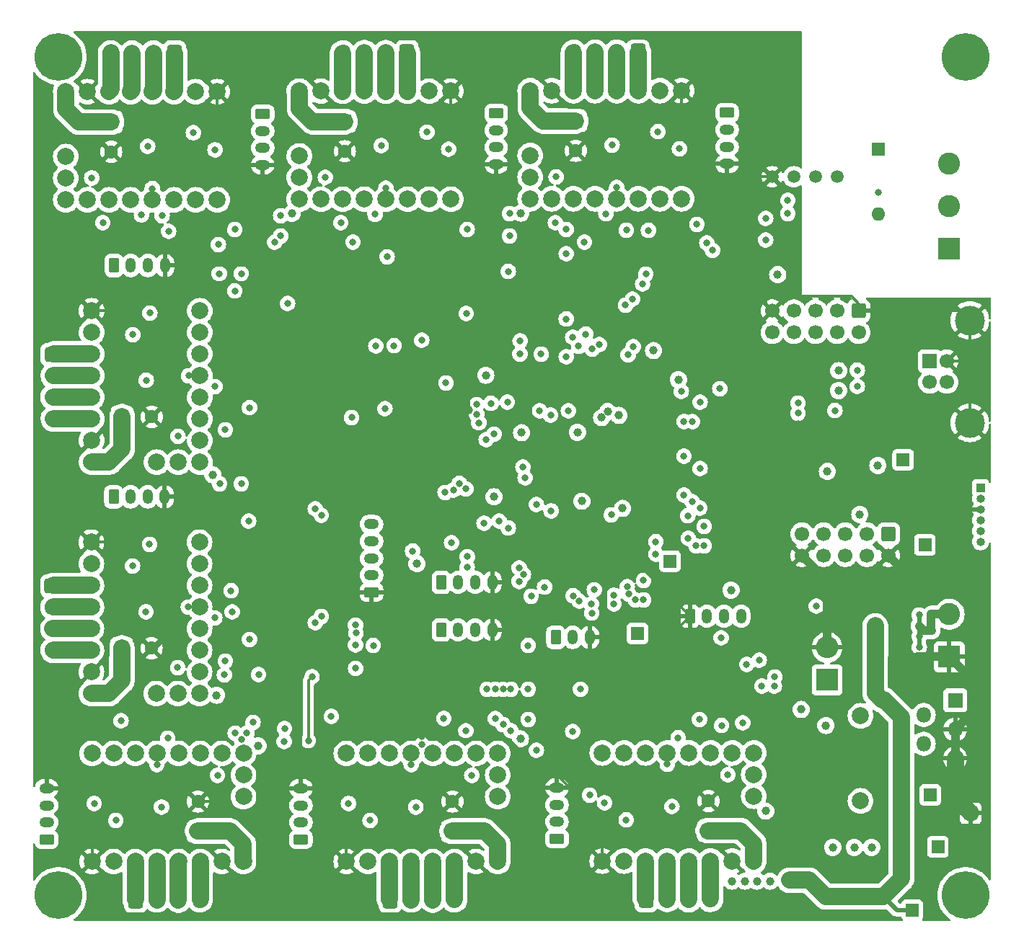
<source format=gbr>
%TF.GenerationSoftware,KiCad,Pcbnew,8.99.0-unknown*%
%TF.CreationDate,2024-03-12T14:31:13+03:00*%
%TF.ProjectId,multistepper,6d756c74-6973-4746-9570-7065722e6b69,rev?*%
%TF.SameCoordinates,Original*%
%TF.FileFunction,Copper,L2,Inr*%
%TF.FilePolarity,Positive*%
%FSLAX46Y46*%
G04 Gerber Fmt 4.6, Leading zero omitted, Abs format (unit mm)*
G04 Created by KiCad (PCBNEW 8.99.0-unknown) date 2024-03-12 14:31:13*
%MOMM*%
%LPD*%
G01*
G04 APERTURE LIST*
G04 Aperture macros list*
%AMRoundRect*
0 Rectangle with rounded corners*
0 $1 Rounding radius*
0 $2 $3 $4 $5 $6 $7 $8 $9 X,Y pos of 4 corners*
0 Add a 4 corners polygon primitive as box body*
4,1,4,$2,$3,$4,$5,$6,$7,$8,$9,$2,$3,0*
0 Add four circle primitives for the rounded corners*
1,1,$1+$1,$2,$3*
1,1,$1+$1,$4,$5*
1,1,$1+$1,$6,$7*
1,1,$1+$1,$8,$9*
0 Add four rect primitives between the rounded corners*
20,1,$1+$1,$2,$3,$4,$5,0*
20,1,$1+$1,$4,$5,$6,$7,0*
20,1,$1+$1,$6,$7,$8,$9,0*
20,1,$1+$1,$8,$9,$2,$3,0*%
G04 Aperture macros list end*
%TA.AperFunction,ComponentPad*%
%ADD10RoundRect,0.250000X0.600000X0.725000X-0.600000X0.725000X-0.600000X-0.725000X0.600000X-0.725000X0*%
%TD*%
%TA.AperFunction,ComponentPad*%
%ADD11O,1.700000X1.950000*%
%TD*%
%TA.AperFunction,ComponentPad*%
%ADD12RoundRect,0.250000X-0.725000X0.600000X-0.725000X-0.600000X0.725000X-0.600000X0.725000X0.600000X0*%
%TD*%
%TA.AperFunction,ComponentPad*%
%ADD13O,1.950000X1.700000*%
%TD*%
%TA.AperFunction,ComponentPad*%
%ADD14RoundRect,0.250000X0.625000X-0.350000X0.625000X0.350000X-0.625000X0.350000X-0.625000X-0.350000X0*%
%TD*%
%TA.AperFunction,ComponentPad*%
%ADD15O,1.750000X1.200000*%
%TD*%
%TA.AperFunction,ComponentPad*%
%ADD16RoundRect,0.250000X-0.600000X0.600000X-0.600000X-0.600000X0.600000X-0.600000X0.600000X0.600000X0*%
%TD*%
%TA.AperFunction,ComponentPad*%
%ADD17C,1.700000*%
%TD*%
%TA.AperFunction,ComponentPad*%
%ADD18C,5.600000*%
%TD*%
%TA.AperFunction,ComponentPad*%
%ADD19R,1.600000X1.600000*%
%TD*%
%TA.AperFunction,ComponentPad*%
%ADD20O,1.600000X1.600000*%
%TD*%
%TA.AperFunction,ComponentPad*%
%ADD21C,1.600000*%
%TD*%
%TA.AperFunction,ComponentPad*%
%ADD22RoundRect,0.250000X-0.350000X-0.625000X0.350000X-0.625000X0.350000X0.625000X-0.350000X0.625000X0*%
%TD*%
%TA.AperFunction,ComponentPad*%
%ADD23O,1.200000X1.750000*%
%TD*%
%TA.AperFunction,ComponentPad*%
%ADD24C,2.000000*%
%TD*%
%TA.AperFunction,ComponentPad*%
%ADD25R,2.600000X2.600000*%
%TD*%
%TA.AperFunction,ComponentPad*%
%ADD26C,2.600000*%
%TD*%
%TA.AperFunction,ComponentPad*%
%ADD27R,1.500000X1.500000*%
%TD*%
%TA.AperFunction,ComponentPad*%
%ADD28R,1.000000X1.000000*%
%TD*%
%TA.AperFunction,ComponentPad*%
%ADD29O,1.000000X1.000000*%
%TD*%
%TA.AperFunction,ComponentPad*%
%ADD30RoundRect,0.250000X-0.625000X0.350000X-0.625000X-0.350000X0.625000X-0.350000X0.625000X0.350000X0*%
%TD*%
%TA.AperFunction,ComponentPad*%
%ADD31RoundRect,0.250000X-0.600000X-0.725000X0.600000X-0.725000X0.600000X0.725000X-0.600000X0.725000X0*%
%TD*%
%TA.AperFunction,ComponentPad*%
%ADD32C,1.500000*%
%TD*%
%TA.AperFunction,ComponentPad*%
%ADD33O,2.600000X2.600000*%
%TD*%
%TA.AperFunction,ComponentPad*%
%ADD34R,1.800000X1.800000*%
%TD*%
%TA.AperFunction,ComponentPad*%
%ADD35O,1.800000X1.800000*%
%TD*%
%TA.AperFunction,ComponentPad*%
%ADD36R,1.700000X1.700000*%
%TD*%
%TA.AperFunction,ComponentPad*%
%ADD37C,3.500000*%
%TD*%
%TA.AperFunction,ViaPad*%
%ADD38C,1.000000*%
%TD*%
%TA.AperFunction,ViaPad*%
%ADD39C,0.800000*%
%TD*%
%TA.AperFunction,Conductor*%
%ADD40C,0.300000*%
%TD*%
%TA.AperFunction,Conductor*%
%ADD41C,0.500000*%
%TD*%
%TA.AperFunction,Conductor*%
%ADD42C,1.000000*%
%TD*%
%TA.AperFunction,Conductor*%
%ADD43C,2.000000*%
%TD*%
G04 APERTURE END LIST*
D10*
%TO.N,Net-(J17-Pad1)*%
%TO.C,J17*%
X99921075Y-41501827D03*
D11*
%TO.N,Net-(J17-Pad2)*%
X97421075Y-41501827D03*
%TO.N,Net-(J17-Pad3)*%
X94921075Y-41501827D03*
%TO.N,Net-(J17-Pad4)*%
X92421075Y-41501827D03*
%TD*%
D12*
%TO.N,Net-(J12-Pad1)*%
%TO.C,J12*%
X58374000Y-76974000D03*
D13*
%TO.N,Net-(J12-Pad2)*%
X58374000Y-79474000D03*
%TO.N,Net-(J12-Pad3)*%
X58374000Y-81974000D03*
%TO.N,Net-(J12-Pad4)*%
X58374000Y-84474000D03*
%TD*%
D14*
%TO.N,GND*%
%TO.C,J6*%
X95758000Y-104902000D03*
D15*
%TO.N,Net-(J6-Pad2)*%
X95758000Y-102902000D03*
%TO.N,Net-(J6-Pad3)*%
X95758000Y-100902000D03*
%TO.N,Net-(J6-Pad4)*%
X95758000Y-98902000D03*
%TO.N,Net-(J6-Pad5)*%
X95758000Y-96902000D03*
%TD*%
D16*
%TO.N,GND*%
%TO.C,J2*%
X152958800Y-71840700D03*
D17*
%TO.N,Net-(J2-Pad2)*%
X152958800Y-74380700D03*
%TO.N,Net-(J2-Pad3)*%
X150418800Y-71840700D03*
%TO.N,Net-(J2-Pad4)*%
X150418800Y-74380700D03*
%TO.N,Net-(J2-Pad5)*%
X147878800Y-71840700D03*
%TO.N,Net-(J2-Pad6)*%
X147878800Y-74380700D03*
%TO.N,Net-(J2-Pad7)*%
X145338800Y-71840700D03*
%TO.N,Net-(J2-Pad8)*%
X145338800Y-74380700D03*
%TO.N,GND*%
X142798800Y-71840700D03*
%TO.N,Net-(J2-Pad10)*%
X142798800Y-74380700D03*
%TD*%
D14*
%TO.N,Net-(J22-Pad1)*%
%TO.C,J22*%
X87466000Y-133934000D03*
D15*
%TO.N,M5_L0*%
X87466000Y-131934000D03*
%TO.N,M5_L1*%
X87466000Y-129934000D03*
%TO.N,GND*%
X87466000Y-127934000D03*
%TD*%
D18*
%TO.N,N/C*%
%TO.C,H4*%
X165500000Y-140500000D03*
%TD*%
D19*
%TO.N,Net-(R18-Pad1)*%
%TO.C,SW3*%
X155295600Y-52832000D03*
D20*
%TO.N,/CANL*%
X155295600Y-60452000D03*
%TD*%
D19*
%TO.N,/Motors/Vm*%
%TO.C,C24*%
X105246000Y-132978000D03*
D21*
%TO.N,GND*%
X105246000Y-129478000D03*
%TD*%
D22*
%TO.N,Net-(J4-Pad1)*%
%TO.C,J5*%
X103934000Y-103733600D03*
D23*
%TO.N,ADC2*%
X105934000Y-103733600D03*
%TO.N,ADC3*%
X107934000Y-103733600D03*
%TO.N,GND*%
X109934000Y-103733600D03*
%TD*%
D22*
%TO.N,Net-(J11-Pad1)*%
%TO.C,J11*%
X65500000Y-66500000D03*
D23*
%TO.N,M0_L0*%
X67500000Y-66500000D03*
%TO.N,M0_L1*%
X69500000Y-66500000D03*
%TO.N,GND*%
X71500000Y-66500000D03*
%TD*%
D24*
%TO.N,/Motors/stepper_M5/~{ENx}*%
%TO.C,XX5*%
X140640000Y-123774000D03*
%TO.N,/Motors/stepper_M5/MS1*%
X138100000Y-123774000D03*
%TO.N,/Motors/stepper_M5/MS2*%
X135560000Y-123774000D03*
%TO.N,/Motors/stepper_M5/SPR*%
X133020000Y-123774000D03*
%TO.N,/Motors/stepper_M5/U*%
X130480000Y-123774000D03*
%TO.N,/Motors/stepper_M5/CLK*%
X127940000Y-123774000D03*
%TO.N,/Motors/stepper_M5/STEPx*%
X125400000Y-123774000D03*
%TO.N,/Motors/stepper_M5/DIRx*%
X122860000Y-123774000D03*
%TO.N,GND*%
X122860000Y-136474000D03*
%TO.N,Vio*%
X125400000Y-136474000D03*
%TO.N,Net-(J21-Pad1)*%
X127940000Y-136474000D03*
%TO.N,Net-(J21-Pad2)*%
X130480000Y-136474000D03*
%TO.N,Net-(J21-Pad3)*%
X133020000Y-136474000D03*
%TO.N,Net-(J21-Pad4)*%
X135560000Y-136474000D03*
%TO.N,GND*%
X138100000Y-136474000D03*
%TO.N,/Motors/Vm*%
X140640000Y-136474000D03*
%TO.N,/Motors/DIAG4*%
X140640000Y-126314000D03*
%TO.N,unconnected-(XX5-Pad18)*%
X140640000Y-128854000D03*
%TD*%
D22*
%TO.N,Net-(J13-Pad1)*%
%TO.C,J13*%
X117380000Y-110194000D03*
D23*
%TO.N,Net-(J13-Pad2)*%
X119380000Y-110194000D03*
%TO.N,GND*%
X121380000Y-110194000D03*
%TD*%
D24*
%TO.N,/Motors/stepper_M8/~{ENx}*%
%TO.C,XX8*%
X75572000Y-116801600D03*
%TO.N,/Motors/stepper_M8/MS1*%
X75572000Y-114261600D03*
%TO.N,/Motors/stepper_M8/MS2*%
X75572000Y-111721600D03*
%TO.N,/Motors/stepper_M8/SPR*%
X75572000Y-109181600D03*
%TO.N,/Motors/stepper_M8/U*%
X75572000Y-106641600D03*
%TO.N,/Motors/stepper_M8/CLK*%
X75572000Y-104101600D03*
%TO.N,/Motors/stepper_M8/STEPx*%
X75572000Y-101561600D03*
%TO.N,/Motors/stepper_M8/DIRx*%
X75572000Y-99021600D03*
%TO.N,GND*%
X62872000Y-99021600D03*
%TO.N,Vio*%
X62872000Y-101561600D03*
%TO.N,Net-(J27-Pad1)*%
X62872000Y-104101600D03*
%TO.N,Net-(J27-Pad2)*%
X62872000Y-106641600D03*
%TO.N,Net-(J27-Pad3)*%
X62872000Y-109181600D03*
%TO.N,Net-(J27-Pad4)*%
X62872000Y-111721600D03*
%TO.N,GND*%
X62872000Y-114261600D03*
%TO.N,/Motors/Vm*%
X62872000Y-116801600D03*
%TO.N,/Motors/DIAG7*%
X73032000Y-116801600D03*
%TO.N,unconnected-(XX8-Pad18)*%
X70492000Y-116801600D03*
%TD*%
%TO.N,/Motors/stepper_M3/~{ENx}*%
%TO.C,XX3*%
X87281075Y-58727827D03*
%TO.N,/Motors/stepper_M3/MS1*%
X89821075Y-58727827D03*
%TO.N,/Motors/stepper_M3/MS2*%
X92361075Y-58727827D03*
%TO.N,/Motors/stepper_M3/SPR*%
X94901075Y-58727827D03*
%TO.N,/Motors/stepper_M3/U*%
X97441075Y-58727827D03*
%TO.N,/Motors/stepper_M3/CLK*%
X99981075Y-58727827D03*
%TO.N,/Motors/stepper_M3/STEPx*%
X102521075Y-58727827D03*
%TO.N,/Motors/stepper_M3/DIRx*%
X105061075Y-58727827D03*
%TO.N,GND*%
X105061075Y-46027827D03*
%TO.N,Vio*%
X102521075Y-46027827D03*
%TO.N,Net-(J17-Pad1)*%
X99981075Y-46027827D03*
%TO.N,Net-(J17-Pad2)*%
X97441075Y-46027827D03*
%TO.N,Net-(J17-Pad3)*%
X94901075Y-46027827D03*
%TO.N,Net-(J17-Pad4)*%
X92361075Y-46027827D03*
%TO.N,GND*%
X89821075Y-46027827D03*
%TO.N,/Motors/Vm*%
X87281075Y-46027827D03*
%TO.N,/Motors/DIAG2*%
X87281075Y-56187827D03*
%TO.N,unconnected-(XX3-Pad18)*%
X87281075Y-53647827D03*
%TD*%
D25*
%TO.N,GND*%
%TO.C,J10*%
X163576000Y-112482000D03*
D26*
%TO.N,Net-(J10-Pad2)*%
X163576000Y-107482000D03*
%TD*%
D16*
%TO.N,Net-(J3-Pad1)*%
%TO.C,J3*%
X156464000Y-98044000D03*
D17*
%TO.N,GND*%
X156464000Y-100584000D03*
%TO.N,Net-(J3-Pad3)*%
X153924000Y-98044000D03*
%TO.N,Net-(J3-Pad4)*%
X153924000Y-100584000D03*
%TO.N,Net-(J3-Pad5)*%
X151384000Y-98044000D03*
%TO.N,Net-(J3-Pad6)*%
X151384000Y-100584000D03*
%TO.N,Net-(J3-Pad7)*%
X148844000Y-98044000D03*
%TO.N,Net-(J3-Pad8)*%
X148844000Y-100584000D03*
%TO.N,Net-(J3-Pad9)*%
X146304000Y-98044000D03*
%TO.N,GND*%
X146304000Y-100584000D03*
%TD*%
D27*
%TO.N,GND*%
%TO.C,TP3*%
X166090600Y-130860800D03*
%TD*%
D28*
%TO.N,/MCU base/SWCLK*%
%TO.C,J1*%
X167258600Y-92608400D03*
D29*
%TO.N,/MCU base/SWDIO*%
X167258600Y-93878400D03*
%TO.N,GND*%
X167258600Y-95148400D03*
%TO.N,Net-(J1-Pad4)*%
X167258600Y-96418400D03*
%TO.N,/MCU base/BOOT0*%
X167258600Y-97688400D03*
%TO.N,/MCU base/NRST*%
X167258600Y-98958400D03*
%TD*%
D14*
%TO.N,Net-(J24-Pad1)*%
%TO.C,J24*%
X57604925Y-133934000D03*
D15*
%TO.N,M6_L0*%
X57604925Y-131934000D03*
%TO.N,M6_L1*%
X57604925Y-129934000D03*
%TO.N,GND*%
X57604925Y-127934000D03*
%TD*%
D18*
%TO.N,N/C*%
%TO.C,H1*%
X59000000Y-42000000D03*
%TD*%
D19*
%TO.N,/Motors/Vm*%
%TO.C,C23*%
X135306000Y-132918000D03*
D21*
%TO.N,GND*%
X135306000Y-129418000D03*
%TD*%
D10*
%TO.N,Net-(J19-Pad1)*%
%TO.C,J19*%
X127026450Y-41440000D03*
D11*
%TO.N,Net-(J19-Pad2)*%
X124526450Y-41440000D03*
%TO.N,Net-(J19-Pad3)*%
X122026450Y-41440000D03*
%TO.N,Net-(J19-Pad4)*%
X119526450Y-41440000D03*
%TD*%
D27*
%TO.N,Vdrive*%
%TO.C,TP2*%
X159258000Y-142240000D03*
%TD*%
D30*
%TO.N,Net-(J14-Pad1)*%
%TO.C,J14*%
X82974000Y-48689654D03*
D15*
%TO.N,M1_L0*%
X82974000Y-50689654D03*
%TO.N,M1_L1*%
X82974000Y-52689654D03*
%TO.N,GND*%
X82974000Y-54689654D03*
%TD*%
D18*
%TO.N,N/C*%
%TO.C,H3*%
X59000000Y-140500000D03*
%TD*%
D31*
%TO.N,Net-(J23-Pad1)*%
%TO.C,J23*%
X97940000Y-141060000D03*
D11*
%TO.N,Net-(J23-Pad2)*%
X100440000Y-141060000D03*
%TO.N,Net-(J23-Pad3)*%
X102940000Y-141060000D03*
%TO.N,Net-(J23-Pad4)*%
X105440000Y-141060000D03*
%TD*%
D31*
%TO.N,Net-(J25-Pad1)*%
%TO.C,J25*%
X68078925Y-141060000D03*
D11*
%TO.N,Net-(J25-Pad2)*%
X70578925Y-141060000D03*
%TO.N,Net-(J25-Pad3)*%
X73078925Y-141060000D03*
%TO.N,Net-(J25-Pad4)*%
X75578925Y-141060000D03*
%TD*%
D24*
%TO.N,/Motors/stepper_M4/~{ENx}*%
%TO.C,XX4*%
X114386450Y-58666000D03*
%TO.N,/Motors/stepper_M4/MS1*%
X116926450Y-58666000D03*
%TO.N,/Motors/stepper_M4/MS2*%
X119466450Y-58666000D03*
%TO.N,/Motors/stepper_M4/SPR*%
X122006450Y-58666000D03*
%TO.N,/Motors/stepper_M4/U*%
X124546450Y-58666000D03*
%TO.N,/Motors/stepper_M4/CLK*%
X127086450Y-58666000D03*
%TO.N,/Motors/stepper_M4/STEPx*%
X129626450Y-58666000D03*
%TO.N,/Motors/stepper_M4/DIRx*%
X132166450Y-58666000D03*
%TO.N,GND*%
X132166450Y-45966000D03*
%TO.N,Vio*%
X129626450Y-45966000D03*
%TO.N,Net-(J19-Pad1)*%
X127086450Y-45966000D03*
%TO.N,Net-(J19-Pad2)*%
X124546450Y-45966000D03*
%TO.N,Net-(J19-Pad3)*%
X122006450Y-45966000D03*
%TO.N,Net-(J19-Pad4)*%
X119466450Y-45966000D03*
%TO.N,GND*%
X116926450Y-45966000D03*
%TO.N,/Motors/Vm*%
X114386450Y-45966000D03*
%TO.N,/Motors/DIAG3*%
X114386450Y-56126000D03*
%TO.N,unconnected-(XX4-Pad18)*%
X114386450Y-53586000D03*
%TD*%
D18*
%TO.N,N/C*%
%TO.C,H2*%
X165500000Y-42000000D03*
%TD*%
D31*
%TO.N,Net-(J21-Pad1)*%
%TO.C,J21*%
X128000000Y-141000000D03*
D11*
%TO.N,Net-(J21-Pad2)*%
X130500000Y-141000000D03*
%TO.N,Net-(J21-Pad3)*%
X133000000Y-141000000D03*
%TO.N,Net-(J21-Pad4)*%
X135500000Y-141000000D03*
%TD*%
D19*
%TO.N,/Motors/Vm*%
%TO.C,C21*%
X92615075Y-49583827D03*
D21*
%TO.N,GND*%
X92615075Y-53083827D03*
%TD*%
D19*
%TO.N,/Motors/Vm*%
%TO.C,C22*%
X119720450Y-49522000D03*
D21*
%TO.N,GND*%
X119720450Y-53022000D03*
%TD*%
D30*
%TO.N,Net-(J18-Pad1)*%
%TO.C,J18*%
X137500450Y-48566000D03*
D15*
%TO.N,M3_L0*%
X137500450Y-50566000D03*
%TO.N,M3_L1*%
X137500450Y-52566000D03*
%TO.N,GND*%
X137500450Y-54566000D03*
%TD*%
D32*
%TO.N,GND*%
%TO.C,Q1*%
X142798800Y-56083200D03*
%TO.N,Net-(C10-Pad1)*%
X145338800Y-56083200D03*
%TO.N,Earth*%
X147878800Y-56083200D03*
%TO.N,Net-(C11-Pad1)*%
X150418800Y-56083200D03*
%TD*%
D24*
%TO.N,/Motors/stepper_M6/~{ENx}*%
%TO.C,XX6*%
X110580000Y-123834000D03*
%TO.N,/Motors/stepper_M6/MS1*%
X108040000Y-123834000D03*
%TO.N,/Motors/stepper_M6/MS2*%
X105500000Y-123834000D03*
%TO.N,/Motors/stepper_M6/SPR*%
X102960000Y-123834000D03*
%TO.N,/Motors/stepper_M6/U*%
X100420000Y-123834000D03*
%TO.N,/Motors/stepper_M6/CLK*%
X97880000Y-123834000D03*
%TO.N,/Motors/stepper_M6/STEPx*%
X95340000Y-123834000D03*
%TO.N,/Motors/stepper_M6/DIRx*%
X92800000Y-123834000D03*
%TO.N,GND*%
X92800000Y-136534000D03*
%TO.N,Vio*%
X95340000Y-136534000D03*
%TO.N,Net-(J23-Pad1)*%
X97880000Y-136534000D03*
%TO.N,Net-(J23-Pad2)*%
X100420000Y-136534000D03*
%TO.N,Net-(J23-Pad3)*%
X102960000Y-136534000D03*
%TO.N,Net-(J23-Pad4)*%
X105500000Y-136534000D03*
%TO.N,GND*%
X108040000Y-136534000D03*
%TO.N,/Motors/Vm*%
X110580000Y-136534000D03*
%TO.N,/Motors/DIAG5*%
X110580000Y-126374000D03*
%TO.N,unconnected-(XX6-Pad18)*%
X110580000Y-128914000D03*
%TD*%
D25*
%TO.N,Net-(D26-Pad1)*%
%TO.C,D26*%
X149250400Y-115194400D03*
D33*
%TO.N,GND*%
X149250400Y-111384400D03*
%TD*%
D27*
%TO.N,+3.3VADC*%
%TO.C,TP6*%
X127000000Y-109728000D03*
%TD*%
D19*
%TO.N,/Motors/Vm*%
%TO.C,C19*%
X66456000Y-84280000D03*
D21*
%TO.N,GND*%
X69956000Y-84280000D03*
%TD*%
D34*
%TO.N,Vdrive*%
%TO.C,U5*%
X164287200Y-117602000D03*
D35*
%TO.N,Net-(D26-Pad1)*%
X160587200Y-119302000D03*
%TO.N,GND*%
X164287200Y-121002000D03*
%TO.N,Net-(C17-Pad1)*%
X160587200Y-122702000D03*
%TO.N,GND*%
X164287200Y-124402000D03*
%TD*%
D12*
%TO.N,Net-(J27-Pad1)*%
%TO.C,J27*%
X58346000Y-104161600D03*
D13*
%TO.N,Net-(J27-Pad2)*%
X58346000Y-106661600D03*
%TO.N,Net-(J27-Pad3)*%
X58346000Y-109161600D03*
%TO.N,Net-(J27-Pad4)*%
X58346000Y-111661600D03*
%TD*%
D22*
%TO.N,GND*%
%TO.C,J7*%
X133144000Y-107704800D03*
D23*
%TO.N,Net-(J7-Pad2)*%
X135144000Y-107704800D03*
%TO.N,Net-(J7-Pad3)*%
X137144000Y-107704800D03*
%TO.N,Net-(J7-Pad4)*%
X139144000Y-107704800D03*
%TD*%
D27*
%TO.N,Net-(C17-Pad1)*%
%TO.C,TP4*%
X161366200Y-128701800D03*
%TD*%
D10*
%TO.N,Net-(J15-Pad1)*%
%TO.C,J15*%
X72644000Y-41563654D03*
D11*
%TO.N,Net-(J15-Pad2)*%
X70144000Y-41563654D03*
%TO.N,Net-(J15-Pad3)*%
X67644000Y-41563654D03*
%TO.N,Net-(J15-Pad4)*%
X65144000Y-41563654D03*
%TD*%
D24*
%TO.N,Net-(C17-Pad1)*%
%TO.C,L1*%
X153162000Y-129409200D03*
%TO.N,Net-(D26-Pad1)*%
X153162000Y-119409200D03*
%TD*%
D19*
%TO.N,/Motors/Vm*%
%TO.C,C20*%
X65194000Y-49645654D03*
D21*
%TO.N,GND*%
X65194000Y-53145654D03*
%TD*%
D24*
%TO.N,/Motors/stepper_M2/~{ENx}*%
%TO.C,XX2*%
X59860000Y-58789654D03*
%TO.N,/Motors/stepper_M2/MS1*%
X62400000Y-58789654D03*
%TO.N,/Motors/stepper_M2/MS2*%
X64940000Y-58789654D03*
%TO.N,/Motors/stepper_M2/SPR*%
X67480000Y-58789654D03*
%TO.N,/Motors/stepper_M2/U*%
X70020000Y-58789654D03*
%TO.N,/Motors/stepper_M2/CLK*%
X72560000Y-58789654D03*
%TO.N,/Motors/stepper_M2/STEPx*%
X75100000Y-58789654D03*
%TO.N,/Motors/stepper_M2/DIRx*%
X77640000Y-58789654D03*
%TO.N,GND*%
X77640000Y-46089654D03*
%TO.N,Vio*%
X75100000Y-46089654D03*
%TO.N,Net-(J15-Pad1)*%
X72560000Y-46089654D03*
%TO.N,Net-(J15-Pad2)*%
X70020000Y-46089654D03*
%TO.N,Net-(J15-Pad3)*%
X67480000Y-46089654D03*
%TO.N,Net-(J15-Pad4)*%
X64940000Y-46089654D03*
%TO.N,GND*%
X62400000Y-46089654D03*
%TO.N,/Motors/Vm*%
X59860000Y-46089654D03*
%TO.N,/Motors/DIAG1*%
X59860000Y-56249654D03*
%TO.N,unconnected-(XX2-Pad18)*%
X59860000Y-53709654D03*
%TD*%
D25*
%TO.N,/CANL*%
%TO.C,J9*%
X163576000Y-64516000D03*
D26*
%TO.N,Earth*%
X163576000Y-59516000D03*
%TO.N,/CANH*%
X163576000Y-54516000D03*
%TD*%
D19*
%TO.N,/Motors/Vm*%
%TO.C,C25*%
X75384925Y-132978000D03*
D21*
%TO.N,GND*%
X75384925Y-129478000D03*
%TD*%
D24*
%TO.N,/Motors/stepper_M7/~{ENx}*%
%TO.C,XX7*%
X80718925Y-123834000D03*
%TO.N,/Motors/stepper_M7/MS1*%
X78178925Y-123834000D03*
%TO.N,/Motors/stepper_M7/MS2*%
X75638925Y-123834000D03*
%TO.N,/Motors/stepper_M7/SPR*%
X73098925Y-123834000D03*
%TO.N,/Motors/stepper_M7/U*%
X70558925Y-123834000D03*
%TO.N,/Motors/stepper_M7/CLK*%
X68018925Y-123834000D03*
%TO.N,/Motors/stepper_M7/STEPx*%
X65478925Y-123834000D03*
%TO.N,/Motors/stepper_M7/DIRx*%
X62938925Y-123834000D03*
%TO.N,GND*%
X62938925Y-136534000D03*
%TO.N,Vio*%
X65478925Y-136534000D03*
%TO.N,Net-(J25-Pad1)*%
X68018925Y-136534000D03*
%TO.N,Net-(J25-Pad2)*%
X70558925Y-136534000D03*
%TO.N,Net-(J25-Pad3)*%
X73098925Y-136534000D03*
%TO.N,Net-(J25-Pad4)*%
X75638925Y-136534000D03*
%TO.N,GND*%
X78178925Y-136534000D03*
%TO.N,/Motors/Vm*%
X80718925Y-136534000D03*
%TO.N,/Motors/DIAG6*%
X80718925Y-126374000D03*
%TO.N,unconnected-(XX7-Pad18)*%
X80718925Y-128914000D03*
%TD*%
D22*
%TO.N,Net-(J26-Pad1)*%
%TO.C,J26*%
X65472000Y-93687600D03*
D23*
%TO.N,M7_L0*%
X67472000Y-93687600D03*
%TO.N,M7_L1*%
X69472000Y-93687600D03*
%TO.N,GND*%
X71472000Y-93687600D03*
%TD*%
D22*
%TO.N,Net-(J4-Pad1)*%
%TO.C,J4*%
X103934000Y-109321600D03*
D23*
%TO.N,ADC0*%
X105934000Y-109321600D03*
%TO.N,ADC1*%
X107934000Y-109321600D03*
%TO.N,GND*%
X109934000Y-109321600D03*
%TD*%
D14*
%TO.N,Net-(J20-Pad1)*%
%TO.C,J20*%
X117526000Y-133874000D03*
D15*
%TO.N,M4_L0*%
X117526000Y-131874000D03*
%TO.N,M4_L1*%
X117526000Y-129874000D03*
%TO.N,GND*%
X117526000Y-127874000D03*
%TD*%
D30*
%TO.N,Net-(J16-Pad1)*%
%TO.C,J16*%
X110395075Y-48627827D03*
D15*
%TO.N,M2_L0*%
X110395075Y-50627827D03*
%TO.N,M2_L1*%
X110395075Y-52627827D03*
%TO.N,GND*%
X110395075Y-54627827D03*
%TD*%
D27*
%TO.N,Vio*%
%TO.C,TP8*%
X162255200Y-134823200D03*
%TD*%
%TO.N,+3V3*%
%TO.C,TP5*%
X130810000Y-101244400D03*
%TD*%
D19*
%TO.N,/Motors/Vm*%
%TO.C,C26*%
X66428000Y-111467600D03*
D21*
%TO.N,GND*%
X69928000Y-111467600D03*
%TD*%
D24*
%TO.N,/Motors/stepper_M1/~{ENx}*%
%TO.C,XX1*%
X75600000Y-89614000D03*
%TO.N,/Motors/stepper_M1/MS1*%
X75600000Y-87074000D03*
%TO.N,/Motors/stepper_M1/MS2*%
X75600000Y-84534000D03*
%TO.N,/Motors/stepper_M1/SPR*%
X75600000Y-81994000D03*
%TO.N,/Motors/stepper_M1/U*%
X75600000Y-79454000D03*
%TO.N,/Motors/stepper_M1/CLK*%
X75600000Y-76914000D03*
%TO.N,/Motors/stepper_M1/STEPx*%
X75600000Y-74374000D03*
%TO.N,/Motors/stepper_M1/DIRx*%
X75600000Y-71834000D03*
%TO.N,GND*%
X62900000Y-71834000D03*
%TO.N,Vio*%
X62900000Y-74374000D03*
%TO.N,Net-(J12-Pad1)*%
X62900000Y-76914000D03*
%TO.N,Net-(J12-Pad2)*%
X62900000Y-79454000D03*
%TO.N,Net-(J12-Pad3)*%
X62900000Y-81994000D03*
%TO.N,Net-(J12-Pad4)*%
X62900000Y-84534000D03*
%TO.N,GND*%
X62900000Y-87074000D03*
%TO.N,/Motors/Vm*%
X62900000Y-89614000D03*
%TO.N,/Motors/DIAG0*%
X73060000Y-89614000D03*
%TO.N,unconnected-(XX1-Pad18)*%
X70520000Y-89614000D03*
%TD*%
D36*
%TO.N,/VB*%
%TO.C,J8*%
X161290000Y-77730000D03*
D17*
%TO.N,Net-(J8-Pad2)*%
X161290000Y-80230000D03*
%TO.N,Net-(J8-Pad3)*%
X163290000Y-80230000D03*
%TO.N,GND*%
X163290000Y-77730000D03*
D37*
X166000000Y-72960000D03*
X166000000Y-85000000D03*
%TD*%
D27*
%TO.N,Net-(D22-Pad1)*%
%TO.C,TP1*%
X158167500Y-89348000D03*
%TD*%
%TO.N,+5V*%
%TO.C,TP7*%
X160731200Y-99314000D03*
%TD*%
D38*
%TO.N,GND*%
X145821000Y-85217000D03*
D39*
X99669600Y-72034400D03*
X121412000Y-121909100D03*
X88493600Y-74930000D03*
D38*
X94488000Y-93472000D03*
D39*
X114401600Y-84328000D03*
D38*
X127863600Y-75285600D03*
D39*
X142033000Y-66040000D03*
D38*
X117683600Y-89306400D03*
X115112800Y-92863500D03*
D39*
X101650800Y-121818400D03*
D38*
X113538000Y-95504000D03*
X149910800Y-137749000D03*
D39*
X125120400Y-65887600D03*
D38*
X116332000Y-72440800D03*
X152450000Y-137174000D03*
D39*
X77978000Y-56184800D03*
X89458800Y-64871600D03*
D38*
X135585200Y-87426800D03*
D39*
X161086800Y-114503200D03*
X130454400Y-112369600D03*
D38*
X126136400Y-101193600D03*
X135940800Y-98196400D03*
X150063200Y-130860800D03*
D39*
X86715600Y-109321600D03*
D38*
X107137200Y-83515200D03*
D39*
X127457200Y-65328800D03*
D38*
X130810000Y-99364800D03*
X123734800Y-86868000D03*
X159004000Y-114503200D03*
X157276800Y-77012800D03*
D39*
X86664800Y-119278400D03*
D38*
X133578600Y-80975200D03*
X99110800Y-89357200D03*
D39*
X121056400Y-68427600D03*
%TO.N,/MCU base/NRST*%
X113538000Y-90170000D03*
X97332800Y-83312000D03*
%TO.N,/MCU base/BOOT0*%
X116789200Y-84099400D03*
X150164800Y-83548000D03*
D38*
%TO.N,+3V3*%
X150600000Y-78870400D03*
D39*
X129133600Y-98958400D03*
D38*
X153085800Y-95758000D03*
D39*
X129133600Y-100431600D03*
D38*
X150600000Y-81200000D03*
D39*
%TO.N,/MCU base/BTN1*%
X133432503Y-84836000D03*
X136652000Y-80975189D03*
%TO.N,/MCU base/BTN2_SDA*%
X132433000Y-84836000D03*
%TO.N,/MCU base/SWDIO*%
X145821400Y-83870800D03*
X134333000Y-82561000D03*
%TO.N,/MCU base/BTN3_SCL*%
X132130800Y-81280000D03*
D38*
%TO.N,/MCU base/SWCLK*%
X128879600Y-76504800D03*
D39*
X145821000Y-82677000D03*
D38*
X131792223Y-79925423D03*
D39*
%TO.N,M4_L0*%
X132435600Y-88900000D03*
X119380000Y-121259600D03*
X143103600Y-114858800D03*
%TO.N,M4_L1*%
X134333000Y-90361500D03*
X121361200Y-128727200D03*
%TO.N,/MCU base/BTN4*%
X122508007Y-75782947D03*
%TO.N,/MCU base/BTN5*%
X121666000Y-76327000D03*
%TO.N,/MCU base/BTN6*%
X120904000Y-74574400D03*
%TO.N,M3_L1*%
X135788400Y-64719200D03*
X125882400Y-77012800D03*
X127579800Y-68681600D03*
%TO.N,M3_L0*%
X126492000Y-76036700D03*
X135128000Y-63855600D03*
X127965200Y-67513200D03*
%TO.N,M2_L1*%
X120079500Y-75996800D03*
%TO.N,M2_L0*%
X119380000Y-74930000D03*
%TO.N,M1_L0*%
X113205734Y-75363866D03*
X113182400Y-76911200D03*
%TO.N,M1_L1*%
X115671600Y-76911200D03*
%TO.N,/MCU base/SCRN_DCRS*%
X134808000Y-99435500D03*
%TO.N,/MCU base/SCRN_SCK*%
X133858000Y-99435500D03*
%TO.N,/MCU base/SCRN_MISO*%
X132943600Y-98552000D03*
%TO.N,/MCU base/SCRN_MOSI*%
X134808000Y-97160500D03*
%TO.N,/MCU base/SCRN_RST*%
X132892800Y-95910400D03*
%TO.N,/MCU base/SCRN_CS*%
X134315200Y-94996000D03*
%TO.N,M6_L1*%
X121564400Y-106273600D03*
X127696000Y-105785500D03*
X124216900Y-106273600D03*
%TO.N,M6_L0*%
X121909100Y-104597200D03*
X126746000Y-105785500D03*
X124216900Y-105237706D03*
%TO.N,M5_L1*%
X133400800Y-94234000D03*
%TO.N,M5_L0*%
X132435600Y-93472000D03*
%TO.N,/MCU base/A0*%
X105156000Y-99060000D03*
%TO.N,/MCU base/A1*%
X108966000Y-96774000D03*
%TO.N,/MCU base/A2*%
X110744000Y-96520000D03*
%TO.N,/MCU base/A3*%
X111815000Y-97337000D03*
%TO.N,/MCU base/A4*%
X116840000Y-95331600D03*
%TO.N,/MCU base/A5*%
X113792000Y-91440000D03*
%TO.N,ADC4*%
X121617266Y-107342466D03*
X147980400Y-106527600D03*
%TO.N,+5V*%
X144627600Y-60401200D03*
X136804400Y-110236000D03*
D38*
X146202400Y-118668800D03*
X122783600Y-84378800D03*
X149098000Y-120548400D03*
X137972800Y-104648000D03*
X155197900Y-90003120D03*
X120446800Y-94202100D03*
X143446500Y-67576700D03*
X123494800Y-83667600D03*
D39*
%TO.N,ADC0*%
X107004000Y-100722000D03*
D38*
%TO.N,Vdrive*%
X147167600Y-138734800D03*
X145999200Y-138734800D03*
D39*
X154905000Y-111379000D03*
D38*
X144743000Y-138836400D03*
D39*
X154905000Y-110109000D03*
X154905000Y-108839000D03*
D38*
X149088128Y-140655328D03*
D39*
X154889200Y-112268000D03*
%TO.N,ADC1*%
X106982978Y-101953778D03*
%TO.N,MUL0*%
X109778800Y-82702400D03*
%TO.N,MUL1*%
X108102400Y-82854800D03*
%TO.N,MUL2*%
X108102400Y-83972400D03*
%TO.N,MUL_EN*%
X108356400Y-84988400D03*
%TO.N,M1_DIR*%
X71944000Y-62483654D03*
X77774800Y-64047900D03*
D38*
%TO.N,+3.3VADC*%
X101092000Y-101549200D03*
X110134400Y-93675200D03*
D39*
%TO.N,USART3_TX*%
X123901200Y-95808800D03*
%TO.N,M6_STEP*%
X93882532Y-113842800D03*
X93878400Y-111099600D03*
%TO.N,M5_DIR*%
X141274800Y-112877600D03*
X139801600Y-113385600D03*
%TO.N,USB_DM*%
X152786500Y-80712000D03*
%TO.N,USB_DP*%
X152786500Y-78812000D03*
%TO.N,M4_DIR*%
X141579600Y-115925600D03*
X143052800Y-115925600D03*
%TO.N,CAN_RX*%
X125577600Y-71170800D03*
X142033000Y-60960000D03*
%TO.N,CAN_TX*%
X126390400Y-70459600D03*
X142033000Y-63500000D03*
%TO.N,USART2_TX*%
X118872000Y-83566000D03*
%TO.N,M3_STEP*%
X128270000Y-62382400D03*
X125670450Y-62360000D03*
%TO.N,Net-(C10-Pad1)*%
X144627600Y-58864700D03*
%TO.N,/MCU base/MOT_MUL0*%
X104394000Y-93167200D03*
%TO.N,/MCU base/MOT_MUL1*%
X105359802Y-92889531D03*
%TO.N,/MCU base/MOT_MUL2*%
X106070400Y-92100400D03*
%TO.N,/MCU base/MOT_MUL_EN*%
X106832400Y-92760800D03*
%TO.N,/MCU base/OUT1*%
X125780800Y-104241600D03*
%TO.N,/MCU base/OUT0*%
X127696000Y-103510500D03*
%TO.N,/MCU base/OUT2*%
X125964204Y-105122384D03*
%TO.N,/CANH*%
X155295600Y-57938000D03*
D38*
%TO.N,Net-(J10-Pad2)*%
X161544000Y-109423200D03*
X161482400Y-107482000D03*
D39*
X160055000Y-107569000D03*
X160070800Y-110083600D03*
X160070800Y-108864400D03*
X160070800Y-111353600D03*
D38*
%TO.N,/Motors/Vm*%
X142544800Y-138836400D03*
X139598400Y-138836400D03*
X138074400Y-138836400D03*
X141020800Y-138836400D03*
D39*
%TO.N,/Motors/USART0-3*%
X79705200Y-62280800D03*
X118618000Y-62280800D03*
X133959600Y-61671200D03*
X104807075Y-52853827D03*
X118618000Y-77216000D03*
X131912450Y-52792000D03*
X118618000Y-72796400D03*
X79705200Y-69494400D03*
X106984800Y-62280800D03*
X77386000Y-52915654D03*
X69726000Y-72088000D03*
X118618000Y-65125600D03*
%TO.N,/Motors/MOSI*%
X117434450Y-56094000D03*
X78587600Y-85801200D03*
X80467200Y-122174000D03*
X77670925Y-126406000D03*
X113095200Y-103625600D03*
X136855200Y-120548400D03*
X107532000Y-126406000D03*
X78587600Y-112979200D03*
X112115600Y-116281200D03*
X106832400Y-121158000D03*
X73028000Y-86566000D03*
X73000000Y-113753600D03*
X62908000Y-56217654D03*
X117348000Y-61468000D03*
X112115600Y-121158000D03*
X92151200Y-61468000D03*
X64211200Y-61468000D03*
X137592000Y-126346000D03*
X90329075Y-56155827D03*
%TO.N,/Motors/SCK*%
X110286800Y-119735600D03*
X84378800Y-63754000D03*
X81432400Y-83210400D03*
X81432400Y-110439200D03*
X69278500Y-107186499D03*
X93573600Y-63754000D03*
X100964899Y-130127500D03*
X96896176Y-52434327D03*
X69475101Y-52496154D03*
X120751600Y-63754000D03*
X131024899Y-130067500D03*
X81838800Y-120192800D03*
X134264400Y-119837200D03*
X69306500Y-79998899D03*
X110286800Y-116281200D03*
X104241600Y-119735600D03*
X71103824Y-130127500D03*
X113095200Y-102025600D03*
X124001551Y-52372500D03*
%TO.N,/Motors/MISO*%
X111201200Y-116281200D03*
X111963200Y-60401200D03*
X81127600Y-121462800D03*
X80467200Y-92151200D03*
X111963200Y-63042800D03*
X113588800Y-102819200D03*
X85090000Y-60655200D03*
X77876400Y-67462400D03*
X77927200Y-92151200D03*
X111201200Y-120446800D03*
X85496400Y-122428000D03*
X79756000Y-121462800D03*
X80467200Y-67462400D03*
X85547200Y-120904000D03*
X115112800Y-123444000D03*
X85090000Y-63042800D03*
%TO.N,/Motors/USART4-7*%
X63192925Y-129708000D03*
X82499200Y-114554000D03*
X93054000Y-129708000D03*
X78486000Y-114604800D03*
X91033600Y-119481600D03*
X123114000Y-129648000D03*
X66344800Y-119989600D03*
X120294400Y-116281200D03*
X81330800Y-96520000D03*
X69698000Y-99275600D03*
%TO.N,/Motors/DIAG4*%
X95961200Y-111150400D03*
X114147600Y-119848100D03*
X139344400Y-120243600D03*
X114147600Y-116281200D03*
X96266000Y-75946000D03*
X114147600Y-111150400D03*
X98399600Y-75931500D03*
%TO.N,/Motors/DIAG6*%
X93929200Y-109677200D03*
X88341200Y-122326400D03*
X88773000Y-114833400D03*
%TO.N,/Motors/DIAG7*%
X93878400Y-108762800D03*
%TO.N,/Motors/DIAG5*%
X109321600Y-116281200D03*
%TO.N,/Motors/DIAG3*%
X104495600Y-80314800D03*
X106881134Y-72138066D03*
X111810800Y-67208400D03*
%TO.N,/Motors/DIAG0*%
X93421200Y-84378800D03*
%TO.N,/Motors/DIAG1*%
X85902800Y-70967600D03*
%TO.N,/Motors/DIAG2*%
X97586800Y-65481200D03*
%TO.N,/Motors/stepper_M1/U*%
X74279200Y-79454000D03*
X67726000Y-74628000D03*
%TO.N,/Motors/stepper_M1/~{ENx}*%
X77378000Y-80724000D03*
%TO.N,/MCU base/USART1_RX*%
X114503200Y-105359200D03*
%TO.N,/MCU base/USART1_TX*%
X116078000Y-104292400D03*
%TO.N,M0_L1*%
X110134400Y-86309200D03*
%TO.N,M0_L0*%
X109220000Y-86969600D03*
%TO.N,M7_L0*%
X89865200Y-107746800D03*
X89865200Y-95859600D03*
X119430800Y-105308400D03*
%TO.N,M7_L1*%
X89154000Y-95097600D03*
X89154000Y-108458000D03*
X120142000Y-105918000D03*
%TO.N,M7_DIR*%
X79400400Y-107188000D03*
X79266000Y-104717600D03*
D38*
%TO.N,MCU3v3*%
X149275800Y-90703400D03*
X113385600Y-86156800D03*
D39*
X115112800Y-94588500D03*
D38*
X119938800Y-86106000D03*
X124815600Y-84124800D03*
D39*
X115493800Y-83566000D03*
D38*
X109169200Y-79400400D03*
X125222000Y-95046800D03*
D39*
X100584000Y-100056000D03*
%TO.N,/Motors/stepper_M2/U*%
X70020000Y-57468854D03*
X74846000Y-50915654D03*
%TO.N,/Motors/stepper_M2/STEPx*%
X71170800Y-60655200D03*
%TO.N,/Motors/stepper_M2/~{ENx}*%
X68750000Y-60567654D03*
%TO.N,/Motors/stepper_M3/U*%
X97441075Y-57407027D03*
X102267075Y-50853827D03*
%TO.N,/Motors/stepper_M3/~{ENx}*%
X96171075Y-60505827D03*
%TO.N,/Motors/stepper_M4/U*%
X129372450Y-50792000D03*
X124546450Y-57345200D03*
%TO.N,/Motors/stepper_M4/~{ENx}*%
X123276450Y-60444000D03*
%TO.N,/Motors/stepper_M5/U*%
X125654000Y-131648000D03*
X130480000Y-125094800D03*
%TO.N,/Motors/stepper_M5/~{ENx}*%
X131750000Y-121996000D03*
%TO.N,/Motors/stepper_M6/U*%
X95594000Y-131708000D03*
X100420000Y-125154800D03*
%TO.N,/Motors/stepper_M6/~{ENx}*%
X101690000Y-122783600D03*
%TO.N,/Motors/stepper_M7/U*%
X65732925Y-131708000D03*
X70558925Y-125154800D03*
%TO.N,/Motors/stepper_M7/~{ENx}*%
X71828925Y-122056000D03*
%TO.N,/Motors/stepper_M8/U*%
X67698000Y-101815600D03*
X74251200Y-106641600D03*
%TO.N,/Motors/stepper_M8/~{ENx}*%
X77350000Y-107911600D03*
%TO.N,/MCU base/Diagn*%
X111709200Y-82550000D03*
D38*
%TO.N,Vio*%
X77114400Y-91084400D03*
X82448400Y-122936000D03*
X149910800Y-134874000D03*
X86410800Y-60401200D03*
X113284000Y-60350400D03*
X142036800Y-130606800D03*
X77571600Y-116992400D03*
X154482800Y-134874000D03*
D39*
X101650800Y-75285600D03*
D38*
X152450000Y-134874000D03*
X113233200Y-122123200D03*
%TD*%
D40*
%TO.N,GND*%
X62900000Y-71834000D02*
X64830400Y-71834000D01*
D41*
X150063200Y-130860800D02*
X150899911Y-130024089D01*
D40*
X103149400Y-121793000D02*
X101676200Y-121793000D01*
X133197600Y-83667600D02*
X134442200Y-83667600D01*
X130032850Y-54754400D02*
X134249250Y-54754400D01*
X93902000Y-104902000D02*
X95758000Y-104902000D01*
X112297600Y-61802400D02*
X110702400Y-61802400D01*
X123926600Y-98577400D02*
X126136400Y-100787200D01*
X127446311Y-65317911D02*
X127457200Y-65328800D01*
X81034400Y-56189654D02*
X82860346Y-56189654D01*
X149910800Y-104190800D02*
X153974800Y-104190800D01*
X71660400Y-96938800D02*
X71660400Y-101022800D01*
X122286489Y-64403511D02*
X122286489Y-67197511D01*
X152095200Y-70154800D02*
X144484700Y-70154800D01*
X126045689Y-64555911D02*
X127446311Y-64555911D01*
X83858400Y-93687600D02*
X83870800Y-93675200D01*
X103581200Y-122224800D02*
X111916548Y-122224800D01*
D42*
X159824549Y-112482000D02*
X158463749Y-113842800D01*
D40*
X78763511Y-130163511D02*
X79500000Y-130900000D01*
X92035600Y-114685600D02*
X93989400Y-116639400D01*
X122860000Y-136474000D02*
X122860000Y-134543600D01*
X139801600Y-56083200D02*
X137517650Y-56083200D01*
X166000000Y-77715600D02*
X166000000Y-81605200D01*
X157267300Y-71840700D02*
X164880700Y-71840700D01*
X153974800Y-103073200D02*
X156464000Y-100584000D01*
X82860346Y-56189654D02*
X82974000Y-56076000D01*
X64330400Y-48020054D02*
X77640000Y-48020054D01*
X82974000Y-56076000D02*
X82974000Y-54689654D01*
X107645200Y-81432400D02*
X111150400Y-81432400D01*
X107137200Y-83515200D02*
X107137200Y-81940400D01*
X105003600Y-95250000D02*
X113284000Y-95250000D01*
X117526000Y-126374000D02*
X121412000Y-122488000D01*
X145821000Y-85217000D02*
X137998200Y-85217000D01*
X133005911Y-64955911D02*
X135050000Y-67000000D01*
X135306000Y-129418000D02*
X132156400Y-132567600D01*
X117602000Y-89204800D02*
X118821200Y-89204800D01*
X109934000Y-109321600D02*
X109934000Y-103733600D01*
X106109600Y-134603600D02*
X92800000Y-134603600D01*
X73000000Y-66500000D02*
X83010000Y-66500000D01*
X83870800Y-92557600D02*
X83870800Y-93675200D01*
X82860346Y-56189654D02*
X82974000Y-56189654D01*
X138811000Y-75285600D02*
X139082450Y-75557050D01*
X71688400Y-82547600D02*
X69956000Y-84280000D01*
X79722800Y-54878054D02*
X77963946Y-54878054D01*
X114401600Y-82600800D02*
X114401600Y-84328000D01*
X118870578Y-68427600D02*
X114846489Y-64403511D01*
X79500000Y-130900000D02*
X81596400Y-130900000D01*
X118821200Y-89204800D02*
X118922800Y-89306400D01*
X138100000Y-136474000D02*
X136169600Y-134543600D01*
X71660400Y-110279800D02*
X70713600Y-111226600D01*
X79722800Y-48172454D02*
X77640000Y-46089654D01*
X137200000Y-67000000D02*
X139801600Y-64398400D01*
X133144000Y-107704800D02*
X130454400Y-110394400D01*
X90717200Y-127745600D02*
X90717200Y-134451200D01*
X64802400Y-112331200D02*
X64802400Y-99021600D01*
X81596400Y-130900000D02*
X86062400Y-126434000D01*
X98602800Y-89357200D02*
X99110800Y-89357200D01*
X72972000Y-93687600D02*
X71472000Y-93687600D01*
X119329200Y-128177200D02*
X119329200Y-132943200D01*
X109934000Y-103733600D02*
X109934000Y-102054400D01*
X114846489Y-64403511D02*
X115225289Y-64403511D01*
X113665000Y-72313800D02*
X116205000Y-72313800D01*
X135940800Y-98196400D02*
X134196400Y-98196400D01*
X95846489Y-64403511D02*
X114846489Y-64403511D01*
X86727200Y-119340800D02*
X86664800Y-119278400D01*
X132164400Y-97350000D02*
X130810000Y-98704400D01*
X77640000Y-46089654D02*
X77640000Y-48020054D01*
X122286489Y-64403511D02*
X125261911Y-64403511D01*
X113233200Y-81432400D02*
X114401600Y-82600800D01*
X107143875Y-54816227D02*
X107143875Y-48110627D01*
X77455869Y-129478000D02*
X78141380Y-130163511D01*
X62872000Y-114261600D02*
X64802400Y-112331200D01*
D41*
X148132800Y-135971000D02*
X149910800Y-137749000D01*
D40*
X138480800Y-98196400D02*
X138480800Y-90322400D01*
X118922800Y-89306400D02*
X121361200Y-86868000D01*
X108455475Y-56127827D02*
X110395075Y-56127827D01*
X83870800Y-93675200D02*
X83870800Y-104749600D01*
X75384925Y-129478000D02*
X77455869Y-129478000D01*
X166000000Y-81605200D02*
X166000000Y-85000000D01*
X157276800Y-77012800D02*
X157267300Y-77003300D01*
X164880700Y-71840700D02*
X165717497Y-72677497D01*
X134249250Y-54754400D02*
X134249250Y-48048800D01*
X107143875Y-54816227D02*
X108455475Y-56127827D01*
X90717200Y-134451200D02*
X92800000Y-136534000D01*
X133197600Y-83667600D02*
X126917600Y-83667600D01*
X130810000Y-98704400D02*
X130810000Y-99364800D01*
X107143875Y-54816227D02*
X93856027Y-54816227D01*
X133350000Y-97350000D02*
X132164400Y-97350000D01*
D42*
X167081200Y-118208000D02*
X167081200Y-115987200D01*
D40*
X73725363Y-127818438D02*
X65145362Y-127818438D01*
X152958800Y-71840700D02*
X152958800Y-71018400D01*
X113741200Y-98247200D02*
X114071400Y-98577400D01*
X123164600Y-98577400D02*
X123240800Y-98653600D01*
X93856027Y-54816227D02*
X93856027Y-54324779D01*
X115316000Y-85242400D02*
X117602000Y-85242400D01*
X89405600Y-126434000D02*
X87466000Y-126434000D01*
X71660400Y-96938800D02*
X64954800Y-96938800D01*
X87466000Y-119340800D02*
X87466000Y-112940000D01*
X89821075Y-46027827D02*
X91751475Y-47958227D01*
X142062200Y-70739000D02*
X142062200Y-71104100D01*
X87466000Y-112940000D02*
X89763600Y-110642400D01*
X163290000Y-77730000D02*
X165985600Y-77730000D01*
X93856027Y-54324779D02*
X92615075Y-53083827D01*
X136169600Y-134543600D02*
X132156400Y-134543600D01*
X124701400Y-85883800D02*
X126917600Y-83667600D01*
X100527689Y-121406489D02*
X102762889Y-121406489D01*
X77963946Y-54878054D02*
X66485854Y-54878054D01*
X94488000Y-93472000D02*
X92600000Y-95360000D01*
D42*
X158463749Y-113962949D02*
X159004000Y-114503200D01*
D40*
X103149400Y-121793000D02*
X103581200Y-122224800D01*
X133005911Y-64555911D02*
X133005911Y-64955911D01*
X117526000Y-126374000D02*
X119329200Y-128177200D01*
X87466000Y-119340800D02*
X86727200Y-119340800D01*
X137500450Y-56066000D02*
X137500450Y-54566000D01*
X89763600Y-110642400D02*
X92035600Y-112914400D01*
X79722800Y-54878054D02*
X81034400Y-56189654D01*
X92600000Y-103600000D02*
X93902000Y-104902000D01*
X60856125Y-127745600D02*
X60856125Y-134451200D01*
X137517650Y-56083200D02*
X137500450Y-56066000D01*
D42*
X164287200Y-121002000D02*
X167081200Y-118208000D01*
D40*
X66485854Y-54878054D02*
X66485854Y-54437508D01*
X110395075Y-61495075D02*
X110395075Y-56127827D01*
X119329200Y-132943200D02*
X122860000Y-136474000D01*
D42*
X164287200Y-124402000D02*
X164287200Y-121002000D01*
D40*
X142033000Y-66040000D02*
X142033000Y-70709800D01*
X119720450Y-53022000D02*
X121410050Y-54711600D01*
D41*
X151942800Y-117345022D02*
X151942800Y-112217200D01*
D40*
X73000000Y-68439600D02*
X73000000Y-66500000D01*
X121412000Y-122488000D02*
X121412000Y-121909100D01*
X123164600Y-98577400D02*
X123926600Y-98577400D01*
X142062200Y-71104100D02*
X142798800Y-71840700D01*
X86538622Y-66500000D02*
X87819311Y-65219311D01*
X83870800Y-104749600D02*
X87579200Y-108458000D01*
D43*
X164287200Y-129057400D02*
X166090600Y-130860800D01*
D40*
X77963946Y-56170746D02*
X77978000Y-56184800D01*
X124701400Y-85901400D02*
X124701400Y-85883800D01*
X129990050Y-54711600D02*
X130032850Y-54754400D01*
X102762889Y-121406489D02*
X103149400Y-121793000D01*
X71688400Y-69751200D02*
X64982800Y-69751200D01*
X124701400Y-85901400D02*
X123734800Y-86868000D01*
X90717200Y-127745600D02*
X104199800Y-127745600D01*
X90717200Y-127745600D02*
X89405600Y-126434000D01*
X127863600Y-75285600D02*
X138811000Y-75285600D01*
D42*
X167081200Y-115987200D02*
X163576000Y-112482000D01*
D40*
X82974000Y-56189654D02*
X82974000Y-66464000D01*
X105061075Y-46027827D02*
X105061075Y-47958227D01*
X64954800Y-96938800D02*
X62872000Y-99021600D01*
X110702400Y-61802400D02*
X110395075Y-61495075D01*
X92800000Y-136534000D02*
X92800000Y-134603600D01*
X137998200Y-85217000D02*
X135712200Y-85217000D01*
X132166450Y-45966000D02*
X132166450Y-47896400D01*
X135560850Y-56066000D02*
X137500450Y-56066000D01*
X71660400Y-101022800D02*
X71660400Y-110279800D01*
X83868000Y-66500000D02*
X83868000Y-74927200D01*
X135712200Y-85217000D02*
X135585200Y-85344000D01*
X125261911Y-64403511D02*
X125893289Y-64403511D01*
X113690400Y-95351600D02*
X113538000Y-95504000D01*
X121361200Y-86868000D02*
X123734800Y-86868000D01*
X133197600Y-81356200D02*
X133578600Y-80975200D01*
X89458800Y-64871600D02*
X88167022Y-64871600D01*
X142033000Y-70709800D02*
X142062200Y-70739000D01*
X123240800Y-110236000D02*
X123198800Y-110194000D01*
X78178925Y-136534000D02*
X76248525Y-134603600D01*
X152958800Y-71840700D02*
X157267300Y-71840700D01*
X62872000Y-99021600D02*
X64802400Y-99021600D01*
X122286489Y-67197511D02*
X121056400Y-68427600D01*
X64982800Y-69751200D02*
X62900000Y-71834000D01*
X133197600Y-83667600D02*
X133197600Y-81356200D01*
X60667725Y-127934000D02*
X57604925Y-127934000D01*
D42*
X149250400Y-103530400D02*
X146304000Y-100584000D01*
D41*
X150899911Y-130024089D02*
X150899911Y-118387911D01*
D40*
X83868000Y-74927200D02*
X88490800Y-74927200D01*
X82974000Y-66464000D02*
X83010000Y-66500000D01*
X82974000Y-56189654D02*
X82974000Y-58742400D01*
X114380548Y-124688800D02*
X117526000Y-124688800D01*
D42*
X158463749Y-102583749D02*
X156464000Y-100584000D01*
D40*
X143916400Y-98196400D02*
X146304000Y-100584000D01*
X104199800Y-127745600D02*
X104199800Y-128431800D01*
X114401600Y-84328000D02*
X115316000Y-85242400D01*
X117602000Y-85242400D02*
X117602000Y-89204800D01*
X72972000Y-93687600D02*
X83858400Y-93687600D01*
X144484700Y-70154800D02*
X142798800Y-71840700D01*
X87579200Y-108458000D02*
X89763600Y-110642400D01*
X95760600Y-116639400D02*
X100527689Y-121406489D01*
X157267300Y-77003300D02*
X157267300Y-71840700D01*
X75384925Y-129478000D02*
X73725363Y-127818438D01*
X109934000Y-102054400D02*
X113741200Y-98247200D01*
X93342600Y-65707400D02*
X94542600Y-65707400D01*
X123240800Y-98653600D02*
X123240800Y-110236000D01*
X118922800Y-98552000D02*
X118897400Y-98577400D01*
X123198800Y-110194000D02*
X121380000Y-110194000D01*
X166000000Y-72960000D02*
X166000000Y-75401000D01*
X125893289Y-64403511D02*
X126045689Y-64555911D01*
X64830400Y-85143600D02*
X64830400Y-71834000D01*
X137998200Y-85217000D02*
X137998200Y-76641300D01*
X94542600Y-65707400D02*
X95846489Y-64403511D01*
X118922800Y-89306400D02*
X118922800Y-98552000D01*
X65145362Y-127818438D02*
X65072525Y-127745600D01*
X121056400Y-68427600D02*
X118870578Y-68427600D01*
D41*
X151110000Y-111384400D02*
X149250400Y-111384400D01*
D40*
X79722800Y-54878054D02*
X79722800Y-48172454D01*
X72972000Y-95627200D02*
X72972000Y-93687600D01*
X73000000Y-66500000D02*
X71500000Y-66500000D01*
X114071400Y-98577400D02*
X118897400Y-98577400D01*
X127446311Y-64555911D02*
X127446311Y-65317911D01*
X125261911Y-64403511D02*
X125261911Y-65746089D01*
X65072525Y-127745600D02*
X60856125Y-127745600D01*
X62900000Y-87074000D02*
X64830400Y-85143600D01*
X138480800Y-98196400D02*
X143916400Y-98196400D01*
X139801600Y-63808600D02*
X139926700Y-63933700D01*
X101676200Y-121793000D02*
X101650800Y-121818400D01*
X118897400Y-98577400D02*
X123164600Y-98577400D01*
X108040000Y-136534000D02*
X106109600Y-134603600D01*
X107143875Y-48110627D02*
X105061075Y-46027827D01*
X92506800Y-64871600D02*
X93342600Y-65707400D01*
D41*
X151942800Y-112217200D02*
X151110000Y-111384400D01*
D40*
X126632800Y-101193600D02*
X126136400Y-101193600D01*
X104199800Y-128431800D02*
X105246000Y-129478000D01*
X62400000Y-46089654D02*
X64330400Y-48020054D01*
X71660400Y-96938800D02*
X72972000Y-95627200D01*
X138480800Y-90322400D02*
X135585200Y-87426800D01*
X121410050Y-54711600D02*
X129990050Y-54711600D01*
X127446311Y-64555911D02*
X133005911Y-64555911D01*
X135050000Y-67000000D02*
X137200000Y-67000000D01*
X134249250Y-48048800D02*
X132166450Y-45966000D01*
X92035600Y-112914400D02*
X92035600Y-114685600D01*
X116205000Y-72313800D02*
X116332000Y-72440800D01*
X114898711Y-64403511D02*
X112297600Y-61802400D01*
X102285800Y-92532200D02*
X99110800Y-89357200D01*
X135585200Y-84810600D02*
X135585200Y-85344000D01*
X83868000Y-66500000D02*
X86538622Y-66500000D01*
X165985600Y-77730000D02*
X166000000Y-77715600D01*
X116926450Y-45966000D02*
X118856850Y-47896400D01*
X111150400Y-81432400D02*
X111150400Y-74828400D01*
X132156400Y-132567600D02*
X132156400Y-134543600D01*
X146304000Y-100584000D02*
X149910800Y-104190800D01*
X88490800Y-74927200D02*
X88493600Y-74930000D01*
X93989400Y-116639400D02*
X95760600Y-116639400D01*
X134442200Y-83667600D02*
X135585200Y-84810600D01*
X83010000Y-66500000D02*
X83868000Y-66500000D01*
X111150400Y-81432400D02*
X113233200Y-81432400D01*
X125261911Y-65746089D02*
X125120400Y-65887600D01*
X77963946Y-54878054D02*
X77963946Y-56170746D01*
D41*
X148132800Y-132791200D02*
X148132800Y-135971000D01*
D40*
X62938925Y-136534000D02*
X62938925Y-134603600D01*
X88167022Y-64871600D02*
X87819311Y-65219311D01*
D42*
X163576000Y-112482000D02*
X159824549Y-112482000D01*
D40*
X152958800Y-71018400D02*
X152095200Y-70154800D01*
D42*
X149250400Y-111384400D02*
X149250400Y-103530400D01*
D41*
X150063200Y-130860800D02*
X148132800Y-132791200D01*
D40*
X132156400Y-134543600D02*
X122860000Y-134543600D01*
X111150400Y-74828400D02*
X113665000Y-72313800D01*
X78141380Y-130163511D02*
X78763511Y-130163511D01*
D42*
X158463749Y-113842800D02*
X158463749Y-102583749D01*
D40*
X139801600Y-64398400D02*
X139801600Y-63808600D01*
X137998200Y-76641300D02*
X139082450Y-75557050D01*
X71688400Y-69751200D02*
X71688400Y-82547600D01*
X139801600Y-56083200D02*
X139801600Y-63808600D01*
X142798800Y-56083200D02*
X139801600Y-56083200D01*
X92600000Y-95360000D02*
X92600000Y-103600000D01*
D43*
X164287200Y-124402000D02*
X164287200Y-129057400D01*
D40*
X105003600Y-95250000D02*
X102285800Y-92532200D01*
X87466000Y-126434000D02*
X87466000Y-119340800D01*
X94488000Y-93472000D02*
X98602800Y-89357200D01*
X89458800Y-64871600D02*
X92506800Y-64871600D01*
X134196400Y-98196400D02*
X133350000Y-97350000D01*
D41*
X150899911Y-118387911D02*
X151942800Y-117345022D01*
D40*
X66485854Y-54437508D02*
X65194000Y-53145654D01*
X113538000Y-98044000D02*
X113741200Y-98247200D01*
X107137200Y-81940400D02*
X107645200Y-81432400D01*
X126136400Y-100787200D02*
X126136400Y-101193600D01*
X117526000Y-124688800D02*
X117526000Y-126374000D01*
X83868000Y-92554800D02*
X83870800Y-92557600D01*
X135940800Y-98196400D02*
X138480800Y-98196400D01*
X118856850Y-47896400D02*
X132166450Y-47896400D01*
X110395075Y-56127827D02*
X110395075Y-54627827D01*
X91751475Y-47958227D02*
X105061075Y-47958227D01*
X166000000Y-75401000D02*
X166000000Y-77715600D01*
X60856125Y-134451200D02*
X62938925Y-136534000D01*
X71688400Y-69751200D02*
X73000000Y-68439600D01*
X113538000Y-95504000D02*
X113538000Y-98044000D01*
X134249250Y-54754400D02*
X135560850Y-56066000D01*
X113284000Y-95250000D02*
X113538000Y-95504000D01*
X60856125Y-127745600D02*
X60667725Y-127934000D01*
X135585200Y-85344000D02*
X135585200Y-87426800D01*
X111916548Y-122224800D02*
X114380548Y-124688800D01*
X130454400Y-110394400D02*
X130454400Y-112369600D01*
X93342600Y-65707400D02*
X99669600Y-72034400D01*
X139082450Y-75557050D02*
X142798800Y-71840700D01*
X87579200Y-108458000D02*
X86715600Y-109321600D01*
X87466000Y-126434000D02*
X87466000Y-127934000D01*
X115225289Y-64403511D02*
X114898711Y-64403511D01*
X117526000Y-126374000D02*
X117526000Y-127874000D01*
D42*
X158463749Y-113842800D02*
X158463749Y-113962949D01*
D40*
X139926700Y-63933700D02*
X142033000Y-66040000D01*
X83868000Y-74927200D02*
X83868000Y-92554800D01*
X76248525Y-134603600D02*
X62938925Y-134603600D01*
X133144000Y-107704800D02*
X126632800Y-101193600D01*
X153974800Y-104190800D02*
X153974800Y-103073200D01*
X86062400Y-126434000D02*
X87466000Y-126434000D01*
D43*
%TO.N,Vdrive*%
X154905000Y-110109000D02*
X154905000Y-111379000D01*
X154905000Y-108839000D02*
X154905000Y-110109000D01*
X145999200Y-138734800D02*
X144844600Y-138734800D01*
X147167600Y-138734800D02*
X145999200Y-138734800D01*
X154905000Y-111379000D02*
X154905000Y-112252200D01*
X155702000Y-117551200D02*
X155956000Y-117551200D01*
X157988000Y-119583200D02*
X157988000Y-138531600D01*
D41*
X159258000Y-142240000D02*
X157429200Y-142240000D01*
X157429200Y-142240000D02*
X155854400Y-140665200D01*
D43*
X155956000Y-117551200D02*
X157988000Y-119583200D01*
X155854400Y-140665200D02*
X149098000Y-140665200D01*
X154889200Y-112268000D02*
X154889200Y-116738400D01*
X149098000Y-140665200D02*
X147167600Y-138734800D01*
X157988000Y-138531600D02*
X155854400Y-140665200D01*
X154889200Y-116738400D02*
X155702000Y-117551200D01*
D42*
%TO.N,Net-(J10-Pad2)*%
X161544000Y-109423200D02*
X160629600Y-109423200D01*
X161482400Y-107482000D02*
X161482400Y-109361600D01*
D41*
X160055000Y-107569000D02*
X160055000Y-111337800D01*
D42*
X160629600Y-109423200D02*
X160070800Y-108864400D01*
X161482400Y-107482000D02*
X163576000Y-107482000D01*
D43*
%TO.N,/Motors/Vm*%
X88827818Y-49600426D02*
X92637818Y-49600426D01*
X62916599Y-89591257D02*
X64948599Y-89591257D01*
X79172182Y-132961401D02*
X75362182Y-132961401D01*
X61406743Y-49662253D02*
X65216743Y-49662253D01*
X59882743Y-48138253D02*
X61406743Y-49662253D01*
X114409193Y-45982599D02*
X114409193Y-48014599D01*
X80696182Y-134485401D02*
X79172182Y-132961401D01*
X87303818Y-46044426D02*
X87303818Y-48076426D01*
X110557257Y-136517401D02*
X110557257Y-134485401D01*
X140617257Y-134425401D02*
X139093257Y-132901401D01*
X110557257Y-134485401D02*
X109033257Y-132961401D01*
X80696182Y-136517401D02*
X80696182Y-134485401D01*
X109033257Y-132961401D02*
X105223257Y-132961401D01*
X139093257Y-132901401D02*
X135283257Y-132901401D01*
X64948599Y-89591257D02*
X66472599Y-88067257D01*
X66444599Y-115254857D02*
X66444599Y-111444857D01*
X140617257Y-136457401D02*
X140617257Y-134425401D01*
X62888599Y-116778857D02*
X64920599Y-116778857D01*
X59882743Y-46106253D02*
X59882743Y-48138253D01*
X114409193Y-48014599D02*
X115933193Y-49538599D01*
X87303818Y-48076426D02*
X88827818Y-49600426D01*
X64920599Y-116778857D02*
X66444599Y-115254857D01*
X115933193Y-49538599D02*
X119743193Y-49538599D01*
X66472599Y-88067257D02*
X66472599Y-84257257D01*
D40*
%TO.N,/Motors/DIAG6*%
X88341200Y-122326400D02*
X88341200Y-115265200D01*
X88341200Y-115265200D02*
X88773000Y-114833400D01*
D43*
%TO.N,Net-(J12-Pad4)*%
X62901827Y-84534000D02*
X58435827Y-84534000D01*
%TO.N,Net-(J12-Pad3)*%
X58375827Y-81974000D02*
X62881827Y-81974000D01*
%TO.N,Net-(J12-Pad2)*%
X62901827Y-79454000D02*
X58395827Y-79454000D01*
%TO.N,Net-(J12-Pad1)*%
X62901827Y-76914000D02*
X58435827Y-76914000D01*
%TO.N,Net-(J15-Pad1)*%
X72644000Y-46003207D02*
X72560000Y-46087207D01*
X72644000Y-41561207D02*
X72644000Y-46003207D01*
%TO.N,Net-(J15-Pad2)*%
X70144000Y-45965654D02*
X70020000Y-46089654D01*
X70144000Y-41563654D02*
X70144000Y-45965654D01*
%TO.N,Net-(J15-Pad3)*%
X67641379Y-41562517D02*
X67641379Y-45924517D01*
X67641379Y-45924517D02*
X67477379Y-46088517D01*
%TO.N,Net-(J15-Pad4)*%
X65137133Y-45849000D02*
X64933133Y-46053000D01*
X65137133Y-41527000D02*
X65137133Y-45849000D01*
%TO.N,Net-(J17-Pad1)*%
X99981075Y-46029654D02*
X99981075Y-41563654D01*
%TO.N,Net-(J17-Pad2)*%
X97441075Y-46029654D02*
X97441075Y-41523654D01*
%TO.N,Net-(J17-Pad3)*%
X94921075Y-41503654D02*
X94921075Y-46009654D01*
%TO.N,Net-(J17-Pad4)*%
X92361075Y-46029654D02*
X92361075Y-41563654D01*
%TO.N,Net-(J19-Pad1)*%
X127086450Y-45967827D02*
X127086450Y-41501827D01*
%TO.N,Net-(J19-Pad2)*%
X124546450Y-45967827D02*
X124546450Y-41461827D01*
%TO.N,Net-(J19-Pad3)*%
X122026450Y-41441827D02*
X122026450Y-45947827D01*
%TO.N,Net-(J19-Pad4)*%
X119466450Y-45967827D02*
X119466450Y-41501827D01*
%TO.N,Net-(J21-Pad1)*%
X127940000Y-136472173D02*
X127940000Y-140938173D01*
%TO.N,Net-(J21-Pad2)*%
X130480000Y-136472173D02*
X130480000Y-140978173D01*
%TO.N,Net-(J21-Pad3)*%
X133000000Y-140998173D02*
X133000000Y-136492173D01*
%TO.N,Net-(J21-Pad4)*%
X135560000Y-136472173D02*
X135560000Y-140938173D01*
%TO.N,Net-(J23-Pad1)*%
X97880000Y-136532173D02*
X97880000Y-140998173D01*
%TO.N,Net-(J23-Pad2)*%
X100420000Y-136532173D02*
X100420000Y-141038173D01*
%TO.N,Net-(J23-Pad3)*%
X102940000Y-141058173D02*
X102940000Y-136552173D01*
%TO.N,Net-(J23-Pad4)*%
X105500000Y-136532173D02*
X105500000Y-140998173D01*
%TO.N,Net-(J25-Pad1)*%
X68018925Y-136532173D02*
X68018925Y-140998173D01*
%TO.N,Net-(J25-Pad2)*%
X70558925Y-136532173D02*
X70558925Y-141038173D01*
%TO.N,Net-(J25-Pad3)*%
X73078925Y-141058173D02*
X73078925Y-136552173D01*
%TO.N,Net-(J25-Pad4)*%
X75638925Y-136532173D02*
X75638925Y-140998173D01*
%TO.N,Net-(J27-Pad1)*%
X62873827Y-104101600D02*
X58407827Y-104101600D01*
%TO.N,Net-(J27-Pad2)*%
X62873827Y-106641600D02*
X58367827Y-106641600D01*
%TO.N,Net-(J27-Pad3)*%
X58347827Y-109161600D02*
X62853827Y-109161600D01*
%TO.N,Net-(J27-Pad4)*%
X62873827Y-111721600D02*
X58407827Y-111721600D01*
%TD*%
%TA.AperFunction,Conductor*%
%TO.N,GND*%
G36*
X155092333Y-98889421D02*
G01*
X155150878Y-98929583D01*
X155167857Y-98960517D01*
X155168783Y-98960086D01*
X155171883Y-98966733D01*
X155171885Y-98966738D01*
X155247139Y-99088743D01*
X155264970Y-99117652D01*
X155264975Y-99117658D01*
X155390341Y-99243024D01*
X155390347Y-99243029D01*
X155390348Y-99243030D01*
X155541262Y-99336115D01*
X155610487Y-99359053D01*
X155668857Y-99399466D01*
X155690335Y-99451125D01*
X156339052Y-100099842D01*
X156271007Y-100118075D01*
X156156993Y-100183901D01*
X156063901Y-100276993D01*
X155998075Y-100391007D01*
X155979842Y-100459052D01*
X155340921Y-99820131D01*
X155340919Y-99820132D01*
X155299781Y-99883100D01*
X155245777Y-99929189D01*
X155175430Y-99938764D01*
X155111072Y-99908787D01*
X155088816Y-99883101D01*
X155035173Y-99800994D01*
X154999724Y-99746734D01*
X154999720Y-99746729D01*
X154874485Y-99610690D01*
X154847240Y-99581094D01*
X154847239Y-99581093D01*
X154847237Y-99581091D01*
X154738998Y-99496845D01*
X154669576Y-99442811D01*
X154656066Y-99435500D01*
X154648788Y-99431561D01*
X154636319Y-99424813D01*
X154585929Y-99374802D01*
X154570576Y-99305485D01*
X154595136Y-99238872D01*
X154636320Y-99203186D01*
X154669576Y-99185189D01*
X154847240Y-99046906D01*
X154960516Y-98923856D01*
X155021368Y-98887286D01*
X155092333Y-98889421D01*
G37*
%TD.AperFunction*%
%TA.AperFunction,Conductor*%
G36*
X147657225Y-98719669D02*
G01*
X147679480Y-98745353D01*
X147691483Y-98763724D01*
X147768275Y-98881265D01*
X147768279Y-98881270D01*
X147920762Y-99046908D01*
X147957507Y-99075508D01*
X148098424Y-99185189D01*
X148131680Y-99203186D01*
X148182071Y-99253200D01*
X148197423Y-99322516D01*
X148172862Y-99389129D01*
X148131680Y-99424813D01*
X148098426Y-99442810D01*
X148098424Y-99442811D01*
X147920762Y-99581091D01*
X147768279Y-99746729D01*
X147679183Y-99883101D01*
X147625179Y-99929189D01*
X147554831Y-99938764D01*
X147490474Y-99908786D01*
X147468217Y-99883100D01*
X147427078Y-99820132D01*
X146788157Y-100459051D01*
X146769925Y-100391007D01*
X146704099Y-100276993D01*
X146611007Y-100183901D01*
X146496993Y-100118075D01*
X146428947Y-100099841D01*
X147069688Y-99459100D01*
X147069687Y-99459099D01*
X147049308Y-99443237D01*
X147049298Y-99443231D01*
X147015791Y-99425097D01*
X146965401Y-99375083D01*
X146950050Y-99305766D01*
X146974612Y-99239153D01*
X147015790Y-99203472D01*
X147049576Y-99185189D01*
X147227240Y-99046906D01*
X147379722Y-98881268D01*
X147468518Y-98745354D01*
X147522520Y-98699268D01*
X147592868Y-98689692D01*
X147657225Y-98719669D01*
G37*
%TD.AperFunction*%
%TA.AperFunction,Conductor*%
G36*
X146242121Y-39020002D02*
G01*
X146288614Y-39073658D01*
X146300000Y-39126000D01*
X146300000Y-49469500D01*
X146299404Y-49481740D01*
X146296155Y-49515031D01*
X146290986Y-49567983D01*
X146292781Y-49576851D01*
X146296997Y-49597685D01*
X146299500Y-49622676D01*
X146299500Y-54977501D01*
X146279498Y-55045622D01*
X146225842Y-55092115D01*
X146155568Y-55102219D01*
X146101230Y-55080714D01*
X145970454Y-54989144D01*
X145970452Y-54989143D01*
X145770879Y-54896081D01*
X145770873Y-54896079D01*
X145680978Y-54871991D01*
X145558171Y-54839085D01*
X145338800Y-54819893D01*
X145119429Y-54839085D01*
X144906726Y-54896079D01*
X144906720Y-54896081D01*
X144707146Y-54989144D01*
X144526765Y-55115448D01*
X144526759Y-55115453D01*
X144371053Y-55271159D01*
X144371048Y-55271165D01*
X144244744Y-55451546D01*
X144182719Y-55584559D01*
X144135801Y-55637844D01*
X144067524Y-55657305D01*
X143999564Y-55636763D01*
X143954329Y-55584559D01*
X143892419Y-55451794D01*
X143849999Y-55391211D01*
X143849997Y-55391211D01*
X143198800Y-56042408D01*
X143198800Y-56030539D01*
X143171541Y-55928806D01*
X143118880Y-55837594D01*
X143044406Y-55763120D01*
X142953194Y-55710459D01*
X142851461Y-55683200D01*
X142839590Y-55683200D01*
X143490787Y-55032000D01*
X143430203Y-54989579D01*
X143230707Y-54896552D01*
X143230703Y-54896550D01*
X143018087Y-54839580D01*
X142798800Y-54820395D01*
X142579512Y-54839580D01*
X142366896Y-54896550D01*
X142366892Y-54896552D01*
X142167398Y-54989578D01*
X142106810Y-55032001D01*
X142758009Y-55683200D01*
X142746139Y-55683200D01*
X142644406Y-55710459D01*
X142553194Y-55763120D01*
X142478720Y-55837594D01*
X142426059Y-55928806D01*
X142398800Y-56030539D01*
X142398800Y-56042409D01*
X141747601Y-55391210D01*
X141705178Y-55451798D01*
X141612152Y-55651292D01*
X141612150Y-55651296D01*
X141555180Y-55863912D01*
X141535995Y-56083200D01*
X141555180Y-56302487D01*
X141612150Y-56515103D01*
X141612152Y-56515107D01*
X141705179Y-56714603D01*
X141747600Y-56775187D01*
X142398800Y-56123988D01*
X142398800Y-56135861D01*
X142426059Y-56237594D01*
X142478720Y-56328806D01*
X142553194Y-56403280D01*
X142644406Y-56455941D01*
X142746139Y-56483200D01*
X142758010Y-56483200D01*
X142106811Y-57134397D01*
X142106811Y-57134398D01*
X142167397Y-57176821D01*
X142366892Y-57269847D01*
X142366896Y-57269849D01*
X142579512Y-57326819D01*
X142798800Y-57346004D01*
X143018087Y-57326819D01*
X143230703Y-57269849D01*
X143230707Y-57269847D01*
X143430199Y-57176822D01*
X143490787Y-57134397D01*
X143490787Y-57134396D01*
X142839591Y-56483200D01*
X142851461Y-56483200D01*
X142953194Y-56455941D01*
X143044406Y-56403280D01*
X143118880Y-56328806D01*
X143171541Y-56237594D01*
X143198800Y-56135861D01*
X143198800Y-56123991D01*
X143849996Y-56775187D01*
X143849997Y-56775187D01*
X143892422Y-56714599D01*
X143954329Y-56581840D01*
X144001246Y-56528555D01*
X144069523Y-56509094D01*
X144137483Y-56529636D01*
X144182719Y-56581840D01*
X144234446Y-56692771D01*
X144244744Y-56714854D01*
X144328657Y-56834693D01*
X144371051Y-56895238D01*
X144371054Y-56895242D01*
X144526757Y-57050945D01*
X144526761Y-57050948D01*
X144526762Y-57050949D01*
X144707146Y-57177256D01*
X144906724Y-57270320D01*
X145119429Y-57327315D01*
X145338800Y-57346507D01*
X145558171Y-57327315D01*
X145770876Y-57270320D01*
X145970454Y-57177256D01*
X146101231Y-57085684D01*
X146168503Y-57062997D01*
X146237363Y-57080282D01*
X146285948Y-57132051D01*
X146299500Y-57188898D01*
X146299500Y-66762242D01*
X146300000Y-66768590D01*
X146300000Y-70300000D01*
X147427759Y-70300000D01*
X147495880Y-70320002D01*
X147542373Y-70373658D01*
X147552477Y-70443932D01*
X147522983Y-70508512D01*
X147468671Y-70545173D01*
X147331228Y-70592356D01*
X147331226Y-70592358D01*
X147254541Y-70633858D01*
X147133226Y-70699510D01*
X147133224Y-70699511D01*
X146955562Y-70837791D01*
X146803079Y-71003429D01*
X146714283Y-71139343D01*
X146660279Y-71185431D01*
X146589931Y-71195006D01*
X146525574Y-71165029D01*
X146503317Y-71139343D01*
X146414520Y-71003429D01*
X146262037Y-70837791D01*
X146106222Y-70716515D01*
X146084376Y-70699511D01*
X145886374Y-70592358D01*
X145886372Y-70592357D01*
X145886371Y-70592356D01*
X145673439Y-70519257D01*
X145673430Y-70519255D01*
X145589141Y-70505190D01*
X145451369Y-70482200D01*
X145226231Y-70482200D01*
X145094775Y-70504136D01*
X145004169Y-70519255D01*
X145004160Y-70519257D01*
X144791228Y-70592356D01*
X144791226Y-70592358D01*
X144714541Y-70633858D01*
X144593226Y-70699510D01*
X144593224Y-70699511D01*
X144415562Y-70837791D01*
X144263079Y-71003429D01*
X144173983Y-71139801D01*
X144119979Y-71185889D01*
X144049631Y-71195464D01*
X143985274Y-71165486D01*
X143963017Y-71139800D01*
X143921878Y-71076832D01*
X143282957Y-71715751D01*
X143264725Y-71647707D01*
X143198899Y-71533693D01*
X143105807Y-71440601D01*
X142991793Y-71374775D01*
X142923747Y-71356541D01*
X143564488Y-70715800D01*
X143564487Y-70715799D01*
X143544108Y-70699937D01*
X143544098Y-70699931D01*
X143346171Y-70592817D01*
X143346169Y-70592816D01*
X143133316Y-70519744D01*
X143133309Y-70519742D01*
X142911323Y-70482700D01*
X142686277Y-70482700D01*
X142464290Y-70519742D01*
X142464283Y-70519744D01*
X142251430Y-70592816D01*
X142251428Y-70592818D01*
X142053500Y-70699930D01*
X142053493Y-70699935D01*
X142033111Y-70715799D01*
X142033110Y-70715800D01*
X142673852Y-71356542D01*
X142605807Y-71374775D01*
X142491793Y-71440601D01*
X142398701Y-71533693D01*
X142332875Y-71647707D01*
X142314642Y-71715752D01*
X141675721Y-71076831D01*
X141675720Y-71076832D01*
X141600386Y-71192139D01*
X141600379Y-71192153D01*
X141509979Y-71398243D01*
X141509976Y-71398250D01*
X141454732Y-71616407D01*
X141436146Y-71840700D01*
X141454732Y-72064992D01*
X141509976Y-72283149D01*
X141509979Y-72283156D01*
X141600380Y-72489248D01*
X141675721Y-72604566D01*
X142314641Y-71965646D01*
X142332875Y-72033693D01*
X142398701Y-72147707D01*
X142491793Y-72240799D01*
X142605807Y-72306625D01*
X142673851Y-72324857D01*
X142033110Y-72965598D01*
X142053497Y-72981466D01*
X142053505Y-72981471D01*
X142087007Y-72999602D01*
X142137397Y-73049615D01*
X142152749Y-73118932D01*
X142128188Y-73185545D01*
X142087007Y-73221228D01*
X142053230Y-73239507D01*
X142053224Y-73239511D01*
X141875562Y-73377791D01*
X141723079Y-73543429D01*
X141723075Y-73543434D01*
X141599941Y-73731906D01*
X141509503Y-73938086D01*
X141509502Y-73938087D01*
X141454237Y-74156324D01*
X141454236Y-74156330D01*
X141454236Y-74156332D01*
X141435644Y-74380700D01*
X141445121Y-74495072D01*
X141454237Y-74605075D01*
X141509502Y-74823312D01*
X141509503Y-74823313D01*
X141509504Y-74823316D01*
X141586812Y-74999561D01*
X141599941Y-75029493D01*
X141723075Y-75217965D01*
X141723079Y-75217970D01*
X141875562Y-75383608D01*
X141908258Y-75409056D01*
X142053224Y-75521889D01*
X142251226Y-75629042D01*
X142251227Y-75629042D01*
X142251228Y-75629043D01*
X142358628Y-75665913D01*
X142464165Y-75702144D01*
X142686231Y-75739200D01*
X142686235Y-75739200D01*
X142911365Y-75739200D01*
X142911369Y-75739200D01*
X143133435Y-75702144D01*
X143346374Y-75629042D01*
X143544376Y-75521889D01*
X143722040Y-75383606D01*
X143874522Y-75217968D01*
X143963318Y-75082054D01*
X144017320Y-75035968D01*
X144087668Y-75026392D01*
X144152025Y-75056369D01*
X144174280Y-75082053D01*
X144204430Y-75128200D01*
X144263075Y-75217965D01*
X144263079Y-75217970D01*
X144415562Y-75383608D01*
X144448258Y-75409056D01*
X144593224Y-75521889D01*
X144791226Y-75629042D01*
X144791227Y-75629042D01*
X144791228Y-75629043D01*
X144898628Y-75665913D01*
X145004165Y-75702144D01*
X145226231Y-75739200D01*
X145226235Y-75739200D01*
X145451365Y-75739200D01*
X145451369Y-75739200D01*
X145673435Y-75702144D01*
X145886374Y-75629042D01*
X146084376Y-75521889D01*
X146262040Y-75383606D01*
X146414522Y-75217968D01*
X146503318Y-75082054D01*
X146557320Y-75035968D01*
X146627668Y-75026392D01*
X146692025Y-75056369D01*
X146714280Y-75082053D01*
X146744430Y-75128200D01*
X146803075Y-75217965D01*
X146803079Y-75217970D01*
X146955562Y-75383608D01*
X146988258Y-75409056D01*
X147133224Y-75521889D01*
X147331226Y-75629042D01*
X147331227Y-75629042D01*
X147331228Y-75629043D01*
X147438628Y-75665913D01*
X147544165Y-75702144D01*
X147766231Y-75739200D01*
X147766235Y-75739200D01*
X147991365Y-75739200D01*
X147991369Y-75739200D01*
X148213435Y-75702144D01*
X148426374Y-75629042D01*
X148624376Y-75521889D01*
X148802040Y-75383606D01*
X148954522Y-75217968D01*
X149043318Y-75082054D01*
X149097320Y-75035968D01*
X149167668Y-75026392D01*
X149232025Y-75056369D01*
X149254280Y-75082053D01*
X149284430Y-75128200D01*
X149343075Y-75217965D01*
X149343079Y-75217970D01*
X149495562Y-75383608D01*
X149528258Y-75409056D01*
X149673224Y-75521889D01*
X149871226Y-75629042D01*
X149871227Y-75629042D01*
X149871228Y-75629043D01*
X149978628Y-75665913D01*
X150084165Y-75702144D01*
X150306231Y-75739200D01*
X150306235Y-75739200D01*
X150531365Y-75739200D01*
X150531369Y-75739200D01*
X150753435Y-75702144D01*
X150966374Y-75629042D01*
X151164376Y-75521889D01*
X151342040Y-75383606D01*
X151494522Y-75217968D01*
X151583318Y-75082054D01*
X151637320Y-75035968D01*
X151707668Y-75026392D01*
X151772025Y-75056369D01*
X151794280Y-75082053D01*
X151824430Y-75128200D01*
X151883075Y-75217965D01*
X151883079Y-75217970D01*
X152035562Y-75383608D01*
X152068258Y-75409056D01*
X152213224Y-75521889D01*
X152411226Y-75629042D01*
X152411227Y-75629042D01*
X152411228Y-75629043D01*
X152518628Y-75665913D01*
X152624165Y-75702144D01*
X152846231Y-75739200D01*
X152846235Y-75739200D01*
X153071365Y-75739200D01*
X153071369Y-75739200D01*
X153293435Y-75702144D01*
X153506374Y-75629042D01*
X153704376Y-75521889D01*
X153882040Y-75383606D01*
X154034522Y-75217968D01*
X154157660Y-75029491D01*
X154248096Y-74823316D01*
X154303364Y-74605068D01*
X154321956Y-74380700D01*
X154303364Y-74156332D01*
X154273261Y-74037458D01*
X154248097Y-73938087D01*
X154248096Y-73938086D01*
X154248096Y-73938084D01*
X154157660Y-73731909D01*
X154140475Y-73705606D01*
X154034524Y-73543434D01*
X154034520Y-73543429D01*
X153882037Y-73377791D01*
X153846761Y-73350335D01*
X153805290Y-73292710D01*
X153801556Y-73221811D01*
X153836746Y-73160149D01*
X153875324Y-73136856D01*
X153874673Y-73135460D01*
X153881321Y-73132359D01*
X154032139Y-73039334D01*
X154032145Y-73039329D01*
X154157429Y-72914045D01*
X154157434Y-72914039D01*
X154250457Y-72763225D01*
X154306193Y-72595021D01*
X154306194Y-72595018D01*
X154316799Y-72491216D01*
X154316800Y-72491216D01*
X154316800Y-72094700D01*
X153389503Y-72094700D01*
X153424725Y-72033693D01*
X153458800Y-71906526D01*
X153458800Y-71774874D01*
X153424725Y-71647707D01*
X153389503Y-71586700D01*
X154316800Y-71586700D01*
X154316800Y-71190183D01*
X154306194Y-71086381D01*
X154306193Y-71086378D01*
X154250457Y-70918174D01*
X154157434Y-70767360D01*
X154157429Y-70767354D01*
X154032145Y-70642070D01*
X154032139Y-70642065D01*
X153881322Y-70549041D01*
X153870950Y-70545604D01*
X153812579Y-70505190D01*
X153785324Y-70439633D01*
X153797838Y-70369748D01*
X153846148Y-70317723D01*
X153910584Y-70300000D01*
X168374000Y-70300000D01*
X168442121Y-70320002D01*
X168488614Y-70373658D01*
X168500000Y-70426000D01*
X168500000Y-72729389D01*
X168479998Y-72797510D01*
X168426342Y-72844003D01*
X168356068Y-72854107D01*
X168291488Y-72824613D01*
X168253104Y-72764887D01*
X168248270Y-72737630D01*
X168243486Y-72664643D01*
X168243484Y-72664629D01*
X168185739Y-72374334D01*
X168185737Y-72374324D01*
X168090598Y-72094054D01*
X168090592Y-72094040D01*
X167959682Y-71828580D01*
X167795236Y-71582467D01*
X167795233Y-71582463D01*
X167767906Y-71551303D01*
X167767904Y-71551303D01*
X166985204Y-72334002D01*
X166888612Y-72201054D01*
X166758946Y-72071388D01*
X166625996Y-71974794D01*
X167408695Y-71192094D01*
X167408695Y-71192092D01*
X167377536Y-71164766D01*
X167377532Y-71164763D01*
X167131420Y-71000317D01*
X166865959Y-70869407D01*
X166865945Y-70869401D01*
X166585675Y-70774262D01*
X166585665Y-70774260D01*
X166295370Y-70716515D01*
X166295356Y-70716513D01*
X166000003Y-70697155D01*
X165999997Y-70697155D01*
X165704643Y-70716513D01*
X165704629Y-70716515D01*
X165414334Y-70774260D01*
X165414324Y-70774262D01*
X165134054Y-70869401D01*
X165134040Y-70869407D01*
X164868580Y-71000317D01*
X164622465Y-71164765D01*
X164591303Y-71192092D01*
X164591303Y-71192094D01*
X165374003Y-71974794D01*
X165241054Y-72071388D01*
X165111388Y-72201054D01*
X165014794Y-72334003D01*
X164232094Y-71551303D01*
X164232092Y-71551303D01*
X164204765Y-71582465D01*
X164040317Y-71828580D01*
X163909407Y-72094040D01*
X163909401Y-72094054D01*
X163814262Y-72374324D01*
X163814260Y-72374334D01*
X163756515Y-72664629D01*
X163756513Y-72664643D01*
X163737155Y-72959996D01*
X163737155Y-72960003D01*
X163756513Y-73255356D01*
X163756515Y-73255370D01*
X163814260Y-73545665D01*
X163814262Y-73545675D01*
X163909401Y-73825945D01*
X163909407Y-73825959D01*
X164040317Y-74091420D01*
X164204763Y-74337532D01*
X164204766Y-74337536D01*
X164232092Y-74368695D01*
X164232094Y-74368695D01*
X165014793Y-73585995D01*
X165111388Y-73718946D01*
X165241054Y-73848612D01*
X165374002Y-73945205D01*
X164591303Y-74727904D01*
X164591303Y-74727906D01*
X164622463Y-74755233D01*
X164622467Y-74755236D01*
X164868579Y-74919682D01*
X165134040Y-75050592D01*
X165134054Y-75050598D01*
X165414324Y-75145737D01*
X165414334Y-75145739D01*
X165704629Y-75203484D01*
X165704643Y-75203486D01*
X165999997Y-75222845D01*
X166000003Y-75222845D01*
X166295356Y-75203486D01*
X166295370Y-75203484D01*
X166585665Y-75145739D01*
X166585675Y-75145737D01*
X166865945Y-75050598D01*
X166865959Y-75050592D01*
X167131420Y-74919682D01*
X167377531Y-74755236D01*
X167408695Y-74727906D01*
X167408695Y-74727904D01*
X166625996Y-73945205D01*
X166758946Y-73848612D01*
X166888612Y-73718946D01*
X166985205Y-73585996D01*
X167767904Y-74368695D01*
X167767906Y-74368695D01*
X167795236Y-74337531D01*
X167959682Y-74091420D01*
X168090592Y-73825959D01*
X168090598Y-73825945D01*
X168185737Y-73545675D01*
X168185739Y-73545665D01*
X168243484Y-73255370D01*
X168243486Y-73255356D01*
X168248270Y-73182369D01*
X168272684Y-73115702D01*
X168329266Y-73072818D01*
X168400050Y-73067332D01*
X168462564Y-73100986D01*
X168496959Y-73163095D01*
X168500000Y-73190610D01*
X168500000Y-84769389D01*
X168479998Y-84837510D01*
X168426342Y-84884003D01*
X168356068Y-84894107D01*
X168291488Y-84864613D01*
X168253104Y-84804887D01*
X168248270Y-84777630D01*
X168243486Y-84704643D01*
X168243484Y-84704629D01*
X168185739Y-84414334D01*
X168185737Y-84414324D01*
X168090598Y-84134054D01*
X168090592Y-84134040D01*
X167959682Y-83868580D01*
X167795236Y-83622467D01*
X167795233Y-83622463D01*
X167767906Y-83591303D01*
X167767904Y-83591303D01*
X166985204Y-84374002D01*
X166888612Y-84241054D01*
X166758946Y-84111388D01*
X166625996Y-84014794D01*
X167408695Y-83232094D01*
X167408695Y-83232092D01*
X167377536Y-83204766D01*
X167377532Y-83204763D01*
X167131420Y-83040317D01*
X166865959Y-82909407D01*
X166865945Y-82909401D01*
X166585675Y-82814262D01*
X166585665Y-82814260D01*
X166295370Y-82756515D01*
X166295356Y-82756513D01*
X166000003Y-82737155D01*
X165999997Y-82737155D01*
X165704643Y-82756513D01*
X165704629Y-82756515D01*
X165414334Y-82814260D01*
X165414324Y-82814262D01*
X165134054Y-82909401D01*
X165134040Y-82909407D01*
X164868580Y-83040317D01*
X164622465Y-83204765D01*
X164591303Y-83232092D01*
X164591303Y-83232094D01*
X165374003Y-84014794D01*
X165241054Y-84111388D01*
X165111388Y-84241054D01*
X165014794Y-84374003D01*
X164232094Y-83591303D01*
X164232092Y-83591303D01*
X164204765Y-83622465D01*
X164040317Y-83868580D01*
X163909407Y-84134040D01*
X163909401Y-84134054D01*
X163814262Y-84414324D01*
X163814260Y-84414334D01*
X163756515Y-84704629D01*
X163756513Y-84704643D01*
X163737155Y-84999996D01*
X163737155Y-85000003D01*
X163756513Y-85295356D01*
X163756515Y-85295370D01*
X163814260Y-85585665D01*
X163814262Y-85585675D01*
X163909401Y-85865945D01*
X163909407Y-85865959D01*
X164040317Y-86131420D01*
X164204763Y-86377532D01*
X164204766Y-86377536D01*
X164232092Y-86408695D01*
X164232094Y-86408695D01*
X165014793Y-85625995D01*
X165111388Y-85758946D01*
X165241054Y-85888612D01*
X165374002Y-85985205D01*
X164591303Y-86767904D01*
X164591303Y-86767906D01*
X164622463Y-86795233D01*
X164622467Y-86795236D01*
X164868579Y-86959682D01*
X165134040Y-87090592D01*
X165134054Y-87090598D01*
X165414324Y-87185737D01*
X165414334Y-87185739D01*
X165704629Y-87243484D01*
X165704643Y-87243486D01*
X165999997Y-87262845D01*
X166000003Y-87262845D01*
X166295356Y-87243486D01*
X166295370Y-87243484D01*
X166585665Y-87185739D01*
X166585675Y-87185737D01*
X166865945Y-87090598D01*
X166865959Y-87090592D01*
X167131420Y-86959682D01*
X167377531Y-86795236D01*
X167408695Y-86767906D01*
X167408695Y-86767904D01*
X166625996Y-85985205D01*
X166758946Y-85888612D01*
X166888612Y-85758946D01*
X166985205Y-85625996D01*
X167767904Y-86408695D01*
X167767906Y-86408695D01*
X167795236Y-86377531D01*
X167959682Y-86131420D01*
X168090592Y-85865959D01*
X168090598Y-85865945D01*
X168185737Y-85585675D01*
X168185739Y-85585665D01*
X168243484Y-85295370D01*
X168243486Y-85295356D01*
X168248270Y-85222369D01*
X168272684Y-85155702D01*
X168329266Y-85112818D01*
X168400050Y-85107332D01*
X168462564Y-85140986D01*
X168496959Y-85203095D01*
X168500000Y-85230610D01*
X168500000Y-91942713D01*
X168479998Y-92010834D01*
X168426342Y-92057327D01*
X168356068Y-92067431D01*
X168291488Y-92037937D01*
X168255945Y-91986746D01*
X168220607Y-91892004D01*
X168209489Y-91862196D01*
X168209488Y-91862194D01*
X168209487Y-91862192D01*
X168121861Y-91745138D01*
X168004807Y-91657512D01*
X168004802Y-91657510D01*
X167867804Y-91606411D01*
X167867796Y-91606409D01*
X167807249Y-91599900D01*
X167807238Y-91599900D01*
X166709962Y-91599900D01*
X166709950Y-91599900D01*
X166649403Y-91606409D01*
X166649395Y-91606411D01*
X166512397Y-91657510D01*
X166512392Y-91657512D01*
X166395338Y-91745138D01*
X166307712Y-91862192D01*
X166307710Y-91862197D01*
X166256611Y-91999195D01*
X166256609Y-91999203D01*
X166250100Y-92059750D01*
X166250100Y-93157049D01*
X166256609Y-93217596D01*
X166256611Y-93217604D01*
X166307710Y-93354602D01*
X166307712Y-93354606D01*
X166310615Y-93358484D01*
X166335424Y-93425005D01*
X166322848Y-93484106D01*
X166324726Y-93484884D01*
X166322357Y-93490602D01*
X166264690Y-93680705D01*
X166245220Y-93878396D01*
X166245220Y-93878403D01*
X166264690Y-94076094D01*
X166264691Y-94076100D01*
X166264692Y-94076101D01*
X166308969Y-94222062D01*
X166322359Y-94266204D01*
X166416006Y-94441407D01*
X166417641Y-94443853D01*
X166418103Y-94445329D01*
X166418923Y-94446863D01*
X166418632Y-94447018D01*
X166438855Y-94511606D01*
X166420071Y-94580072D01*
X166417646Y-94583846D01*
X166416426Y-94585671D01*
X166322824Y-94760787D01*
X166322823Y-94760789D01*
X166282292Y-94894399D01*
X166282293Y-94894400D01*
X167017625Y-94894400D01*
X166978530Y-94933495D01*
X166932452Y-95013305D01*
X166908600Y-95102322D01*
X166908600Y-95194478D01*
X166932452Y-95283495D01*
X166978530Y-95363305D01*
X167017625Y-95402400D01*
X166282293Y-95402400D01*
X166322823Y-95536010D01*
X166322824Y-95536012D01*
X166416421Y-95711118D01*
X166417637Y-95712938D01*
X166417981Y-95714037D01*
X166419342Y-95716583D01*
X166418859Y-95716841D01*
X166438855Y-95780690D01*
X166420075Y-95849158D01*
X166417650Y-95852933D01*
X166416006Y-95855393D01*
X166322359Y-96030595D01*
X166264690Y-96220705D01*
X166245220Y-96418396D01*
X166245220Y-96418403D01*
X166264690Y-96616094D01*
X166264691Y-96616100D01*
X166264692Y-96616101D01*
X166288963Y-96696112D01*
X166322359Y-96806204D01*
X166416007Y-96981408D01*
X166417340Y-96983403D01*
X166417716Y-96984606D01*
X166418923Y-96986863D01*
X166418494Y-96987091D01*
X166438552Y-97051157D01*
X166419766Y-97119623D01*
X166417340Y-97123397D01*
X166416007Y-97125391D01*
X166322359Y-97300595D01*
X166264690Y-97490705D01*
X166245220Y-97688396D01*
X166245220Y-97688403D01*
X166264690Y-97886094D01*
X166264691Y-97886100D01*
X166264692Y-97886101D01*
X166296153Y-97989815D01*
X166322359Y-98076204D01*
X166416007Y-98251408D01*
X166417340Y-98253403D01*
X166417716Y-98254606D01*
X166418923Y-98256863D01*
X166418494Y-98257091D01*
X166438552Y-98321157D01*
X166419766Y-98389623D01*
X166417340Y-98393397D01*
X166416007Y-98395391D01*
X166322359Y-98570595D01*
X166264690Y-98760705D01*
X166245220Y-98958396D01*
X166245220Y-98958403D01*
X166264690Y-99156094D01*
X166264691Y-99156100D01*
X166264692Y-99156101D01*
X166322359Y-99346204D01*
X166416005Y-99521404D01*
X166542032Y-99674968D01*
X166695596Y-99800995D01*
X166870796Y-99894641D01*
X167060899Y-99952308D01*
X167060903Y-99952308D01*
X167060905Y-99952309D01*
X167258597Y-99971780D01*
X167258600Y-99971780D01*
X167258603Y-99971780D01*
X167456294Y-99952309D01*
X167456295Y-99952308D01*
X167456301Y-99952308D01*
X167646404Y-99894641D01*
X167821604Y-99800995D01*
X167975168Y-99674968D01*
X168101195Y-99521404D01*
X168194841Y-99346204D01*
X168252508Y-99156101D01*
X168252509Y-99156094D01*
X168253425Y-99153075D01*
X168292340Y-99093693D01*
X168357182Y-99064778D01*
X168427363Y-99075508D01*
X168480601Y-99122477D01*
X168500000Y-99189650D01*
X168500000Y-138618772D01*
X168479998Y-138686893D01*
X168426342Y-138733386D01*
X168356068Y-138743490D01*
X168291488Y-138713996D01*
X168269711Y-138689481D01*
X168137743Y-138494843D01*
X168137742Y-138494841D01*
X167905484Y-138221405D01*
X167905483Y-138221404D01*
X167645037Y-137974695D01*
X167645022Y-137974682D01*
X167359418Y-137757572D01*
X167359412Y-137757568D01*
X167316221Y-137731581D01*
X167052005Y-137572607D01*
X166726401Y-137421967D01*
X166386417Y-137307413D01*
X166338915Y-137296956D01*
X166036054Y-137230291D01*
X166036030Y-137230287D01*
X165679389Y-137191500D01*
X165679382Y-137191500D01*
X165320618Y-137191500D01*
X165320610Y-137191500D01*
X164963969Y-137230287D01*
X164963945Y-137230291D01*
X164613587Y-137307412D01*
X164613573Y-137307416D01*
X164273601Y-137421966D01*
X164234355Y-137440123D01*
X164009896Y-137543969D01*
X163947989Y-137572610D01*
X163640587Y-137757568D01*
X163640581Y-137757572D01*
X163354977Y-137974682D01*
X163354962Y-137974695D01*
X163094516Y-138221404D01*
X162862256Y-138494843D01*
X162660924Y-138791785D01*
X162660922Y-138791789D01*
X162492876Y-139108759D01*
X162492872Y-139108768D01*
X162360084Y-139442040D01*
X162264103Y-139787730D01*
X162206064Y-140141762D01*
X162186641Y-140499996D01*
X162186641Y-140500003D01*
X162206064Y-140858237D01*
X162264103Y-141212269D01*
X162360084Y-141557959D01*
X162488168Y-141879426D01*
X162492877Y-141891243D01*
X162581884Y-142059127D01*
X162660922Y-142208210D01*
X162660924Y-142208214D01*
X162788350Y-142396153D01*
X162862258Y-142505159D01*
X163047732Y-142723516D01*
X163094516Y-142778595D01*
X163354962Y-143025304D01*
X163354977Y-143025317D01*
X163640586Y-143242431D01*
X163679820Y-143266037D01*
X163727876Y-143318295D01*
X163740052Y-143388240D01*
X163712479Y-143453663D01*
X163653913Y-143493795D01*
X163614859Y-143500000D01*
X160513130Y-143500000D01*
X160445009Y-143479998D01*
X160398516Y-143426342D01*
X160388412Y-143356068D01*
X160412262Y-143298491D01*
X160458887Y-143236207D01*
X160458887Y-143236206D01*
X160458889Y-143236204D01*
X160509989Y-143099201D01*
X160512897Y-143072158D01*
X160516499Y-143038649D01*
X160516500Y-143038632D01*
X160516500Y-141441367D01*
X160516499Y-141441350D01*
X160509990Y-141380803D01*
X160509988Y-141380795D01*
X160458889Y-141243797D01*
X160458887Y-141243792D01*
X160371261Y-141126738D01*
X160254207Y-141039112D01*
X160254202Y-141039110D01*
X160117204Y-140988011D01*
X160117196Y-140988009D01*
X160056649Y-140981500D01*
X160056638Y-140981500D01*
X158459362Y-140981500D01*
X158459350Y-140981500D01*
X158398803Y-140988009D01*
X158398795Y-140988011D01*
X158261797Y-141039110D01*
X158261792Y-141039112D01*
X158144738Y-141126738D01*
X158057112Y-141243792D01*
X158057110Y-141243797D01*
X158006010Y-141380799D01*
X158005141Y-141384478D01*
X158003683Y-141387036D01*
X158003256Y-141388184D01*
X158003070Y-141388114D01*
X157970009Y-141446173D01*
X157907099Y-141479079D01*
X157882519Y-141481500D01*
X157795571Y-141481500D01*
X157727450Y-141461498D01*
X157706476Y-141444595D01*
X157546505Y-141284624D01*
X157512479Y-141222312D01*
X157517544Y-141151497D01*
X157546501Y-141106439D01*
X158963535Y-139689404D01*
X158963549Y-139689393D01*
X159138615Y-139514327D01*
X159138620Y-139514322D01*
X159278185Y-139322227D01*
X159385982Y-139110663D01*
X159459356Y-138884841D01*
X159496501Y-138650322D01*
X159496501Y-138412878D01*
X159496501Y-138408421D01*
X159496500Y-138408391D01*
X159496500Y-135621849D01*
X160996700Y-135621849D01*
X161003209Y-135682396D01*
X161003211Y-135682404D01*
X161054310Y-135819402D01*
X161054312Y-135819407D01*
X161141938Y-135936461D01*
X161258992Y-136024087D01*
X161258994Y-136024088D01*
X161258996Y-136024089D01*
X161318075Y-136046124D01*
X161395995Y-136075188D01*
X161396003Y-136075190D01*
X161456550Y-136081699D01*
X161456555Y-136081699D01*
X161456562Y-136081700D01*
X161456568Y-136081700D01*
X163053832Y-136081700D01*
X163053838Y-136081700D01*
X163053845Y-136081699D01*
X163053849Y-136081699D01*
X163114396Y-136075190D01*
X163114399Y-136075189D01*
X163114401Y-136075189D01*
X163251404Y-136024089D01*
X163274818Y-136006562D01*
X163368461Y-135936461D01*
X163456087Y-135819407D01*
X163456087Y-135819406D01*
X163456089Y-135819404D01*
X163507189Y-135682401D01*
X163509993Y-135656324D01*
X163513699Y-135621849D01*
X163513700Y-135621832D01*
X163513700Y-134024567D01*
X163513699Y-134024550D01*
X163507190Y-133964003D01*
X163507188Y-133963995D01*
X163463302Y-133846335D01*
X163456089Y-133826996D01*
X163456088Y-133826994D01*
X163456087Y-133826992D01*
X163368461Y-133709938D01*
X163251407Y-133622312D01*
X163251402Y-133622310D01*
X163114404Y-133571211D01*
X163114396Y-133571209D01*
X163053849Y-133564700D01*
X163053838Y-133564700D01*
X161456562Y-133564700D01*
X161456550Y-133564700D01*
X161396003Y-133571209D01*
X161395995Y-133571211D01*
X161258997Y-133622310D01*
X161258992Y-133622312D01*
X161141938Y-133709938D01*
X161054312Y-133826992D01*
X161054310Y-133826997D01*
X161003211Y-133963995D01*
X161003209Y-133964003D01*
X160996700Y-134024550D01*
X160996700Y-135621849D01*
X159496500Y-135621849D01*
X159496500Y-131114800D01*
X164832600Y-131114800D01*
X164832600Y-131659397D01*
X164839105Y-131719893D01*
X164890155Y-131856764D01*
X164890155Y-131856765D01*
X164977695Y-131973704D01*
X165094634Y-132061244D01*
X165231506Y-132112294D01*
X165292002Y-132118799D01*
X165292015Y-132118800D01*
X165836600Y-132118800D01*
X165836600Y-131114800D01*
X164832600Y-131114800D01*
X159496500Y-131114800D01*
X159496500Y-130906878D01*
X165740600Y-130906878D01*
X165764452Y-130995895D01*
X165810530Y-131075705D01*
X165875695Y-131140870D01*
X165955505Y-131186948D01*
X166044522Y-131210800D01*
X166136678Y-131210800D01*
X166225695Y-131186948D01*
X166305505Y-131140870D01*
X166331575Y-131114800D01*
X166344600Y-131114800D01*
X166344600Y-132118800D01*
X166889185Y-132118800D01*
X166889197Y-132118799D01*
X166949693Y-132112294D01*
X167086564Y-132061244D01*
X167086565Y-132061244D01*
X167203504Y-131973704D01*
X167291044Y-131856765D01*
X167291044Y-131856764D01*
X167342094Y-131719893D01*
X167348599Y-131659397D01*
X167348600Y-131659385D01*
X167348600Y-131114800D01*
X166344600Y-131114800D01*
X166331575Y-131114800D01*
X166370670Y-131075705D01*
X166416748Y-130995895D01*
X166440600Y-130906878D01*
X166440600Y-130814722D01*
X166416748Y-130725705D01*
X166370670Y-130645895D01*
X166305505Y-130580730D01*
X166225695Y-130534652D01*
X166136678Y-130510800D01*
X166044522Y-130510800D01*
X165955505Y-130534652D01*
X165875695Y-130580730D01*
X165810530Y-130645895D01*
X165764452Y-130725705D01*
X165740600Y-130814722D01*
X165740600Y-130906878D01*
X159496500Y-130906878D01*
X159496500Y-130606800D01*
X164832600Y-130606800D01*
X165836600Y-130606800D01*
X165836600Y-129602800D01*
X166344600Y-129602800D01*
X166344600Y-130606800D01*
X167348600Y-130606800D01*
X167348600Y-130062214D01*
X167348599Y-130062202D01*
X167342094Y-130001706D01*
X167291044Y-129864835D01*
X167291044Y-129864834D01*
X167203504Y-129747895D01*
X167086565Y-129660355D01*
X166949693Y-129609305D01*
X166889197Y-129602800D01*
X166344600Y-129602800D01*
X165836600Y-129602800D01*
X165292002Y-129602800D01*
X165231506Y-129609305D01*
X165094635Y-129660355D01*
X165094634Y-129660355D01*
X164977695Y-129747895D01*
X164890155Y-129864834D01*
X164890155Y-129864835D01*
X164839105Y-130001706D01*
X164832600Y-130062202D01*
X164832600Y-130606800D01*
X159496500Y-130606800D01*
X159496500Y-129500449D01*
X160107700Y-129500449D01*
X160114209Y-129560996D01*
X160114211Y-129561004D01*
X160165310Y-129698002D01*
X160165312Y-129698007D01*
X160252938Y-129815061D01*
X160369992Y-129902687D01*
X160369994Y-129902688D01*
X160369996Y-129902689D01*
X160427049Y-129923969D01*
X160506995Y-129953788D01*
X160507003Y-129953790D01*
X160567550Y-129960299D01*
X160567555Y-129960299D01*
X160567562Y-129960300D01*
X160567568Y-129960300D01*
X162164832Y-129960300D01*
X162164838Y-129960300D01*
X162164845Y-129960299D01*
X162164849Y-129960299D01*
X162225396Y-129953790D01*
X162225399Y-129953789D01*
X162225401Y-129953789D01*
X162362404Y-129902689D01*
X162368766Y-129897927D01*
X162479461Y-129815061D01*
X162567087Y-129698007D01*
X162567087Y-129698006D01*
X162567089Y-129698004D01*
X162618189Y-129561001D01*
X162620344Y-129540963D01*
X162624699Y-129500449D01*
X162624700Y-129500432D01*
X162624700Y-127903167D01*
X162624699Y-127903150D01*
X162618190Y-127842603D01*
X162618188Y-127842595D01*
X162567089Y-127705597D01*
X162567087Y-127705592D01*
X162479461Y-127588538D01*
X162362407Y-127500912D01*
X162362402Y-127500910D01*
X162225404Y-127449811D01*
X162225396Y-127449809D01*
X162164849Y-127443300D01*
X162164838Y-127443300D01*
X160567562Y-127443300D01*
X160567550Y-127443300D01*
X160507003Y-127449809D01*
X160506995Y-127449811D01*
X160369997Y-127500910D01*
X160369992Y-127500912D01*
X160252938Y-127588538D01*
X160165312Y-127705592D01*
X160165310Y-127705597D01*
X160114211Y-127842595D01*
X160114209Y-127842603D01*
X160107700Y-127903150D01*
X160107700Y-129500449D01*
X159496500Y-129500449D01*
X159496500Y-124148000D01*
X162899075Y-124148000D01*
X163798762Y-124148000D01*
X163774682Y-124189708D01*
X163737200Y-124329591D01*
X163737200Y-124474409D01*
X163774682Y-124614292D01*
X163798762Y-124656000D01*
X162899076Y-124656000D01*
X162950924Y-124860743D01*
X162950926Y-124860747D01*
X163044656Y-125074430D01*
X163172281Y-125269776D01*
X163330313Y-125441445D01*
X163330318Y-125441450D01*
X163514450Y-125584766D01*
X163719674Y-125695827D01*
X163719677Y-125695829D01*
X163940367Y-125771592D01*
X163940376Y-125771594D01*
X164033199Y-125787083D01*
X164033200Y-125787083D01*
X164033200Y-124890438D01*
X164074908Y-124914518D01*
X164214791Y-124952000D01*
X164359609Y-124952000D01*
X164499492Y-124914518D01*
X164541200Y-124890438D01*
X164541200Y-125787083D01*
X164634023Y-125771594D01*
X164634032Y-125771592D01*
X164854722Y-125695829D01*
X164854725Y-125695827D01*
X165059949Y-125584766D01*
X165244081Y-125441450D01*
X165244086Y-125441445D01*
X165402118Y-125269776D01*
X165529743Y-125074430D01*
X165623473Y-124860747D01*
X165623475Y-124860743D01*
X165675324Y-124656000D01*
X164775638Y-124656000D01*
X164799718Y-124614292D01*
X164837200Y-124474409D01*
X164837200Y-124329591D01*
X164799718Y-124189708D01*
X164775638Y-124148000D01*
X165675324Y-124148000D01*
X165623475Y-123943256D01*
X165623473Y-123943252D01*
X165529743Y-123729569D01*
X165402118Y-123534223D01*
X165244086Y-123362554D01*
X165244081Y-123362549D01*
X165059949Y-123219233D01*
X164854725Y-123108172D01*
X164854722Y-123108170D01*
X164634028Y-123032406D01*
X164634017Y-123032403D01*
X164541200Y-123016914D01*
X164541200Y-123913561D01*
X164499492Y-123889482D01*
X164359609Y-123852000D01*
X164214791Y-123852000D01*
X164074908Y-123889482D01*
X164033200Y-123913561D01*
X164033200Y-123016914D01*
X164033199Y-123016914D01*
X163940382Y-123032403D01*
X163940371Y-123032406D01*
X163719677Y-123108170D01*
X163719674Y-123108172D01*
X163514450Y-123219233D01*
X163330318Y-123362549D01*
X163330313Y-123362554D01*
X163172281Y-123534223D01*
X163044656Y-123729569D01*
X162950926Y-123943252D01*
X162950924Y-123943256D01*
X162899075Y-124148000D01*
X159496500Y-124148000D01*
X159496500Y-123895664D01*
X159516502Y-123827543D01*
X159570158Y-123781050D01*
X159640432Y-123770946D01*
X159699890Y-123796231D01*
X159814183Y-123885190D01*
X160019473Y-123996287D01*
X160240249Y-124072080D01*
X160470488Y-124110500D01*
X160470492Y-124110500D01*
X160703908Y-124110500D01*
X160703912Y-124110500D01*
X160934151Y-124072080D01*
X161154927Y-123996287D01*
X161360217Y-123885190D01*
X161544420Y-123741818D01*
X161702514Y-123570083D01*
X161830184Y-123374669D01*
X161923949Y-123160907D01*
X161981251Y-122934626D01*
X162000527Y-122702000D01*
X161981251Y-122469374D01*
X161970774Y-122428000D01*
X161923950Y-122243096D01*
X161923947Y-122243089D01*
X161921746Y-122238072D01*
X161830184Y-122029331D01*
X161702514Y-121833916D01*
X161544425Y-121662186D01*
X161544421Y-121662182D01*
X161449979Y-121588675D01*
X161360217Y-121518810D01*
X161154927Y-121407713D01*
X161154924Y-121407712D01*
X161154923Y-121407711D01*
X160934155Y-121331921D01*
X160934148Y-121331919D01*
X160835611Y-121315476D01*
X160703912Y-121293500D01*
X160470488Y-121293500D01*
X160355266Y-121312727D01*
X160240251Y-121331919D01*
X160240244Y-121331921D01*
X160019476Y-121407711D01*
X160019473Y-121407713D01*
X159814185Y-121518809D01*
X159814182Y-121518810D01*
X159699891Y-121607767D01*
X159633848Y-121633823D01*
X159564203Y-121620037D01*
X159513066Y-121570787D01*
X159496500Y-121508335D01*
X159496500Y-120748000D01*
X162899075Y-120748000D01*
X163798762Y-120748000D01*
X163774682Y-120789708D01*
X163737200Y-120929591D01*
X163737200Y-121074409D01*
X163774682Y-121214292D01*
X163798762Y-121256000D01*
X162899076Y-121256000D01*
X162950924Y-121460743D01*
X162950926Y-121460747D01*
X163044656Y-121674430D01*
X163172281Y-121869776D01*
X163330313Y-122041445D01*
X163330318Y-122041450D01*
X163514450Y-122184766D01*
X163719674Y-122295827D01*
X163719677Y-122295829D01*
X163940367Y-122371592D01*
X163940376Y-122371594D01*
X164033199Y-122387083D01*
X164033200Y-122387083D01*
X164033200Y-121490438D01*
X164074908Y-121514518D01*
X164214791Y-121552000D01*
X164359609Y-121552000D01*
X164499492Y-121514518D01*
X164541200Y-121490438D01*
X164541200Y-122387083D01*
X164634023Y-122371594D01*
X164634032Y-122371592D01*
X164854722Y-122295829D01*
X164854725Y-122295827D01*
X165059949Y-122184766D01*
X165244081Y-122041450D01*
X165244086Y-122041445D01*
X165402118Y-121869776D01*
X165529743Y-121674430D01*
X165623473Y-121460747D01*
X165623475Y-121460743D01*
X165675324Y-121256000D01*
X164775638Y-121256000D01*
X164799718Y-121214292D01*
X164837200Y-121074409D01*
X164837200Y-120929591D01*
X164799718Y-120789708D01*
X164775638Y-120748000D01*
X165675324Y-120748000D01*
X165623475Y-120543256D01*
X165623473Y-120543252D01*
X165529743Y-120329569D01*
X165402118Y-120134223D01*
X165244086Y-119962554D01*
X165244081Y-119962549D01*
X165059949Y-119819233D01*
X164854725Y-119708172D01*
X164854722Y-119708170D01*
X164634028Y-119632406D01*
X164634017Y-119632403D01*
X164541200Y-119616914D01*
X164541200Y-120513561D01*
X164499492Y-120489482D01*
X164359609Y-120452000D01*
X164214791Y-120452000D01*
X164074908Y-120489482D01*
X164033200Y-120513561D01*
X164033200Y-119616914D01*
X164033199Y-119616914D01*
X163940382Y-119632403D01*
X163940371Y-119632406D01*
X163719677Y-119708170D01*
X163719674Y-119708172D01*
X163514450Y-119819233D01*
X163330318Y-119962549D01*
X163330313Y-119962554D01*
X163172281Y-120134223D01*
X163044656Y-120329569D01*
X162950926Y-120543252D01*
X162950924Y-120543256D01*
X162899075Y-120748000D01*
X159496500Y-120748000D01*
X159496500Y-120495664D01*
X159516502Y-120427543D01*
X159570158Y-120381050D01*
X159640432Y-120370946D01*
X159699890Y-120396231D01*
X159814183Y-120485190D01*
X160019473Y-120596287D01*
X160240249Y-120672080D01*
X160470488Y-120710500D01*
X160470492Y-120710500D01*
X160703908Y-120710500D01*
X160703912Y-120710500D01*
X160934151Y-120672080D01*
X161154927Y-120596287D01*
X161360217Y-120485190D01*
X161544420Y-120341818D01*
X161584191Y-120298616D01*
X161702514Y-120170083D01*
X161750808Y-120096163D01*
X161830184Y-119974669D01*
X161923949Y-119760907D01*
X161981251Y-119534626D01*
X162000527Y-119302000D01*
X161981251Y-119069374D01*
X161962723Y-118996207D01*
X161923950Y-118843096D01*
X161923947Y-118843089D01*
X161830184Y-118629331D01*
X161778779Y-118550649D01*
X162878700Y-118550649D01*
X162885209Y-118611196D01*
X162885211Y-118611204D01*
X162936310Y-118748202D01*
X162936312Y-118748207D01*
X163023938Y-118865261D01*
X163140992Y-118952887D01*
X163140994Y-118952888D01*
X163140996Y-118952889D01*
X163200075Y-118974924D01*
X163277995Y-119003988D01*
X163278003Y-119003990D01*
X163338550Y-119010499D01*
X163338555Y-119010499D01*
X163338562Y-119010500D01*
X163338568Y-119010500D01*
X165235832Y-119010500D01*
X165235838Y-119010500D01*
X165235845Y-119010499D01*
X165235849Y-119010499D01*
X165296396Y-119003990D01*
X165296399Y-119003989D01*
X165296401Y-119003989D01*
X165433404Y-118952889D01*
X165444400Y-118944658D01*
X165550461Y-118865261D01*
X165638087Y-118748207D01*
X165638087Y-118748206D01*
X165638089Y-118748204D01*
X165689189Y-118611201D01*
X165689307Y-118610109D01*
X165695699Y-118550649D01*
X165695700Y-118550632D01*
X165695700Y-116653367D01*
X165695699Y-116653350D01*
X165689190Y-116592803D01*
X165689188Y-116592795D01*
X165660124Y-116514875D01*
X165638089Y-116455796D01*
X165638088Y-116455794D01*
X165638087Y-116455792D01*
X165550461Y-116338738D01*
X165433407Y-116251112D01*
X165433402Y-116251110D01*
X165296404Y-116200011D01*
X165296396Y-116200009D01*
X165235849Y-116193500D01*
X165235838Y-116193500D01*
X163338562Y-116193500D01*
X163338550Y-116193500D01*
X163278003Y-116200009D01*
X163277995Y-116200011D01*
X163140997Y-116251110D01*
X163140992Y-116251112D01*
X163023938Y-116338738D01*
X162936312Y-116455792D01*
X162936310Y-116455797D01*
X162885211Y-116592795D01*
X162885209Y-116592803D01*
X162878700Y-116653350D01*
X162878700Y-118550649D01*
X161778779Y-118550649D01*
X161702514Y-118433916D01*
X161544425Y-118262186D01*
X161544421Y-118262182D01*
X161434772Y-118176839D01*
X161360217Y-118118810D01*
X161154927Y-118007713D01*
X161154924Y-118007712D01*
X161154923Y-118007711D01*
X160934155Y-117931921D01*
X160934148Y-117931919D01*
X160830747Y-117914665D01*
X160703912Y-117893500D01*
X160470488Y-117893500D01*
X160355266Y-117912727D01*
X160240251Y-117931919D01*
X160240244Y-117931921D01*
X160019476Y-118007711D01*
X160019473Y-118007713D01*
X159814185Y-118118809D01*
X159814183Y-118118810D01*
X159629978Y-118262182D01*
X159629974Y-118262186D01*
X159471887Y-118433914D01*
X159356774Y-118610109D01*
X159302770Y-118656197D01*
X159232422Y-118665772D01*
X159168065Y-118635795D01*
X159149357Y-118615256D01*
X159138620Y-118600478D01*
X159138617Y-118600475D01*
X159138615Y-118600472D01*
X158967576Y-118429433D01*
X158967545Y-118429404D01*
X157111030Y-116572889D01*
X157111010Y-116572867D01*
X156938727Y-116400584D01*
X156938724Y-116400582D01*
X156938722Y-116400580D01*
X156746627Y-116261015D01*
X156535063Y-116153218D01*
X156535060Y-116153217D01*
X156535058Y-116153216D01*
X156484764Y-116136875D01*
X156426158Y-116096801D01*
X156398521Y-116031405D01*
X156397700Y-116017042D01*
X156397700Y-113830597D01*
X161768000Y-113830597D01*
X161774505Y-113891093D01*
X161825555Y-114027964D01*
X161825555Y-114027965D01*
X161913095Y-114144904D01*
X162030034Y-114232444D01*
X162166906Y-114283494D01*
X162227402Y-114289999D01*
X162227415Y-114290000D01*
X163322000Y-114290000D01*
X163322000Y-113080344D01*
X163386402Y-113107021D01*
X163511981Y-113132000D01*
X163640019Y-113132000D01*
X163765598Y-113107021D01*
X163830000Y-113080344D01*
X163830000Y-114290000D01*
X164924585Y-114290000D01*
X164924597Y-114289999D01*
X164985093Y-114283494D01*
X165121964Y-114232444D01*
X165121965Y-114232444D01*
X165238904Y-114144904D01*
X165326444Y-114027965D01*
X165326444Y-114027964D01*
X165377494Y-113891093D01*
X165383999Y-113830597D01*
X165384000Y-113830585D01*
X165384000Y-112736000D01*
X164174344Y-112736000D01*
X164201021Y-112671598D01*
X164226000Y-112546019D01*
X164226000Y-112417981D01*
X164201021Y-112292402D01*
X164174344Y-112228000D01*
X165384000Y-112228000D01*
X165384000Y-111133414D01*
X165383999Y-111133402D01*
X165377494Y-111072906D01*
X165326444Y-110936035D01*
X165326444Y-110936034D01*
X165238904Y-110819095D01*
X165121965Y-110731555D01*
X164985093Y-110680505D01*
X164924597Y-110674000D01*
X163830000Y-110674000D01*
X163830000Y-111883655D01*
X163765598Y-111856979D01*
X163640019Y-111832000D01*
X163511981Y-111832000D01*
X163386402Y-111856979D01*
X163322000Y-111883655D01*
X163322000Y-110674000D01*
X162227402Y-110674000D01*
X162166906Y-110680505D01*
X162030035Y-110731555D01*
X162030034Y-110731555D01*
X161913095Y-110819095D01*
X161825555Y-110936034D01*
X161825555Y-110936035D01*
X161774505Y-111072906D01*
X161768000Y-111133402D01*
X161768000Y-112228000D01*
X162977656Y-112228000D01*
X162950979Y-112292402D01*
X162926000Y-112417981D01*
X162926000Y-112546019D01*
X162950979Y-112671598D01*
X162977656Y-112736000D01*
X161768000Y-112736000D01*
X161768000Y-113830597D01*
X156397700Y-113830597D01*
X156397700Y-112480597D01*
X156399251Y-112460887D01*
X156402981Y-112437338D01*
X156413500Y-112370922D01*
X156413500Y-111260278D01*
X156413500Y-109990278D01*
X156413500Y-108963731D01*
X159062300Y-108963731D01*
X159101056Y-109158568D01*
X159101058Y-109158573D01*
X159105875Y-109170202D01*
X159177079Y-109342104D01*
X159275265Y-109489049D01*
X159296480Y-109556802D01*
X159296500Y-109559051D01*
X159296500Y-109573965D01*
X159279620Y-109636964D01*
X159236272Y-109712044D01*
X159236270Y-109712049D01*
X159177257Y-109893671D01*
X159157296Y-110083600D01*
X159177257Y-110273527D01*
X159199854Y-110343072D01*
X159236273Y-110455156D01*
X159260676Y-110497424D01*
X159279619Y-110530233D01*
X159296500Y-110593233D01*
X159296500Y-110843965D01*
X159279620Y-110906964D01*
X159236272Y-110982044D01*
X159236270Y-110982049D01*
X159177257Y-111163671D01*
X159157296Y-111353600D01*
X159177257Y-111543527D01*
X159187158Y-111573998D01*
X159236273Y-111725156D01*
X159236276Y-111725161D01*
X159331758Y-111890541D01*
X159331765Y-111890551D01*
X159459544Y-112032464D01*
X159459547Y-112032466D01*
X159614048Y-112144718D01*
X159788512Y-112222394D01*
X159975313Y-112262100D01*
X160166287Y-112262100D01*
X160353088Y-112222394D01*
X160527552Y-112144718D01*
X160682053Y-112032466D01*
X160712503Y-111998648D01*
X160809834Y-111890551D01*
X160809835Y-111890549D01*
X160809840Y-111890544D01*
X160905327Y-111725156D01*
X160964342Y-111543528D01*
X160984304Y-111353600D01*
X160964342Y-111163672D01*
X160905327Y-110982044D01*
X160854793Y-110894516D01*
X160830381Y-110852233D01*
X160813500Y-110789233D01*
X160813500Y-110647965D01*
X160830381Y-110584965D01*
X160838456Y-110570980D01*
X160882496Y-110494699D01*
X160933879Y-110445707D01*
X160991615Y-110431700D01*
X161488266Y-110431700D01*
X161500614Y-110432306D01*
X161515867Y-110433809D01*
X161543998Y-110436580D01*
X161544000Y-110436580D01*
X161544002Y-110436580D01*
X161572132Y-110433809D01*
X161587385Y-110432306D01*
X161599734Y-110431700D01*
X161643325Y-110431700D01*
X161643329Y-110431700D01*
X161686097Y-110423192D01*
X161698308Y-110421381D01*
X161741701Y-110417108D01*
X161783423Y-110404451D01*
X161795404Y-110401450D01*
X161838169Y-110392944D01*
X161878462Y-110376253D01*
X161890076Y-110372098D01*
X161931804Y-110359441D01*
X161970267Y-110338880D01*
X161981418Y-110333606D01*
X162021704Y-110316921D01*
X162057947Y-110292702D01*
X162068549Y-110286348D01*
X162107004Y-110265795D01*
X162140728Y-110238116D01*
X162150633Y-110230771D01*
X162186881Y-110206553D01*
X162217712Y-110175720D01*
X162226854Y-110167435D01*
X162260568Y-110139768D01*
X162288235Y-110106054D01*
X162296520Y-110096912D01*
X162327353Y-110066081D01*
X162351571Y-110029833D01*
X162358916Y-110019928D01*
X162386595Y-109986204D01*
X162407148Y-109947749D01*
X162413505Y-109937144D01*
X162437721Y-109900904D01*
X162454406Y-109860618D01*
X162459680Y-109849467D01*
X162480241Y-109811004D01*
X162492898Y-109769276D01*
X162497053Y-109757662D01*
X162513744Y-109717369D01*
X162522250Y-109674604D01*
X162525251Y-109662623D01*
X162537908Y-109620901D01*
X162542181Y-109577508D01*
X162543993Y-109565291D01*
X162552500Y-109522529D01*
X162552500Y-109478934D01*
X162553107Y-109466583D01*
X162557380Y-109423200D01*
X162556898Y-109418311D01*
X162553107Y-109379815D01*
X162552500Y-109367464D01*
X162552500Y-109323874D01*
X162552500Y-109323871D01*
X162543991Y-109281099D01*
X162542181Y-109268893D01*
X162537908Y-109225499D01*
X162537323Y-109223573D01*
X162537314Y-109222517D01*
X162536701Y-109219434D01*
X162537285Y-109219317D01*
X162536690Y-109152581D01*
X162574539Y-109092514D01*
X162638853Y-109062446D01*
X162709215Y-109071922D01*
X162712526Y-109073456D01*
X162913428Y-109170206D01*
X162913431Y-109170206D01*
X162913436Y-109170209D01*
X163172431Y-109250098D01*
X163172433Y-109250098D01*
X163172442Y-109250101D01*
X163440472Y-109290500D01*
X163440476Y-109290500D01*
X163711524Y-109290500D01*
X163711528Y-109290500D01*
X163979558Y-109250101D01*
X163992004Y-109246262D01*
X164238563Y-109170209D01*
X164238565Y-109170207D01*
X164238572Y-109170206D01*
X164238577Y-109170203D01*
X164238581Y-109170202D01*
X164482780Y-109052602D01*
X164482780Y-109052601D01*
X164482786Y-109052599D01*
X164706743Y-108899907D01*
X164905442Y-108715542D01*
X165074443Y-108503621D01*
X165151027Y-108370973D01*
X165209969Y-108268883D01*
X165209971Y-108268879D01*
X165308999Y-108016559D01*
X165369315Y-107752299D01*
X165389571Y-107482000D01*
X165369315Y-107211701D01*
X165308999Y-106947441D01*
X165209971Y-106695121D01*
X165209970Y-106695120D01*
X165209969Y-106695116D01*
X165074445Y-106460382D01*
X165070108Y-106454944D01*
X164905442Y-106248458D01*
X164905441Y-106248457D01*
X164905438Y-106248453D01*
X164706748Y-106064098D01*
X164706742Y-106064092D01*
X164558077Y-105962734D01*
X164482786Y-105911401D01*
X164482783Y-105911400D01*
X164482781Y-105911398D01*
X164482780Y-105911397D01*
X164238581Y-105793797D01*
X164238563Y-105793790D01*
X163979568Y-105713901D01*
X163979560Y-105713899D01*
X163979558Y-105713899D01*
X163711528Y-105673500D01*
X163440472Y-105673500D01*
X163172442Y-105713899D01*
X163172440Y-105713899D01*
X163172431Y-105713901D01*
X162913436Y-105793790D01*
X162913423Y-105793795D01*
X162669212Y-105911402D01*
X162669205Y-105911406D01*
X162445263Y-106064088D01*
X162445251Y-106064098D01*
X162246561Y-106248453D01*
X162166701Y-106348596D01*
X162104924Y-106426060D01*
X162046815Y-106466848D01*
X162006415Y-106473500D01*
X161538134Y-106473500D01*
X161525785Y-106472893D01*
X161510532Y-106471390D01*
X161482402Y-106468620D01*
X161482398Y-106468620D01*
X161454267Y-106471390D01*
X161439014Y-106472893D01*
X161426666Y-106473500D01*
X161383063Y-106473500D01*
X161340312Y-106482004D01*
X161328083Y-106483818D01*
X161284701Y-106488091D01*
X161284695Y-106488092D01*
X161242985Y-106500744D01*
X161230999Y-106503747D01*
X161188231Y-106512255D01*
X161147950Y-106528939D01*
X161136317Y-106533101D01*
X161094603Y-106545756D01*
X161094589Y-106545762D01*
X161056151Y-106566307D01*
X161044979Y-106571591D01*
X161004703Y-106588275D01*
X161004696Y-106588279D01*
X160968454Y-106612494D01*
X160957853Y-106618848D01*
X160919400Y-106639401D01*
X160919388Y-106639410D01*
X160885689Y-106667066D01*
X160875761Y-106674430D01*
X160839519Y-106698647D01*
X160839517Y-106698648D01*
X160808694Y-106729470D01*
X160799537Y-106737769D01*
X160765830Y-106765432D01*
X160739877Y-106797055D01*
X160681199Y-106837022D01*
X160610228Y-106838920D01*
X160568420Y-106819054D01*
X160564819Y-106816438D01*
X160511752Y-106777882D01*
X160337288Y-106700206D01*
X160150487Y-106660500D01*
X159959513Y-106660500D01*
X159772711Y-106700206D01*
X159598247Y-106777882D01*
X159443744Y-106890135D01*
X159315965Y-107032048D01*
X159315958Y-107032058D01*
X159220476Y-107197438D01*
X159220473Y-107197444D01*
X159209006Y-107232735D01*
X159161457Y-107379072D01*
X159141496Y-107569000D01*
X159161457Y-107758927D01*
X159172364Y-107792493D01*
X159220473Y-107940556D01*
X159279619Y-108043000D01*
X159296500Y-108105999D01*
X159296500Y-108169748D01*
X159276498Y-108237869D01*
X159275265Y-108239750D01*
X159177079Y-108386695D01*
X159101058Y-108570226D01*
X159101056Y-108570231D01*
X159062300Y-108765068D01*
X159062300Y-108963731D01*
X156413500Y-108963731D01*
X156413500Y-108720278D01*
X156376356Y-108485759D01*
X156302982Y-108259937D01*
X156195185Y-108048373D01*
X156055620Y-107856278D01*
X156055617Y-107856275D01*
X156055615Y-107856272D01*
X155887727Y-107688384D01*
X155887724Y-107688382D01*
X155887722Y-107688380D01*
X155695627Y-107548815D01*
X155484063Y-107441018D01*
X155484060Y-107441017D01*
X155484058Y-107441016D01*
X155258246Y-107367645D01*
X155258242Y-107367644D01*
X155258241Y-107367644D01*
X155023722Y-107330500D01*
X154786278Y-107330500D01*
X154562297Y-107365975D01*
X154551753Y-107367645D01*
X154325941Y-107441016D01*
X154325935Y-107441019D01*
X154114369Y-107548817D01*
X153922275Y-107688382D01*
X153922272Y-107688384D01*
X153754384Y-107856272D01*
X153754382Y-107856275D01*
X153614817Y-108048369D01*
X153507019Y-108259935D01*
X153507016Y-108259941D01*
X153433645Y-108485753D01*
X153433644Y-108485758D01*
X153433644Y-108485759D01*
X153397250Y-108715546D01*
X153396500Y-108720281D01*
X153396500Y-112039601D01*
X153394949Y-112059311D01*
X153390646Y-112086482D01*
X153381423Y-112144717D01*
X153380700Y-112149279D01*
X153380700Y-116615191D01*
X153380699Y-116615221D01*
X153380699Y-116619678D01*
X153380699Y-116857122D01*
X153417844Y-117091641D01*
X153417845Y-117091645D01*
X153475533Y-117269192D01*
X153491218Y-117317463D01*
X153599015Y-117529027D01*
X153738580Y-117721122D01*
X153738582Y-117721124D01*
X153738584Y-117721127D01*
X153792755Y-117775298D01*
X153826781Y-117837610D01*
X153821716Y-117908425D01*
X153779169Y-117965261D01*
X153712649Y-117990072D01*
X153655443Y-117980802D01*
X153629594Y-117970095D01*
X153555189Y-117952232D01*
X153398711Y-117914665D01*
X153162000Y-117896035D01*
X152925289Y-117914665D01*
X152694407Y-117970094D01*
X152475038Y-118060959D01*
X152272582Y-118185025D01*
X152272580Y-118185026D01*
X152092030Y-118339230D01*
X151937826Y-118519780D01*
X151937825Y-118519782D01*
X151813759Y-118722238D01*
X151722894Y-118941607D01*
X151682456Y-119110045D01*
X151667465Y-119172489D01*
X151648835Y-119409200D01*
X151667465Y-119645911D01*
X151681844Y-119705805D01*
X151722894Y-119876792D01*
X151805096Y-120075245D01*
X151813760Y-120096163D01*
X151921851Y-120272551D01*
X151937825Y-120298617D01*
X151937826Y-120298619D01*
X152092030Y-120479169D01*
X152272580Y-120633373D01*
X152272584Y-120633376D01*
X152475037Y-120757440D01*
X152694406Y-120848305D01*
X152925289Y-120903735D01*
X153162000Y-120922365D01*
X153398711Y-120903735D01*
X153629594Y-120848305D01*
X153848963Y-120757440D01*
X154051416Y-120633376D01*
X154231969Y-120479169D01*
X154386176Y-120298616D01*
X154510240Y-120096163D01*
X154601105Y-119876794D01*
X154656535Y-119645911D01*
X154675165Y-119409200D01*
X154656535Y-119172489D01*
X154601105Y-118941606D01*
X154579117Y-118888523D01*
X154571529Y-118817936D01*
X154603308Y-118754449D01*
X154664367Y-118718222D01*
X154735318Y-118720756D01*
X154769586Y-118738371D01*
X154874059Y-118814275D01*
X154911373Y-118841385D01*
X155122937Y-118949182D01*
X155238898Y-118986859D01*
X155289056Y-119017597D01*
X156442595Y-120171136D01*
X156476621Y-120233448D01*
X156479500Y-120260231D01*
X156479500Y-137854569D01*
X156459498Y-137922690D01*
X156442595Y-137943664D01*
X155266464Y-139119795D01*
X155204152Y-139153821D01*
X155177369Y-139156700D01*
X149775031Y-139156700D01*
X149706910Y-139136698D01*
X149685936Y-139119795D01*
X148322630Y-137756489D01*
X148322610Y-137756467D01*
X148150327Y-137584184D01*
X148150324Y-137584182D01*
X148150322Y-137584180D01*
X147958227Y-137444615D01*
X147746663Y-137336818D01*
X147746660Y-137336817D01*
X147746658Y-137336816D01*
X147520845Y-137263445D01*
X147520843Y-137263444D01*
X147520841Y-137263444D01*
X147286322Y-137226299D01*
X147048878Y-137226299D01*
X147043685Y-137226299D01*
X147043661Y-137226300D01*
X146117922Y-137226300D01*
X144725878Y-137226300D01*
X144491359Y-137263444D01*
X144491353Y-137263445D01*
X144265541Y-137336816D01*
X144265535Y-137336819D01*
X144053969Y-137444617D01*
X143861875Y-137584182D01*
X143861872Y-137584184D01*
X143693984Y-137752072D01*
X143693982Y-137752075D01*
X143554417Y-137944169D01*
X143474403Y-138101206D01*
X143425655Y-138152821D01*
X143356740Y-138169887D01*
X143289538Y-138146986D01*
X143264738Y-138123938D01*
X143261368Y-138119832D01*
X143107804Y-137993805D01*
X142932604Y-137900159D01*
X142873533Y-137882240D01*
X142742501Y-137842492D01*
X142742500Y-137842491D01*
X142742494Y-137842490D01*
X142544803Y-137823020D01*
X142544797Y-137823020D01*
X142347105Y-137842490D01*
X142156995Y-137900159D01*
X141981795Y-137993805D01*
X141862733Y-138091517D01*
X141797386Y-138119270D01*
X141727408Y-138107288D01*
X141702867Y-138091517D01*
X141639926Y-138039863D01*
X141583804Y-137993805D01*
X141532494Y-137966379D01*
X141491015Y-137944208D01*
X141440367Y-137894456D01*
X141424657Y-137825219D01*
X141448873Y-137758480D01*
X141484575Y-137725654D01*
X141529416Y-137698176D01*
X141709969Y-137543969D01*
X141864176Y-137363416D01*
X141988240Y-137160963D01*
X142079105Y-136941594D01*
X142134535Y-136710711D01*
X142153165Y-136474000D01*
X142134535Y-136237289D01*
X142129238Y-136215224D01*
X142125757Y-136185812D01*
X142125757Y-134874003D01*
X148897420Y-134874003D01*
X148916890Y-135071694D01*
X148916891Y-135071700D01*
X148916892Y-135071701D01*
X148974559Y-135261804D01*
X149068205Y-135437004D01*
X149194232Y-135590568D01*
X149347796Y-135716595D01*
X149522996Y-135810241D01*
X149713099Y-135867908D01*
X149713103Y-135867908D01*
X149713105Y-135867909D01*
X149910797Y-135887380D01*
X149910800Y-135887380D01*
X149910803Y-135887380D01*
X150108494Y-135867909D01*
X150108495Y-135867908D01*
X150108501Y-135867908D01*
X150298604Y-135810241D01*
X150473804Y-135716595D01*
X150627368Y-135590568D01*
X150753395Y-135437004D01*
X150847041Y-135261804D01*
X150904708Y-135071701D01*
X150905534Y-135063320D01*
X150924180Y-134874003D01*
X151436620Y-134874003D01*
X151456090Y-135071694D01*
X151456091Y-135071700D01*
X151456092Y-135071701D01*
X151513759Y-135261804D01*
X151607405Y-135437004D01*
X151733432Y-135590568D01*
X151886996Y-135716595D01*
X152062196Y-135810241D01*
X152252299Y-135867908D01*
X152252303Y-135867908D01*
X152252305Y-135867909D01*
X152449997Y-135887380D01*
X152450000Y-135887380D01*
X152450003Y-135887380D01*
X152647694Y-135867909D01*
X152647695Y-135867908D01*
X152647701Y-135867908D01*
X152837804Y-135810241D01*
X153013004Y-135716595D01*
X153166568Y-135590568D01*
X153292595Y-135437004D01*
X153355279Y-135319729D01*
X153405030Y-135269083D01*
X153474266Y-135253373D01*
X153541005Y-135277589D01*
X153577520Y-135319729D01*
X153640205Y-135437004D01*
X153766232Y-135590568D01*
X153919796Y-135716595D01*
X154094996Y-135810241D01*
X154285099Y-135867908D01*
X154285103Y-135867908D01*
X154285105Y-135867909D01*
X154482797Y-135887380D01*
X154482800Y-135887380D01*
X154482803Y-135887380D01*
X154680494Y-135867909D01*
X154680495Y-135867908D01*
X154680501Y-135867908D01*
X154870604Y-135810241D01*
X155045804Y-135716595D01*
X155199368Y-135590568D01*
X155325395Y-135437004D01*
X155419041Y-135261804D01*
X155476708Y-135071701D01*
X155477534Y-135063320D01*
X155496180Y-134874003D01*
X155496180Y-134873996D01*
X155476709Y-134676305D01*
X155476708Y-134676303D01*
X155476708Y-134676299D01*
X155419041Y-134486196D01*
X155325395Y-134310996D01*
X155199368Y-134157432D01*
X155045804Y-134031405D01*
X154870604Y-133937759D01*
X154680501Y-133880092D01*
X154680500Y-133880091D01*
X154680494Y-133880090D01*
X154482803Y-133860620D01*
X154482797Y-133860620D01*
X154285105Y-133880090D01*
X154094995Y-133937759D01*
X153919795Y-134031405D01*
X153766232Y-134157432D01*
X153640205Y-134310995D01*
X153577522Y-134428268D01*
X153527770Y-134478916D01*
X153458533Y-134494626D01*
X153391794Y-134470410D01*
X153355278Y-134428268D01*
X153325606Y-134372755D01*
X153292595Y-134310996D01*
X153166568Y-134157432D01*
X153013004Y-134031405D01*
X152837804Y-133937759D01*
X152647701Y-133880092D01*
X152647700Y-133880091D01*
X152647694Y-133880090D01*
X152450003Y-133860620D01*
X152449997Y-133860620D01*
X152252305Y-133880090D01*
X152062195Y-133937759D01*
X151886995Y-134031405D01*
X151733432Y-134157432D01*
X151607405Y-134310995D01*
X151513759Y-134486195D01*
X151456090Y-134676305D01*
X151436620Y-134873996D01*
X151436620Y-134874003D01*
X150924180Y-134874003D01*
X150924180Y-134873996D01*
X150904709Y-134676305D01*
X150904708Y-134676303D01*
X150904708Y-134676299D01*
X150847041Y-134486196D01*
X150753395Y-134310996D01*
X150627368Y-134157432D01*
X150473804Y-134031405D01*
X150298604Y-133937759D01*
X150108501Y-133880092D01*
X150108500Y-133880091D01*
X150108494Y-133880090D01*
X149910803Y-133860620D01*
X149910797Y-133860620D01*
X149713105Y-133880090D01*
X149522995Y-133937759D01*
X149347795Y-134031405D01*
X149194232Y-134157432D01*
X149068205Y-134310995D01*
X148974559Y-134486195D01*
X148916890Y-134676305D01*
X148897420Y-134873996D01*
X148897420Y-134874003D01*
X142125757Y-134874003D01*
X142125757Y-134306682D01*
X142124736Y-134300233D01*
X142088613Y-134072160D01*
X142075371Y-134031405D01*
X142015239Y-133846337D01*
X141907442Y-133634774D01*
X141851034Y-133557135D01*
X141767877Y-133442679D01*
X141767874Y-133442676D01*
X141767872Y-133442673D01*
X141596833Y-133271634D01*
X141596802Y-133271605D01*
X140248287Y-131923090D01*
X140248267Y-131923068D01*
X140075984Y-131750785D01*
X140075981Y-131750783D01*
X140075979Y-131750781D01*
X139883884Y-131611216D01*
X139672320Y-131503419D01*
X139672317Y-131503418D01*
X139672315Y-131503417D01*
X139446502Y-131430046D01*
X139446500Y-131430045D01*
X139446498Y-131430045D01*
X139211979Y-131392900D01*
X138974535Y-131392900D01*
X138969342Y-131392900D01*
X138969318Y-131392901D01*
X135164535Y-131392901D01*
X134930016Y-131430045D01*
X134930010Y-131430046D01*
X134704198Y-131503417D01*
X134704192Y-131503420D01*
X134522951Y-131595767D01*
X134465748Y-131609500D01*
X134457350Y-131609500D01*
X134396803Y-131616009D01*
X134396795Y-131616011D01*
X134259797Y-131667110D01*
X134259792Y-131667112D01*
X134142738Y-131754738D01*
X134055112Y-131871792D01*
X134055110Y-131871797D01*
X134004011Y-132008795D01*
X134004009Y-132008803D01*
X133997500Y-132069350D01*
X133997500Y-132071833D01*
X133997330Y-132072541D01*
X133997320Y-132072728D01*
X133997285Y-132072726D01*
X133983767Y-132129035D01*
X133885278Y-132322330D01*
X133885273Y-132322342D01*
X133811902Y-132548154D01*
X133811901Y-132548159D01*
X133811901Y-132548160D01*
X133774757Y-132782679D01*
X133774757Y-133020123D01*
X133811901Y-133254642D01*
X133811902Y-133254647D01*
X133882998Y-133473456D01*
X133885275Y-133480464D01*
X133957550Y-133622312D01*
X133983767Y-133673765D01*
X133997500Y-133730968D01*
X133997500Y-133766649D01*
X134004009Y-133827196D01*
X134004011Y-133827204D01*
X134055110Y-133964202D01*
X134055112Y-133964207D01*
X134142738Y-134081261D01*
X134259792Y-134168887D01*
X134259794Y-134168888D01*
X134259796Y-134168889D01*
X134318875Y-134190924D01*
X134396795Y-134219988D01*
X134396803Y-134219990D01*
X134457350Y-134226499D01*
X134457355Y-134226499D01*
X134457362Y-134226500D01*
X134530903Y-134226500D01*
X134588105Y-134240232D01*
X134704194Y-134299383D01*
X134930016Y-134372757D01*
X135164535Y-134409901D01*
X138416226Y-134409901D01*
X138484347Y-134429903D01*
X138505321Y-134446806D01*
X139061835Y-135003320D01*
X139095861Y-135065632D01*
X139090796Y-135136447D01*
X139048249Y-135193283D01*
X138981729Y-135218094D01*
X138912355Y-135203003D01*
X138906905Y-135199848D01*
X138786733Y-135126206D01*
X138567437Y-135035371D01*
X138336632Y-134979960D01*
X138100000Y-134961337D01*
X137863367Y-134979960D01*
X137632562Y-135035371D01*
X137413266Y-135126206D01*
X137226108Y-135240897D01*
X137226108Y-135240898D01*
X137966886Y-135981676D01*
X137903147Y-135998755D01*
X137786853Y-136065898D01*
X137691898Y-136160853D01*
X137624755Y-136277147D01*
X137607676Y-136340886D01*
X136865583Y-135598793D01*
X136800694Y-135587802D01*
X136760069Y-135556358D01*
X136757665Y-135553543D01*
X136751544Y-135545778D01*
X136741798Y-135532364D01*
X136710620Y-135489451D01*
X136661371Y-135440202D01*
X136654667Y-135432949D01*
X136654384Y-135432618D01*
X136650276Y-135427807D01*
X136629971Y-135404032D01*
X136601042Y-135379325D01*
X136593787Y-135372618D01*
X136542722Y-135321553D01*
X136484294Y-135279102D01*
X136476541Y-135272991D01*
X136449416Y-135249824D01*
X136419004Y-135231187D01*
X136410789Y-135225698D01*
X136350627Y-135181988D01*
X136350621Y-135181985D01*
X136350620Y-135181984D01*
X136284369Y-135148227D01*
X136275745Y-135143398D01*
X136246963Y-135125760D01*
X136246961Y-135125759D01*
X136246956Y-135125756D01*
X136215774Y-135112840D01*
X136206791Y-135108699D01*
X136139068Y-135074193D01*
X136139065Y-135074192D01*
X136139063Y-135074191D01*
X136066759Y-135050697D01*
X136057485Y-135047276D01*
X136027595Y-135034895D01*
X136027589Y-135034893D01*
X135996121Y-135027338D01*
X135986602Y-135024653D01*
X135913245Y-135000818D01*
X135913237Y-135000816D01*
X135837042Y-134988747D01*
X135827343Y-134986818D01*
X135796717Y-134979466D01*
X135796701Y-134979463D01*
X135765307Y-134976992D01*
X135755488Y-134975830D01*
X135693496Y-134966012D01*
X135678722Y-134963673D01*
X135678721Y-134963673D01*
X135601015Y-134963673D01*
X135591130Y-134963285D01*
X135560000Y-134960835D01*
X135528870Y-134963285D01*
X135518985Y-134963673D01*
X135441278Y-134963673D01*
X135364510Y-134975830D01*
X135354692Y-134976992D01*
X135323292Y-134979464D01*
X135292655Y-134986818D01*
X135282961Y-134988746D01*
X135206759Y-135000816D01*
X135206754Y-135000818D01*
X135133385Y-135024657D01*
X135123874Y-135027339D01*
X135111535Y-135030302D01*
X135092407Y-135034894D01*
X135092398Y-135034897D01*
X135062506Y-135047278D01*
X135053232Y-135050699D01*
X134980942Y-135074188D01*
X134980932Y-135074193D01*
X134913208Y-135108699D01*
X134904229Y-135112838D01*
X134873049Y-135125754D01*
X134873040Y-135125758D01*
X134844253Y-135143398D01*
X134835628Y-135148228D01*
X134769366Y-135181991D01*
X134709208Y-135225698D01*
X134700987Y-135231191D01*
X134670591Y-135249818D01*
X134670581Y-135249825D01*
X134643456Y-135272991D01*
X134635694Y-135279110D01*
X134577279Y-135321552D01*
X134526211Y-135372618D01*
X134518952Y-135379328D01*
X134490030Y-135404030D01*
X134465328Y-135432952D01*
X134458617Y-135440212D01*
X134409377Y-135489453D01*
X134409374Y-135489457D01*
X134390038Y-135516070D01*
X134333815Y-135559423D01*
X134263079Y-135565497D01*
X134200288Y-135532364D01*
X134192293Y-135523837D01*
X134089969Y-135404030D01*
X133909419Y-135249826D01*
X133909417Y-135249825D01*
X133909416Y-135249824D01*
X133706963Y-135125760D01*
X133706959Y-135125758D01*
X133487592Y-135034894D01*
X133295369Y-134988746D01*
X133256711Y-134979465D01*
X133020000Y-134960835D01*
X132783289Y-134979465D01*
X132552407Y-135034894D01*
X132333038Y-135125759D01*
X132130579Y-135249827D01*
X132130575Y-135249829D01*
X132060579Y-135309611D01*
X132052813Y-135315734D01*
X132017277Y-135341552D01*
X131986211Y-135372618D01*
X131978952Y-135379328D01*
X131950030Y-135404030D01*
X131925328Y-135432952D01*
X131918617Y-135440212D01*
X131849377Y-135509454D01*
X131849376Y-135509455D01*
X131849188Y-135509715D01*
X131849091Y-135509789D01*
X131846162Y-135513219D01*
X131845441Y-135512603D01*
X131792957Y-135553058D01*
X131722220Y-135559121D01*
X131659434Y-135525977D01*
X131645330Y-135509697D01*
X131630620Y-135489451D01*
X131630618Y-135489449D01*
X131581371Y-135440202D01*
X131574667Y-135432949D01*
X131574384Y-135432618D01*
X131570276Y-135427807D01*
X131549971Y-135404032D01*
X131521042Y-135379325D01*
X131513787Y-135372618D01*
X131462722Y-135321553D01*
X131404294Y-135279102D01*
X131396541Y-135272991D01*
X131369416Y-135249824D01*
X131339004Y-135231187D01*
X131330789Y-135225698D01*
X131270627Y-135181988D01*
X131270621Y-135181985D01*
X131270620Y-135181984D01*
X131204369Y-135148227D01*
X131195745Y-135143398D01*
X131166963Y-135125760D01*
X131166961Y-135125759D01*
X131166956Y-135125756D01*
X131135774Y-135112840D01*
X131126791Y-135108699D01*
X131059068Y-135074193D01*
X131059065Y-135074192D01*
X131059063Y-135074191D01*
X130986759Y-135050697D01*
X130977485Y-135047276D01*
X130947595Y-135034895D01*
X130947589Y-135034893D01*
X130916121Y-135027338D01*
X130906602Y-135024653D01*
X130833245Y-135000818D01*
X130833237Y-135000816D01*
X130757042Y-134988747D01*
X130747343Y-134986818D01*
X130716717Y-134979466D01*
X130716701Y-134979463D01*
X130685307Y-134976992D01*
X130675488Y-134975830D01*
X130613496Y-134966012D01*
X130598722Y-134963673D01*
X130598721Y-134963673D01*
X130521015Y-134963673D01*
X130511130Y-134963285D01*
X130480000Y-134960835D01*
X130448870Y-134963285D01*
X130438985Y-134963673D01*
X130361278Y-134963673D01*
X130284510Y-134975830D01*
X130274692Y-134976992D01*
X130243292Y-134979464D01*
X130212655Y-134986818D01*
X130202961Y-134988746D01*
X130126759Y-135000816D01*
X130126754Y-135000818D01*
X130053385Y-135024657D01*
X130043874Y-135027339D01*
X130031535Y-135030302D01*
X130012407Y-135034894D01*
X130012398Y-135034897D01*
X129982506Y-135047278D01*
X129973232Y-135050699D01*
X129900942Y-135074188D01*
X129900932Y-135074193D01*
X129833208Y-135108699D01*
X129824229Y-135112838D01*
X129793049Y-135125754D01*
X129793040Y-135125758D01*
X129764253Y-135143398D01*
X129755628Y-135148228D01*
X129689366Y-135181991D01*
X129629208Y-135225698D01*
X129620987Y-135231191D01*
X129590591Y-135249818D01*
X129590581Y-135249825D01*
X129563456Y-135272991D01*
X129555694Y-135279110D01*
X129497279Y-135321552D01*
X129446211Y-135372618D01*
X129438952Y-135379328D01*
X129410030Y-135404030D01*
X129385328Y-135432952D01*
X129378617Y-135440212D01*
X129329379Y-135489451D01*
X129311934Y-135513462D01*
X129255710Y-135556815D01*
X129184974Y-135562889D01*
X129122183Y-135529756D01*
X129108065Y-135513462D01*
X129090620Y-135489451D01*
X129041371Y-135440202D01*
X129034667Y-135432949D01*
X129034384Y-135432618D01*
X129030276Y-135427807D01*
X129009971Y-135404032D01*
X128981042Y-135379325D01*
X128973787Y-135372618D01*
X128922722Y-135321553D01*
X128864294Y-135279102D01*
X128856541Y-135272991D01*
X128829416Y-135249824D01*
X128799004Y-135231187D01*
X128790789Y-135225698D01*
X128730627Y-135181988D01*
X128730621Y-135181985D01*
X128730620Y-135181984D01*
X128664369Y-135148227D01*
X128655745Y-135143398D01*
X128626963Y-135125760D01*
X128626961Y-135125759D01*
X128626956Y-135125756D01*
X128595774Y-135112840D01*
X128586791Y-135108699D01*
X128519068Y-135074193D01*
X128519065Y-135074192D01*
X128519063Y-135074191D01*
X128446759Y-135050697D01*
X128437485Y-135047276D01*
X128407595Y-135034895D01*
X128407589Y-135034893D01*
X128376121Y-135027338D01*
X128366602Y-135024653D01*
X128293245Y-135000818D01*
X128293237Y-135000816D01*
X128217042Y-134988747D01*
X128207343Y-134986818D01*
X128176717Y-134979466D01*
X128176701Y-134979463D01*
X128145307Y-134976992D01*
X128135488Y-134975830D01*
X128073496Y-134966012D01*
X128058722Y-134963673D01*
X128058721Y-134963673D01*
X127981015Y-134963673D01*
X127971130Y-134963285D01*
X127940000Y-134960835D01*
X127908870Y-134963285D01*
X127898985Y-134963673D01*
X127821278Y-134963673D01*
X127744510Y-134975830D01*
X127734692Y-134976992D01*
X127703292Y-134979464D01*
X127672655Y-134986818D01*
X127662961Y-134988746D01*
X127586759Y-135000816D01*
X127586754Y-135000818D01*
X127513385Y-135024657D01*
X127503874Y-135027339D01*
X127491535Y-135030302D01*
X127472407Y-135034894D01*
X127472398Y-135034897D01*
X127442506Y-135047278D01*
X127433232Y-135050699D01*
X127360942Y-135074188D01*
X127360932Y-135074193D01*
X127293208Y-135108699D01*
X127284229Y-135112838D01*
X127253049Y-135125754D01*
X127253040Y-135125758D01*
X127224253Y-135143398D01*
X127215628Y-135148228D01*
X127149366Y-135181991D01*
X127089208Y-135225698D01*
X127080987Y-135231191D01*
X127050591Y-135249818D01*
X127050581Y-135249825D01*
X127023456Y-135272991D01*
X127015694Y-135279110D01*
X126957279Y-135321552D01*
X126906211Y-135372618D01*
X126898952Y-135379328D01*
X126870030Y-135404030D01*
X126845328Y-135432952D01*
X126838617Y-135440212D01*
X126789377Y-135489453D01*
X126789374Y-135489457D01*
X126770038Y-135516070D01*
X126713815Y-135559423D01*
X126643079Y-135565497D01*
X126580288Y-135532364D01*
X126572293Y-135523837D01*
X126469969Y-135404030D01*
X126289419Y-135249826D01*
X126289417Y-135249825D01*
X126289416Y-135249824D01*
X126086963Y-135125760D01*
X126086959Y-135125758D01*
X125867592Y-135034894D01*
X125675369Y-134988746D01*
X125636711Y-134979465D01*
X125400000Y-134960835D01*
X125163289Y-134979465D01*
X124932407Y-135034894D01*
X124713038Y-135125759D01*
X124510582Y-135249825D01*
X124510580Y-135249826D01*
X124330033Y-135404028D01*
X124199927Y-135556363D01*
X124140476Y-135595172D01*
X124093957Y-135599251D01*
X123352323Y-136340885D01*
X123335245Y-136277147D01*
X123268102Y-136160853D01*
X123173147Y-136065898D01*
X123056853Y-135998755D01*
X122993112Y-135981676D01*
X123733890Y-135240897D01*
X123733890Y-135240896D01*
X123546738Y-135126208D01*
X123327437Y-135035371D01*
X123096632Y-134979960D01*
X122860000Y-134961337D01*
X122623367Y-134979960D01*
X122392562Y-135035371D01*
X122173266Y-135126206D01*
X121986108Y-135240897D01*
X121986108Y-135240898D01*
X122726886Y-135981676D01*
X122663147Y-135998755D01*
X122546853Y-136065898D01*
X122451898Y-136160853D01*
X122384755Y-136277147D01*
X122367676Y-136340886D01*
X121626898Y-135600108D01*
X121626897Y-135600108D01*
X121512206Y-135787266D01*
X121421371Y-136006562D01*
X121365960Y-136237367D01*
X121347337Y-136474000D01*
X121365960Y-136710632D01*
X121421371Y-136941437D01*
X121512208Y-137160738D01*
X121626896Y-137347890D01*
X121626897Y-137347890D01*
X122367675Y-136607111D01*
X122384755Y-136670853D01*
X122451898Y-136787147D01*
X122546853Y-136882102D01*
X122663147Y-136949245D01*
X122726885Y-136966323D01*
X121986107Y-137707101D01*
X121986108Y-137707102D01*
X122173261Y-137821791D01*
X122392562Y-137912628D01*
X122623367Y-137968039D01*
X122860000Y-137986662D01*
X123096632Y-137968039D01*
X123327437Y-137912628D01*
X123546738Y-137821791D01*
X123733890Y-137707102D01*
X123733891Y-137707102D01*
X122993113Y-136966323D01*
X123056853Y-136949245D01*
X123173147Y-136882102D01*
X123268102Y-136787147D01*
X123335245Y-136670853D01*
X123352323Y-136607112D01*
X124094417Y-137349206D01*
X124159303Y-137360195D01*
X124199926Y-137391636D01*
X124330030Y-137543969D01*
X124510580Y-137698173D01*
X124510584Y-137698176D01*
X124713037Y-137822240D01*
X124932406Y-137913105D01*
X125163289Y-137968535D01*
X125400000Y-137987165D01*
X125636711Y-137968535D01*
X125867594Y-137913105D01*
X126086963Y-137822240D01*
X126239666Y-137728662D01*
X126308198Y-137710125D01*
X126375875Y-137731581D01*
X126421208Y-137786220D01*
X126431500Y-137836096D01*
X126431500Y-141056895D01*
X126467569Y-141284624D01*
X126468645Y-141291419D01*
X126542016Y-141517231D01*
X126542021Y-141517243D01*
X126627767Y-141685530D01*
X126641500Y-141742729D01*
X126641500Y-141775543D01*
X126652112Y-141879425D01*
X126707885Y-142047738D01*
X126800970Y-142198652D01*
X126800975Y-142198658D01*
X126926341Y-142324024D01*
X126926347Y-142324029D01*
X126926348Y-142324030D01*
X127077262Y-142417115D01*
X127245574Y-142472887D01*
X127349455Y-142483500D01*
X128650544Y-142483499D01*
X128754426Y-142472887D01*
X128922738Y-142417115D01*
X129073652Y-142324030D01*
X129199030Y-142198652D01*
X129255808Y-142106600D01*
X129308589Y-142059127D01*
X129378664Y-142047723D01*
X129443780Y-142076015D01*
X129452140Y-142083656D01*
X129497272Y-142128788D01*
X129497275Y-142128790D01*
X129497278Y-142128793D01*
X129689373Y-142268358D01*
X129900937Y-142376155D01*
X130126759Y-142449529D01*
X130361278Y-142486673D01*
X130361281Y-142486673D01*
X130598719Y-142486673D01*
X130598722Y-142486673D01*
X130833241Y-142449529D01*
X131059063Y-142376155D01*
X131270627Y-142268358D01*
X131462722Y-142128793D01*
X131630620Y-141960895D01*
X131630793Y-141960657D01*
X131630883Y-141960587D01*
X131633840Y-141957126D01*
X131634566Y-141957746D01*
X131687012Y-141917299D01*
X131757747Y-141911218D01*
X131820542Y-141944344D01*
X131834666Y-141960643D01*
X131849380Y-141980895D01*
X131849384Y-141980900D01*
X132017272Y-142148788D01*
X132017275Y-142148790D01*
X132017278Y-142148793D01*
X132209373Y-142288358D01*
X132420937Y-142396155D01*
X132646759Y-142469529D01*
X132881278Y-142506673D01*
X132881281Y-142506673D01*
X133118719Y-142506673D01*
X133118722Y-142506673D01*
X133353241Y-142469529D01*
X133579063Y-142396155D01*
X133790627Y-142288358D01*
X133982722Y-142148793D01*
X134150620Y-141980895D01*
X134194698Y-141920226D01*
X134250917Y-141876875D01*
X134321653Y-141870798D01*
X134384445Y-141903930D01*
X134398568Y-141920228D01*
X134463794Y-142010004D01*
X134463796Y-142010006D01*
X134463798Y-142010009D01*
X134614990Y-142161201D01*
X134614993Y-142161203D01*
X134614996Y-142161206D01*
X134787991Y-142286894D01*
X134978517Y-142383972D01*
X135181878Y-142450047D01*
X135181879Y-142450047D01*
X135181884Y-142450049D01*
X135393084Y-142483500D01*
X135393087Y-142483500D01*
X135606913Y-142483500D01*
X135606916Y-142483500D01*
X135818116Y-142450049D01*
X136021483Y-142383972D01*
X136064717Y-142361942D01*
X136082978Y-142354377D01*
X136139063Y-142336155D01*
X136350627Y-142228358D01*
X136542722Y-142088793D01*
X136710620Y-141920895D01*
X136850185Y-141728800D01*
X136957982Y-141517236D01*
X137031356Y-141291414D01*
X137068500Y-141056895D01*
X137068500Y-139552562D01*
X137088502Y-139484441D01*
X137142158Y-139437948D01*
X137212432Y-139427844D01*
X137277012Y-139457338D01*
X137291899Y-139472629D01*
X137357829Y-139552965D01*
X137357830Y-139552966D01*
X137357832Y-139552968D01*
X137511396Y-139678995D01*
X137686596Y-139772641D01*
X137876699Y-139830308D01*
X137876703Y-139830308D01*
X137876705Y-139830309D01*
X138074397Y-139849780D01*
X138074400Y-139849780D01*
X138074403Y-139849780D01*
X138272094Y-139830309D01*
X138272095Y-139830308D01*
X138272101Y-139830308D01*
X138462204Y-139772641D01*
X138637404Y-139678995D01*
X138756466Y-139581282D01*
X138821813Y-139553529D01*
X138891792Y-139565511D01*
X138916333Y-139581282D01*
X139035396Y-139678995D01*
X139210596Y-139772641D01*
X139400699Y-139830308D01*
X139400703Y-139830308D01*
X139400705Y-139830309D01*
X139598397Y-139849780D01*
X139598400Y-139849780D01*
X139598403Y-139849780D01*
X139796094Y-139830309D01*
X139796095Y-139830308D01*
X139796101Y-139830308D01*
X139986204Y-139772641D01*
X140161404Y-139678995D01*
X140229667Y-139622972D01*
X140295013Y-139595219D01*
X140364991Y-139607200D01*
X140389531Y-139622971D01*
X140457796Y-139678995D01*
X140632996Y-139772641D01*
X140823099Y-139830308D01*
X140823103Y-139830308D01*
X140823105Y-139830309D01*
X141020797Y-139849780D01*
X141020800Y-139849780D01*
X141020803Y-139849780D01*
X141218494Y-139830309D01*
X141218495Y-139830308D01*
X141218501Y-139830308D01*
X141408604Y-139772641D01*
X141583804Y-139678995D01*
X141702866Y-139581282D01*
X141768213Y-139553529D01*
X141838192Y-139565511D01*
X141862733Y-139581282D01*
X141981796Y-139678995D01*
X142156996Y-139772641D01*
X142347099Y-139830308D01*
X142347103Y-139830308D01*
X142347105Y-139830309D01*
X142544797Y-139849780D01*
X142544800Y-139849780D01*
X142544803Y-139849780D01*
X142742494Y-139830309D01*
X142742495Y-139830308D01*
X142742501Y-139830308D01*
X142932604Y-139772641D01*
X143107804Y-139678995D01*
X143261368Y-139552968D01*
X143328615Y-139471026D01*
X143387289Y-139431060D01*
X143458260Y-139429159D01*
X143518993Y-139465929D01*
X143538278Y-139493757D01*
X143554416Y-139525429D01*
X143594997Y-139581283D01*
X143693980Y-139717522D01*
X143693982Y-139717524D01*
X143693984Y-139717527D01*
X143861872Y-139885415D01*
X143861875Y-139885417D01*
X143861878Y-139885420D01*
X144053973Y-140024985D01*
X144265537Y-140132782D01*
X144491359Y-140206156D01*
X144725878Y-140243300D01*
X145880478Y-140243300D01*
X146490569Y-140243300D01*
X146558690Y-140263302D01*
X146579664Y-140280205D01*
X147944204Y-141644745D01*
X147944233Y-141644776D01*
X148115272Y-141815815D01*
X148115275Y-141815817D01*
X148115278Y-141815820D01*
X148259902Y-141920895D01*
X148307373Y-141955385D01*
X148518937Y-142063182D01*
X148744759Y-142136556D01*
X148979278Y-142173701D01*
X148979281Y-142173701D01*
X149221915Y-142173701D01*
X149221939Y-142173700D01*
X155730461Y-142173700D01*
X155730485Y-142173701D01*
X155735678Y-142173701D01*
X155973119Y-142173701D01*
X155973122Y-142173701D01*
X156183456Y-142140386D01*
X156253864Y-142149485D01*
X156292259Y-142175740D01*
X156840035Y-142723516D01*
X156945684Y-142829165D01*
X157069916Y-142912174D01*
X157207954Y-142969351D01*
X157354494Y-142998500D01*
X157354495Y-142998500D01*
X157503905Y-142998500D01*
X157882519Y-142998500D01*
X157950640Y-143018502D01*
X157997133Y-143072158D01*
X158005141Y-143095522D01*
X158006010Y-143099200D01*
X158057110Y-143236202D01*
X158057112Y-143236207D01*
X158103738Y-143298491D01*
X158128549Y-143365011D01*
X158113458Y-143434385D01*
X158063256Y-143484587D01*
X158002870Y-143500000D01*
X60885141Y-143500000D01*
X60817020Y-143479998D01*
X60770527Y-143426342D01*
X60760423Y-143356068D01*
X60789917Y-143291488D01*
X60820177Y-143266038D01*
X60859414Y-143242431D01*
X61145023Y-143025317D01*
X61173335Y-142998499D01*
X61264466Y-142912174D01*
X61405484Y-142778595D01*
X61637742Y-142505159D01*
X61839075Y-142208215D01*
X62007123Y-141891243D01*
X62139915Y-141557961D01*
X62235895Y-141212274D01*
X62293936Y-140858237D01*
X62313359Y-140500000D01*
X62293936Y-140141763D01*
X62235895Y-139787726D01*
X62139915Y-139442039D01*
X62007123Y-139108757D01*
X61839075Y-138791785D01*
X61637742Y-138494841D01*
X61405484Y-138221405D01*
X61405483Y-138221404D01*
X61145037Y-137974695D01*
X61145022Y-137974682D01*
X60859418Y-137757572D01*
X60859412Y-137757568D01*
X60816221Y-137731581D01*
X60552005Y-137572607D01*
X60226401Y-137421967D01*
X59886417Y-137307413D01*
X59838915Y-137296956D01*
X59536054Y-137230291D01*
X59536030Y-137230287D01*
X59179389Y-137191500D01*
X59179382Y-137191500D01*
X58820618Y-137191500D01*
X58820610Y-137191500D01*
X58463969Y-137230287D01*
X58463945Y-137230291D01*
X58113587Y-137307412D01*
X58113573Y-137307416D01*
X57773601Y-137421966D01*
X57734355Y-137440123D01*
X57509896Y-137543969D01*
X57447989Y-137572610D01*
X57140587Y-137757568D01*
X57140581Y-137757572D01*
X56854977Y-137974682D01*
X56854962Y-137974695D01*
X56594516Y-138221404D01*
X56362256Y-138494843D01*
X56230289Y-138689481D01*
X56175505Y-138734639D01*
X56105004Y-138743010D01*
X56041168Y-138711936D01*
X56004267Y-138651283D01*
X56000000Y-138618772D01*
X56000000Y-136534000D01*
X61426262Y-136534000D01*
X61444885Y-136770632D01*
X61500296Y-137001437D01*
X61591133Y-137220738D01*
X61705821Y-137407890D01*
X61705822Y-137407890D01*
X62446600Y-136667111D01*
X62463680Y-136730853D01*
X62530823Y-136847147D01*
X62625778Y-136942102D01*
X62742072Y-137009245D01*
X62805810Y-137026323D01*
X62065032Y-137767101D01*
X62065033Y-137767102D01*
X62252186Y-137881791D01*
X62471487Y-137972628D01*
X62702292Y-138028039D01*
X62938925Y-138046662D01*
X63175557Y-138028039D01*
X63406362Y-137972628D01*
X63625663Y-137881791D01*
X63812815Y-137767102D01*
X63812816Y-137767102D01*
X63072038Y-137026323D01*
X63135778Y-137009245D01*
X63252072Y-136942102D01*
X63347027Y-136847147D01*
X63414170Y-136730853D01*
X63431248Y-136667113D01*
X64173342Y-137409206D01*
X64238228Y-137420195D01*
X64278851Y-137451636D01*
X64408955Y-137603969D01*
X64589505Y-137758173D01*
X64589509Y-137758176D01*
X64791962Y-137882240D01*
X65011331Y-137973105D01*
X65242214Y-138028535D01*
X65478925Y-138047165D01*
X65715636Y-138028535D01*
X65946519Y-137973105D01*
X66165888Y-137882240D01*
X66318591Y-137788662D01*
X66387123Y-137770125D01*
X66454800Y-137791581D01*
X66500133Y-137846220D01*
X66510425Y-137896096D01*
X66510425Y-141116895D01*
X66536991Y-141284624D01*
X66547570Y-141351419D01*
X66620941Y-141577231D01*
X66620946Y-141577243D01*
X66706692Y-141745530D01*
X66720425Y-141802729D01*
X66720425Y-141835543D01*
X66731037Y-141939425D01*
X66786810Y-142107738D01*
X66879895Y-142258652D01*
X66879900Y-142258658D01*
X67005266Y-142384024D01*
X67005272Y-142384029D01*
X67005273Y-142384030D01*
X67156187Y-142477115D01*
X67324499Y-142532887D01*
X67428380Y-142543500D01*
X68729469Y-142543499D01*
X68833351Y-142532887D01*
X69001663Y-142477115D01*
X69152577Y-142384030D01*
X69277955Y-142258652D01*
X69334733Y-142166600D01*
X69387514Y-142119127D01*
X69457589Y-142107723D01*
X69522705Y-142136015D01*
X69531065Y-142143656D01*
X69576197Y-142188788D01*
X69576200Y-142188790D01*
X69576203Y-142188793D01*
X69768298Y-142328358D01*
X69979862Y-142436155D01*
X70205684Y-142509529D01*
X70440203Y-142546673D01*
X70440206Y-142546673D01*
X70677644Y-142546673D01*
X70677647Y-142546673D01*
X70912166Y-142509529D01*
X71137988Y-142436155D01*
X71349552Y-142328358D01*
X71541647Y-142188793D01*
X71709545Y-142020895D01*
X71709718Y-142020657D01*
X71709808Y-142020587D01*
X71712765Y-142017126D01*
X71713491Y-142017746D01*
X71765937Y-141977299D01*
X71836672Y-141971218D01*
X71899467Y-142004344D01*
X71913591Y-142020643D01*
X71928305Y-142040895D01*
X71928309Y-142040900D01*
X72096197Y-142208788D01*
X72096200Y-142208790D01*
X72096203Y-142208793D01*
X72288298Y-142348358D01*
X72499862Y-142456155D01*
X72725684Y-142529529D01*
X72960203Y-142566673D01*
X72960206Y-142566673D01*
X73197644Y-142566673D01*
X73197647Y-142566673D01*
X73432166Y-142529529D01*
X73657988Y-142456155D01*
X73869552Y-142348358D01*
X74061647Y-142208793D01*
X74229545Y-142040895D01*
X74273623Y-141980226D01*
X74329842Y-141936875D01*
X74400578Y-141930798D01*
X74463370Y-141963930D01*
X74477493Y-141980228D01*
X74542719Y-142070004D01*
X74542721Y-142070006D01*
X74542723Y-142070009D01*
X74693915Y-142221201D01*
X74693918Y-142221203D01*
X74693921Y-142221206D01*
X74866916Y-142346894D01*
X75057442Y-142443972D01*
X75260803Y-142510047D01*
X75260804Y-142510047D01*
X75260809Y-142510049D01*
X75472009Y-142543500D01*
X75472012Y-142543500D01*
X75685838Y-142543500D01*
X75685841Y-142543500D01*
X75897041Y-142510049D01*
X76100408Y-142443972D01*
X76143642Y-142421942D01*
X76161903Y-142414377D01*
X76217988Y-142396155D01*
X76429552Y-142288358D01*
X76621647Y-142148793D01*
X76789545Y-141980895D01*
X76929110Y-141788800D01*
X77036907Y-141577236D01*
X77110281Y-141351414D01*
X77147425Y-141116895D01*
X77147425Y-137895509D01*
X77167427Y-137827388D01*
X77221083Y-137780895D01*
X77291357Y-137770791D01*
X77339260Y-137788077D01*
X77492186Y-137881791D01*
X77711487Y-137972628D01*
X77942292Y-138028039D01*
X78178925Y-138046662D01*
X78415557Y-138028039D01*
X78646362Y-137972628D01*
X78865663Y-137881791D01*
X79052815Y-137767102D01*
X79052816Y-137767101D01*
X78312038Y-137026323D01*
X78375778Y-137009245D01*
X78492072Y-136942102D01*
X78587027Y-136847147D01*
X78654170Y-136730853D01*
X78671248Y-136667113D01*
X79416210Y-137412075D01*
X79469944Y-137421176D01*
X79516690Y-137460385D01*
X79545562Y-137500123D01*
X79642818Y-137597379D01*
X79648334Y-137603347D01*
X79648953Y-137603965D01*
X79648956Y-137603969D01*
X79648959Y-137603971D01*
X79649578Y-137604590D01*
X79655542Y-137610103D01*
X79713460Y-137668021D01*
X79779705Y-137716151D01*
X79787473Y-137722275D01*
X79829507Y-137758175D01*
X79876644Y-137787061D01*
X79884869Y-137792557D01*
X79905553Y-137807585D01*
X79905555Y-137807586D01*
X79928355Y-137819202D01*
X79936957Y-137824020D01*
X80031962Y-137882240D01*
X80251331Y-137973105D01*
X80482214Y-138028535D01*
X80718925Y-138047165D01*
X80955636Y-138028535D01*
X81186519Y-137973105D01*
X81405888Y-137882240D01*
X81608341Y-137758176D01*
X81788894Y-137603969D01*
X81943101Y-137423416D01*
X82067165Y-137220963D01*
X82158030Y-137001594D01*
X82213460Y-136770711D01*
X82232090Y-136534000D01*
X91287337Y-136534000D01*
X91305960Y-136770632D01*
X91361371Y-137001437D01*
X91452208Y-137220738D01*
X91566896Y-137407890D01*
X91566897Y-137407890D01*
X92307675Y-136667111D01*
X92324755Y-136730853D01*
X92391898Y-136847147D01*
X92486853Y-136942102D01*
X92603147Y-137009245D01*
X92666885Y-137026323D01*
X91926107Y-137767101D01*
X91926108Y-137767102D01*
X92113261Y-137881791D01*
X92332562Y-137972628D01*
X92563367Y-138028039D01*
X92800000Y-138046662D01*
X93036632Y-138028039D01*
X93267437Y-137972628D01*
X93486738Y-137881791D01*
X93673890Y-137767102D01*
X93673891Y-137767102D01*
X92933113Y-137026323D01*
X92996853Y-137009245D01*
X93113147Y-136942102D01*
X93208102Y-136847147D01*
X93275245Y-136730853D01*
X93292323Y-136667113D01*
X94034417Y-137409206D01*
X94099303Y-137420195D01*
X94139926Y-137451636D01*
X94270030Y-137603969D01*
X94450580Y-137758173D01*
X94450584Y-137758176D01*
X94653037Y-137882240D01*
X94872406Y-137973105D01*
X95103289Y-138028535D01*
X95340000Y-138047165D01*
X95576711Y-138028535D01*
X95807594Y-137973105D01*
X96026963Y-137882240D01*
X96179666Y-137788662D01*
X96248198Y-137770125D01*
X96315875Y-137791581D01*
X96361208Y-137846220D01*
X96371500Y-137896096D01*
X96371500Y-141116895D01*
X96398066Y-141284624D01*
X96408645Y-141351419D01*
X96482016Y-141577231D01*
X96482021Y-141577243D01*
X96567767Y-141745530D01*
X96581500Y-141802729D01*
X96581500Y-141835543D01*
X96592112Y-141939425D01*
X96647885Y-142107738D01*
X96740970Y-142258652D01*
X96740975Y-142258658D01*
X96866341Y-142384024D01*
X96866347Y-142384029D01*
X96866348Y-142384030D01*
X97017262Y-142477115D01*
X97185574Y-142532887D01*
X97289455Y-142543500D01*
X98590544Y-142543499D01*
X98694426Y-142532887D01*
X98862738Y-142477115D01*
X99013652Y-142384030D01*
X99139030Y-142258652D01*
X99195808Y-142166600D01*
X99248589Y-142119127D01*
X99318664Y-142107723D01*
X99383780Y-142136015D01*
X99392140Y-142143656D01*
X99437272Y-142188788D01*
X99437275Y-142188790D01*
X99437278Y-142188793D01*
X99629373Y-142328358D01*
X99840937Y-142436155D01*
X100066759Y-142509529D01*
X100301278Y-142546673D01*
X100301281Y-142546673D01*
X100538719Y-142546673D01*
X100538722Y-142546673D01*
X100773241Y-142509529D01*
X100999063Y-142436155D01*
X101210627Y-142328358D01*
X101402722Y-142188793D01*
X101570620Y-142020895D01*
X101570793Y-142020657D01*
X101570883Y-142020587D01*
X101573840Y-142017126D01*
X101574566Y-142017746D01*
X101627012Y-141977299D01*
X101697747Y-141971218D01*
X101760542Y-142004344D01*
X101774666Y-142020643D01*
X101789380Y-142040895D01*
X101789384Y-142040900D01*
X101957272Y-142208788D01*
X101957275Y-142208790D01*
X101957278Y-142208793D01*
X102149373Y-142348358D01*
X102360937Y-142456155D01*
X102586759Y-142529529D01*
X102821278Y-142566673D01*
X102821281Y-142566673D01*
X103058719Y-142566673D01*
X103058722Y-142566673D01*
X103293241Y-142529529D01*
X103519063Y-142456155D01*
X103730627Y-142348358D01*
X103922722Y-142208793D01*
X104090620Y-142040895D01*
X104134698Y-141980226D01*
X104190917Y-141936875D01*
X104261653Y-141930798D01*
X104324445Y-141963930D01*
X104338568Y-141980228D01*
X104403794Y-142070004D01*
X104403796Y-142070006D01*
X104403798Y-142070009D01*
X104554990Y-142221201D01*
X104554993Y-142221203D01*
X104554996Y-142221206D01*
X104727991Y-142346894D01*
X104918517Y-142443972D01*
X105121878Y-142510047D01*
X105121879Y-142510047D01*
X105121884Y-142510049D01*
X105333084Y-142543500D01*
X105333087Y-142543500D01*
X105546913Y-142543500D01*
X105546916Y-142543500D01*
X105758116Y-142510049D01*
X105961483Y-142443972D01*
X106004717Y-142421942D01*
X106022978Y-142414377D01*
X106079063Y-142396155D01*
X106290627Y-142288358D01*
X106482722Y-142148793D01*
X106650620Y-141980895D01*
X106790185Y-141788800D01*
X106897982Y-141577236D01*
X106971356Y-141351414D01*
X107008500Y-141116895D01*
X107008500Y-137895509D01*
X107028502Y-137827388D01*
X107082158Y-137780895D01*
X107152432Y-137770791D01*
X107200335Y-137788077D01*
X107353261Y-137881791D01*
X107572562Y-137972628D01*
X107803367Y-138028039D01*
X108040000Y-138046662D01*
X108276632Y-138028039D01*
X108507437Y-137972628D01*
X108726738Y-137881791D01*
X108913890Y-137767102D01*
X108913891Y-137767101D01*
X108173113Y-137026323D01*
X108236853Y-137009245D01*
X108353147Y-136942102D01*
X108448102Y-136847147D01*
X108515245Y-136730853D01*
X108532323Y-136667113D01*
X109277285Y-137412075D01*
X109331019Y-137421176D01*
X109377765Y-137460385D01*
X109406637Y-137500123D01*
X109503893Y-137597379D01*
X109509409Y-137603347D01*
X109510028Y-137603965D01*
X109510031Y-137603969D01*
X109510034Y-137603971D01*
X109510653Y-137604590D01*
X109516617Y-137610103D01*
X109574535Y-137668021D01*
X109640780Y-137716151D01*
X109648548Y-137722275D01*
X109690582Y-137758175D01*
X109737719Y-137787061D01*
X109745944Y-137792557D01*
X109766628Y-137807585D01*
X109766630Y-137807586D01*
X109789430Y-137819202D01*
X109798032Y-137824020D01*
X109893037Y-137882240D01*
X110112406Y-137973105D01*
X110343289Y-138028535D01*
X110580000Y-138047165D01*
X110816711Y-138028535D01*
X111047594Y-137973105D01*
X111266963Y-137882240D01*
X111469416Y-137758176D01*
X111649969Y-137603969D01*
X111804176Y-137423416D01*
X111928240Y-137220963D01*
X112019105Y-137001594D01*
X112074535Y-136770711D01*
X112093165Y-136534000D01*
X112074535Y-136297289D01*
X112071400Y-136284234D01*
X112069238Y-136275224D01*
X112065757Y-136245812D01*
X112065757Y-134366682D01*
X112065757Y-134366679D01*
X112051164Y-134274544D01*
X116142500Y-134274544D01*
X116153112Y-134378425D01*
X116208885Y-134546738D01*
X116301970Y-134697652D01*
X116301975Y-134697658D01*
X116427341Y-134823024D01*
X116427347Y-134823029D01*
X116427348Y-134823030D01*
X116578262Y-134916115D01*
X116746574Y-134971887D01*
X116850455Y-134982500D01*
X118201544Y-134982499D01*
X118305426Y-134971887D01*
X118473738Y-134916115D01*
X118624652Y-134823030D01*
X118750030Y-134697652D01*
X118843115Y-134546738D01*
X118898887Y-134378426D01*
X118909500Y-134274545D01*
X118909499Y-133473456D01*
X118898887Y-133369574D01*
X118843115Y-133201262D01*
X118750030Y-133050348D01*
X118750029Y-133050347D01*
X118750024Y-133050341D01*
X118624658Y-132924975D01*
X118624652Y-132924970D01*
X118570418Y-132891518D01*
X118522942Y-132838734D01*
X118511539Y-132768660D01*
X118539831Y-132703544D01*
X118547461Y-132695194D01*
X118646517Y-132596139D01*
X118749074Y-132454981D01*
X118828288Y-132299516D01*
X118882205Y-132133574D01*
X118909500Y-131961241D01*
X118909500Y-131786759D01*
X118887523Y-131648000D01*
X124740496Y-131648000D01*
X124760457Y-131837927D01*
X124779953Y-131897927D01*
X124819473Y-132019556D01*
X124819476Y-132019561D01*
X124914958Y-132184941D01*
X124914965Y-132184951D01*
X125042744Y-132326864D01*
X125042747Y-132326866D01*
X125197248Y-132439118D01*
X125371712Y-132516794D01*
X125558513Y-132556500D01*
X125749487Y-132556500D01*
X125936288Y-132516794D01*
X126110752Y-132439118D01*
X126265253Y-132326866D01*
X126265255Y-132326864D01*
X126393034Y-132184951D01*
X126393035Y-132184949D01*
X126393040Y-132184944D01*
X126488527Y-132019556D01*
X126547542Y-131837928D01*
X126567504Y-131648000D01*
X126547542Y-131458072D01*
X126488527Y-131276444D01*
X126393040Y-131111056D01*
X126393038Y-131111054D01*
X126393034Y-131111048D01*
X126265255Y-130969135D01*
X126110752Y-130856882D01*
X125936288Y-130779206D01*
X125749487Y-130739500D01*
X125558513Y-130739500D01*
X125371711Y-130779206D01*
X125197247Y-130856882D01*
X125042744Y-130969135D01*
X124914965Y-131111048D01*
X124914958Y-131111058D01*
X124819476Y-131276438D01*
X124819473Y-131276444D01*
X124804999Y-131320986D01*
X124760457Y-131458072D01*
X124740496Y-131648000D01*
X118887523Y-131648000D01*
X118882205Y-131614426D01*
X118828288Y-131448484D01*
X118749074Y-131293019D01*
X118646517Y-131151861D01*
X118646514Y-131151858D01*
X118646512Y-131151855D01*
X118523144Y-131028487D01*
X118523141Y-131028485D01*
X118523139Y-131028483D01*
X118450813Y-130975935D01*
X118407460Y-130919714D01*
X118401385Y-130848978D01*
X118434516Y-130786186D01*
X118450814Y-130772064D01*
X118470942Y-130757440D01*
X118523139Y-130719517D01*
X118646517Y-130596139D01*
X118749074Y-130454981D01*
X118828288Y-130299516D01*
X118882205Y-130133574D01*
X118909500Y-129961241D01*
X118909500Y-129786759D01*
X118882205Y-129614426D01*
X118828288Y-129448484D01*
X118749074Y-129293019D01*
X118646517Y-129151861D01*
X118646514Y-129151858D01*
X118646512Y-129151855D01*
X118523141Y-129028484D01*
X118450388Y-128975626D01*
X118407034Y-128919403D01*
X118400959Y-128848667D01*
X118434091Y-128785875D01*
X118450389Y-128771753D01*
X118511711Y-128727200D01*
X120447696Y-128727200D01*
X120467657Y-128917127D01*
X120490012Y-128985926D01*
X120526673Y-129098756D01*
X120533776Y-129111058D01*
X120622158Y-129264141D01*
X120622165Y-129264151D01*
X120749944Y-129406064D01*
X120766374Y-129418001D01*
X120904448Y-129518318D01*
X121078912Y-129595994D01*
X121265713Y-129635700D01*
X121456687Y-129635700D01*
X121643488Y-129595994D01*
X121817952Y-129518318D01*
X121972453Y-129406066D01*
X121999940Y-129375537D01*
X122060383Y-129338299D01*
X122131366Y-129339649D01*
X122190352Y-129379161D01*
X122218612Y-129444291D01*
X122218886Y-129473018D01*
X122200496Y-129647999D01*
X122220457Y-129837927D01*
X122241500Y-129902689D01*
X122279473Y-130019556D01*
X122279476Y-130019561D01*
X122374958Y-130184941D01*
X122374965Y-130184951D01*
X122502744Y-130326864D01*
X122502747Y-130326866D01*
X122657248Y-130439118D01*
X122831712Y-130516794D01*
X123018513Y-130556500D01*
X123209487Y-130556500D01*
X123396288Y-130516794D01*
X123570752Y-130439118D01*
X123725253Y-130326866D01*
X123750687Y-130298619D01*
X123853034Y-130184951D01*
X123853035Y-130184949D01*
X123853040Y-130184944D01*
X123920846Y-130067500D01*
X130111395Y-130067500D01*
X130131356Y-130257427D01*
X130145432Y-130300747D01*
X130190372Y-130439056D01*
X130190375Y-130439061D01*
X130285857Y-130604441D01*
X130285864Y-130604451D01*
X130413643Y-130746364D01*
X130413646Y-130746366D01*
X130568147Y-130858618D01*
X130742611Y-130936294D01*
X130929412Y-130976000D01*
X131120386Y-130976000D01*
X131307187Y-130936294D01*
X131481651Y-130858618D01*
X131636152Y-130746366D01*
X131660330Y-130719514D01*
X131763933Y-130604451D01*
X131763934Y-130604449D01*
X131763939Y-130604444D01*
X131859426Y-130439056D01*
X131918441Y-130257428D01*
X131938403Y-130067500D01*
X131918441Y-129877572D01*
X131859426Y-129695944D01*
X131763939Y-129530556D01*
X131763937Y-129530554D01*
X131763933Y-129530548D01*
X131662594Y-129418000D01*
X133993004Y-129418000D01*
X134012951Y-129646002D01*
X134072186Y-129867068D01*
X134072188Y-129867073D01*
X134168913Y-130074501D01*
X134218899Y-130145888D01*
X134906000Y-129458788D01*
X134906000Y-129470661D01*
X134933259Y-129572394D01*
X134985920Y-129663606D01*
X135060394Y-129738080D01*
X135151606Y-129790741D01*
X135253339Y-129818000D01*
X135265210Y-129818000D01*
X134578110Y-130505098D01*
X134578110Y-130505100D01*
X134649498Y-130555086D01*
X134856926Y-130651811D01*
X134856931Y-130651813D01*
X135077999Y-130711048D01*
X135077995Y-130711048D01*
X135306000Y-130730995D01*
X135534002Y-130711048D01*
X135755068Y-130651813D01*
X135755073Y-130651811D01*
X135962497Y-130555088D01*
X136033888Y-130505099D01*
X136033888Y-130505097D01*
X135346791Y-129818000D01*
X135358661Y-129818000D01*
X135460394Y-129790741D01*
X135551606Y-129738080D01*
X135626080Y-129663606D01*
X135678741Y-129572394D01*
X135706000Y-129470661D01*
X135706000Y-129458791D01*
X136393097Y-130145888D01*
X136393099Y-130145888D01*
X136443088Y-130074497D01*
X136539811Y-129867073D01*
X136539813Y-129867068D01*
X136599048Y-129646002D01*
X136618995Y-129418000D01*
X136599048Y-129189997D01*
X136539813Y-128968931D01*
X136539811Y-128968926D01*
X136443086Y-128761498D01*
X136393100Y-128690110D01*
X136393098Y-128690110D01*
X135706000Y-129377208D01*
X135706000Y-129365339D01*
X135678741Y-129263606D01*
X135626080Y-129172394D01*
X135551606Y-129097920D01*
X135460394Y-129045259D01*
X135358661Y-129018000D01*
X135346790Y-129018000D01*
X136033888Y-128330899D01*
X136033888Y-128330898D01*
X135962501Y-128280913D01*
X135755073Y-128184188D01*
X135755068Y-128184186D01*
X135534000Y-128124951D01*
X135534004Y-128124951D01*
X135306000Y-128105004D01*
X135077997Y-128124951D01*
X134856931Y-128184186D01*
X134856926Y-128184188D01*
X134649500Y-128280913D01*
X134578109Y-128330900D01*
X135265209Y-129018000D01*
X135253339Y-129018000D01*
X135151606Y-129045259D01*
X135060394Y-129097920D01*
X134985920Y-129172394D01*
X134933259Y-129263606D01*
X134906000Y-129365339D01*
X134906000Y-129377209D01*
X134218900Y-128690109D01*
X134168913Y-128761500D01*
X134072188Y-128968926D01*
X134072186Y-128968931D01*
X134012951Y-129189997D01*
X133993004Y-129418000D01*
X131662594Y-129418000D01*
X131636154Y-129388635D01*
X131481651Y-129276382D01*
X131307187Y-129198706D01*
X131120386Y-129159000D01*
X130929412Y-129159000D01*
X130742610Y-129198706D01*
X130568146Y-129276382D01*
X130413643Y-129388635D01*
X130285864Y-129530548D01*
X130285857Y-129530558D01*
X130190375Y-129695938D01*
X130190372Y-129695944D01*
X130189703Y-129698004D01*
X130131356Y-129877572D01*
X130111395Y-130067500D01*
X123920846Y-130067500D01*
X123948527Y-130019556D01*
X124007542Y-129837928D01*
X124027504Y-129648000D01*
X124007542Y-129458072D01*
X123948527Y-129276444D01*
X123853040Y-129111056D01*
X123853038Y-129111054D01*
X123853034Y-129111048D01*
X123725255Y-128969135D01*
X123570752Y-128856882D01*
X123396288Y-128779206D01*
X123209487Y-128739500D01*
X123018513Y-128739500D01*
X122831711Y-128779206D01*
X122657247Y-128856882D01*
X122502746Y-128969134D01*
X122475259Y-128999662D01*
X122414813Y-129036901D01*
X122343829Y-129035549D01*
X122284845Y-128996035D01*
X122256587Y-128930905D01*
X122256313Y-128902181D01*
X122261377Y-128854000D01*
X122274704Y-128727200D01*
X122254742Y-128537272D01*
X122195727Y-128355644D01*
X122100240Y-128190256D01*
X122100238Y-128190254D01*
X122100234Y-128190248D01*
X121972455Y-128048335D01*
X121817952Y-127936082D01*
X121643488Y-127858406D01*
X121456687Y-127818700D01*
X121265713Y-127818700D01*
X121078911Y-127858406D01*
X120904447Y-127936082D01*
X120749944Y-128048335D01*
X120622165Y-128190248D01*
X120622158Y-128190258D01*
X120526676Y-128355638D01*
X120526673Y-128355644D01*
X120515218Y-128390898D01*
X120467657Y-128537272D01*
X120447696Y-128727200D01*
X118511711Y-128727200D01*
X118522818Y-128719130D01*
X118646130Y-128595818D01*
X118646132Y-128595815D01*
X118748643Y-128454721D01*
X118827822Y-128299325D01*
X118827825Y-128299319D01*
X118881714Y-128133465D01*
X118882580Y-128128000D01*
X117802330Y-128128000D01*
X117826075Y-128104255D01*
X117875444Y-128018745D01*
X117901000Y-127923370D01*
X117901000Y-127824630D01*
X117875444Y-127729255D01*
X117826075Y-127643745D01*
X117802330Y-127620000D01*
X118882580Y-127620000D01*
X118881714Y-127614534D01*
X118827825Y-127448680D01*
X118827822Y-127448674D01*
X118748643Y-127293278D01*
X118646132Y-127152184D01*
X118646130Y-127152181D01*
X118522818Y-127028869D01*
X118522815Y-127028867D01*
X118381721Y-126926356D01*
X118226325Y-126847177D01*
X118226319Y-126847174D01*
X118060460Y-126793284D01*
X118060464Y-126793284D01*
X117888198Y-126766000D01*
X117780000Y-126766000D01*
X117780000Y-127597670D01*
X117756255Y-127573925D01*
X117670745Y-127524556D01*
X117575370Y-127499000D01*
X117476630Y-127499000D01*
X117381255Y-127524556D01*
X117295745Y-127573925D01*
X117272000Y-127597670D01*
X117272000Y-126766000D01*
X117163802Y-126766000D01*
X116991537Y-126793284D01*
X116825680Y-126847174D01*
X116825674Y-126847177D01*
X116670278Y-126926356D01*
X116529184Y-127028867D01*
X116529181Y-127028869D01*
X116405869Y-127152181D01*
X116405867Y-127152184D01*
X116303356Y-127293278D01*
X116224177Y-127448674D01*
X116224174Y-127448680D01*
X116170285Y-127614534D01*
X116169420Y-127620000D01*
X117249670Y-127620000D01*
X117225925Y-127643745D01*
X117176556Y-127729255D01*
X117151000Y-127824630D01*
X117151000Y-127923370D01*
X117176556Y-128018745D01*
X117225925Y-128104255D01*
X117249670Y-128128000D01*
X116169420Y-128128000D01*
X116170285Y-128133465D01*
X116224174Y-128299319D01*
X116224177Y-128299325D01*
X116303356Y-128454721D01*
X116405867Y-128595815D01*
X116405869Y-128595818D01*
X116529181Y-128719130D01*
X116529184Y-128719132D01*
X116601611Y-128771754D01*
X116644965Y-128827976D01*
X116651040Y-128898712D01*
X116617909Y-128961504D01*
X116601612Y-128975625D01*
X116528861Y-129028482D01*
X116528855Y-129028487D01*
X116405487Y-129151855D01*
X116405485Y-129151858D01*
X116302928Y-129293015D01*
X116223713Y-129448482D01*
X116223710Y-129448488D01*
X116173572Y-129602800D01*
X116169795Y-129614426D01*
X116142500Y-129786759D01*
X116142500Y-129961241D01*
X116169795Y-130133574D01*
X116169796Y-130133577D01*
X116223420Y-130298619D01*
X116223712Y-130299516D01*
X116302926Y-130454981D01*
X116405483Y-130596139D01*
X116405485Y-130596141D01*
X116405487Y-130596144D01*
X116528854Y-130719511D01*
X116528857Y-130719513D01*
X116528861Y-130719517D01*
X116565813Y-130746364D01*
X116601186Y-130772064D01*
X116644539Y-130828287D01*
X116650614Y-130899023D01*
X116617482Y-130961815D01*
X116601186Y-130975936D01*
X116528854Y-131028488D01*
X116405487Y-131151855D01*
X116405485Y-131151858D01*
X116302928Y-131293015D01*
X116223713Y-131448482D01*
X116223710Y-131448488D01*
X116170838Y-131611216D01*
X116169795Y-131614426D01*
X116142500Y-131786759D01*
X116142500Y-131961241D01*
X116169795Y-132133574D01*
X116223712Y-132299516D01*
X116302926Y-132454981D01*
X116405483Y-132596139D01*
X116405485Y-132596141D01*
X116405487Y-132596144D01*
X116504527Y-132695184D01*
X116538553Y-132757496D01*
X116533488Y-132828311D01*
X116490941Y-132885147D01*
X116481579Y-132891520D01*
X116427347Y-132924970D01*
X116427341Y-132924975D01*
X116301975Y-133050341D01*
X116301970Y-133050347D01*
X116208885Y-133201262D01*
X116153113Y-133369572D01*
X116153112Y-133369579D01*
X116142500Y-133473446D01*
X116142500Y-134274544D01*
X112051164Y-134274544D01*
X112028613Y-134132160D01*
X111993536Y-134024204D01*
X111955239Y-133906337D01*
X111847442Y-133694774D01*
X111834015Y-133676293D01*
X111707877Y-133502679D01*
X111707874Y-133502676D01*
X111707872Y-133502673D01*
X111536833Y-133331634D01*
X111536802Y-133331605D01*
X110188287Y-131983090D01*
X110188267Y-131983068D01*
X110015984Y-131810785D01*
X110015981Y-131810783D01*
X110015979Y-131810781D01*
X109834784Y-131679135D01*
X109823887Y-131671218D01*
X109823886Y-131671217D01*
X109823884Y-131671216D01*
X109612320Y-131563419D01*
X109612317Y-131563418D01*
X109612315Y-131563417D01*
X109386502Y-131490046D01*
X109386500Y-131490045D01*
X109386498Y-131490045D01*
X109151979Y-131452900D01*
X108914535Y-131452900D01*
X108909342Y-131452900D01*
X108909318Y-131452901D01*
X105104535Y-131452901D01*
X104870016Y-131490045D01*
X104870010Y-131490046D01*
X104644198Y-131563417D01*
X104644194Y-131563419D01*
X104470062Y-131652144D01*
X104462951Y-131655767D01*
X104405748Y-131669500D01*
X104397350Y-131669500D01*
X104336803Y-131676009D01*
X104336795Y-131676011D01*
X104199797Y-131727110D01*
X104199792Y-131727112D01*
X104082738Y-131814738D01*
X103995112Y-131931792D01*
X103995110Y-131931797D01*
X103944011Y-132068795D01*
X103944009Y-132068803D01*
X103937500Y-132129350D01*
X103937500Y-132131833D01*
X103937330Y-132132541D01*
X103937320Y-132132728D01*
X103937285Y-132132726D01*
X103923767Y-132189035D01*
X103825278Y-132382330D01*
X103825273Y-132382342D01*
X103751902Y-132608154D01*
X103751901Y-132608159D01*
X103751901Y-132608160D01*
X103714757Y-132842679D01*
X103714757Y-133080123D01*
X103745587Y-133274778D01*
X103751902Y-133314647D01*
X103822998Y-133533456D01*
X103825275Y-133540464D01*
X103923767Y-133733765D01*
X103937500Y-133790968D01*
X103937500Y-133826649D01*
X103944009Y-133887196D01*
X103944011Y-133887204D01*
X103995110Y-134024202D01*
X103995112Y-134024207D01*
X104082738Y-134141261D01*
X104199792Y-134228887D01*
X104199794Y-134228888D01*
X104199796Y-134228889D01*
X104258875Y-134250924D01*
X104336795Y-134279988D01*
X104336803Y-134279990D01*
X104397350Y-134286499D01*
X104397355Y-134286499D01*
X104397362Y-134286500D01*
X104470903Y-134286500D01*
X104528105Y-134300232D01*
X104644194Y-134359383D01*
X104870016Y-134432757D01*
X105104535Y-134469901D01*
X108356226Y-134469901D01*
X108424347Y-134489903D01*
X108445321Y-134506806D01*
X109001835Y-135063320D01*
X109035861Y-135125632D01*
X109030796Y-135196447D01*
X108988249Y-135253283D01*
X108921729Y-135278094D01*
X108852355Y-135263003D01*
X108846905Y-135259848D01*
X108726733Y-135186206D01*
X108507437Y-135095371D01*
X108276632Y-135039960D01*
X108040000Y-135021337D01*
X107803367Y-135039960D01*
X107572562Y-135095371D01*
X107353266Y-135186206D01*
X107166108Y-135300897D01*
X107166108Y-135300898D01*
X107906886Y-136041676D01*
X107843147Y-136058755D01*
X107726853Y-136125898D01*
X107631898Y-136220853D01*
X107564755Y-136337147D01*
X107547676Y-136400886D01*
X106805583Y-135658793D01*
X106740694Y-135647802D01*
X106700069Y-135616358D01*
X106697665Y-135613543D01*
X106691544Y-135605778D01*
X106650620Y-135549451D01*
X106601371Y-135500202D01*
X106594667Y-135492949D01*
X106569971Y-135464032D01*
X106541042Y-135439325D01*
X106533787Y-135432618D01*
X106482722Y-135381553D01*
X106424294Y-135339102D01*
X106416541Y-135332991D01*
X106389416Y-135309824D01*
X106359004Y-135291187D01*
X106350789Y-135285698D01*
X106290627Y-135241988D01*
X106290621Y-135241985D01*
X106290620Y-135241984D01*
X106224369Y-135208227D01*
X106215745Y-135203398D01*
X106186963Y-135185760D01*
X106186961Y-135185759D01*
X106186956Y-135185756D01*
X106155774Y-135172840D01*
X106146791Y-135168699D01*
X106079068Y-135134193D01*
X106079065Y-135134192D01*
X106079063Y-135134191D01*
X106006759Y-135110697D01*
X105997485Y-135107276D01*
X105967595Y-135094895D01*
X105967589Y-135094893D01*
X105936121Y-135087338D01*
X105926602Y-135084653D01*
X105853245Y-135060818D01*
X105853237Y-135060816D01*
X105777042Y-135048747D01*
X105767343Y-135046818D01*
X105736717Y-135039466D01*
X105736701Y-135039463D01*
X105705307Y-135036992D01*
X105695488Y-135035830D01*
X105624935Y-135024657D01*
X105618722Y-135023673D01*
X105618721Y-135023673D01*
X105541015Y-135023673D01*
X105531130Y-135023285D01*
X105500000Y-135020835D01*
X105468870Y-135023285D01*
X105458985Y-135023673D01*
X105381278Y-135023673D01*
X105304510Y-135035830D01*
X105294692Y-135036992D01*
X105263292Y-135039464D01*
X105232655Y-135046818D01*
X105222961Y-135048746D01*
X105146759Y-135060816D01*
X105146754Y-135060818D01*
X105073385Y-135084657D01*
X105063874Y-135087339D01*
X105051535Y-135090302D01*
X105032407Y-135094894D01*
X105032398Y-135094897D01*
X105002506Y-135107278D01*
X104993232Y-135110699D01*
X104920942Y-135134188D01*
X104920932Y-135134193D01*
X104853208Y-135168699D01*
X104844229Y-135172838D01*
X104813049Y-135185754D01*
X104813040Y-135185758D01*
X104784253Y-135203398D01*
X104775628Y-135208228D01*
X104709366Y-135241991D01*
X104649208Y-135285698D01*
X104640987Y-135291191D01*
X104610591Y-135309818D01*
X104610581Y-135309825D01*
X104583456Y-135332991D01*
X104575694Y-135339110D01*
X104517279Y-135381552D01*
X104466211Y-135432618D01*
X104458952Y-135439328D01*
X104430030Y-135464030D01*
X104405328Y-135492952D01*
X104398617Y-135500212D01*
X104349377Y-135549453D01*
X104349374Y-135549457D01*
X104330038Y-135576070D01*
X104273815Y-135619423D01*
X104203079Y-135625497D01*
X104140288Y-135592364D01*
X104132293Y-135583837D01*
X104029969Y-135464030D01*
X103849419Y-135309826D01*
X103849417Y-135309825D01*
X103849416Y-135309824D01*
X103646963Y-135185760D01*
X103646959Y-135185758D01*
X103427592Y-135094894D01*
X103243504Y-135050699D01*
X103196711Y-135039465D01*
X102960000Y-135020835D01*
X102723289Y-135039465D01*
X102492407Y-135094894D01*
X102273038Y-135185759D01*
X102070579Y-135309827D01*
X102070575Y-135309829D01*
X102000579Y-135369611D01*
X101992813Y-135375734D01*
X101957277Y-135401552D01*
X101926211Y-135432618D01*
X101918952Y-135439328D01*
X101890030Y-135464030D01*
X101865328Y-135492952D01*
X101858617Y-135500212D01*
X101789377Y-135569454D01*
X101789376Y-135569455D01*
X101789188Y-135569715D01*
X101789091Y-135569789D01*
X101786162Y-135573219D01*
X101785441Y-135572603D01*
X101732957Y-135613058D01*
X101662220Y-135619121D01*
X101599434Y-135585977D01*
X101585330Y-135569697D01*
X101570620Y-135549451D01*
X101547146Y-135525977D01*
X101521371Y-135500202D01*
X101514667Y-135492949D01*
X101489971Y-135464032D01*
X101461042Y-135439325D01*
X101453787Y-135432618D01*
X101402722Y-135381553D01*
X101344294Y-135339102D01*
X101336541Y-135332991D01*
X101309416Y-135309824D01*
X101279004Y-135291187D01*
X101270789Y-135285698D01*
X101210627Y-135241988D01*
X101210621Y-135241985D01*
X101210620Y-135241984D01*
X101144369Y-135208227D01*
X101135745Y-135203398D01*
X101106963Y-135185760D01*
X101106961Y-135185759D01*
X101106956Y-135185756D01*
X101075774Y-135172840D01*
X101066791Y-135168699D01*
X100999068Y-135134193D01*
X100999065Y-135134192D01*
X100999063Y-135134191D01*
X100926759Y-135110697D01*
X100917485Y-135107276D01*
X100887595Y-135094895D01*
X100887589Y-135094893D01*
X100856121Y-135087338D01*
X100846602Y-135084653D01*
X100773245Y-135060818D01*
X100773237Y-135060816D01*
X100697042Y-135048747D01*
X100687343Y-135046818D01*
X100656717Y-135039466D01*
X100656701Y-135039463D01*
X100625307Y-135036992D01*
X100615488Y-135035830D01*
X100544935Y-135024657D01*
X100538722Y-135023673D01*
X100538721Y-135023673D01*
X100461015Y-135023673D01*
X100451130Y-135023285D01*
X100420000Y-135020835D01*
X100388870Y-135023285D01*
X100378985Y-135023673D01*
X100301278Y-135023673D01*
X100224510Y-135035830D01*
X100214692Y-135036992D01*
X100183292Y-135039464D01*
X100152655Y-135046818D01*
X100142961Y-135048746D01*
X100066759Y-135060816D01*
X100066754Y-135060818D01*
X99993385Y-135084657D01*
X99983874Y-135087339D01*
X99971535Y-135090302D01*
X99952407Y-135094894D01*
X99952398Y-135094897D01*
X99922506Y-135107278D01*
X99913232Y-135110699D01*
X99840942Y-135134188D01*
X99840932Y-135134193D01*
X99773208Y-135168699D01*
X99764229Y-135172838D01*
X99733049Y-135185754D01*
X99733040Y-135185758D01*
X99704253Y-135203398D01*
X99695628Y-135208228D01*
X99629366Y-135241991D01*
X99569208Y-135285698D01*
X99560987Y-135291191D01*
X99530591Y-135309818D01*
X99530581Y-135309825D01*
X99503456Y-135332991D01*
X99495694Y-135339110D01*
X99437279Y-135381552D01*
X99386211Y-135432618D01*
X99378952Y-135439328D01*
X99350030Y-135464030D01*
X99325328Y-135492952D01*
X99318617Y-135500212D01*
X99269379Y-135549451D01*
X99251934Y-135573462D01*
X99195710Y-135616815D01*
X99124974Y-135622889D01*
X99062183Y-135589756D01*
X99048065Y-135573462D01*
X99030620Y-135549451D01*
X98981371Y-135500202D01*
X98974667Y-135492949D01*
X98949971Y-135464032D01*
X98921042Y-135439325D01*
X98913787Y-135432618D01*
X98862722Y-135381553D01*
X98804294Y-135339102D01*
X98796541Y-135332991D01*
X98769416Y-135309824D01*
X98739004Y-135291187D01*
X98730789Y-135285698D01*
X98670627Y-135241988D01*
X98670621Y-135241985D01*
X98670620Y-135241984D01*
X98604369Y-135208227D01*
X98595745Y-135203398D01*
X98566963Y-135185760D01*
X98566961Y-135185759D01*
X98566956Y-135185756D01*
X98535774Y-135172840D01*
X98526791Y-135168699D01*
X98459068Y-135134193D01*
X98459065Y-135134192D01*
X98459063Y-135134191D01*
X98386759Y-135110697D01*
X98377485Y-135107276D01*
X98347595Y-135094895D01*
X98347589Y-135094893D01*
X98316121Y-135087338D01*
X98306602Y-135084653D01*
X98233245Y-135060818D01*
X98233237Y-135060816D01*
X98157042Y-135048747D01*
X98147343Y-135046818D01*
X98116717Y-135039466D01*
X98116701Y-135039463D01*
X98085307Y-135036992D01*
X98075488Y-135035830D01*
X98004935Y-135024657D01*
X97998722Y-135023673D01*
X97998721Y-135023673D01*
X97921015Y-135023673D01*
X97911130Y-135023285D01*
X97880000Y-135020835D01*
X97848870Y-135023285D01*
X97838985Y-135023673D01*
X97761278Y-135023673D01*
X97684510Y-135035830D01*
X97674692Y-135036992D01*
X97643292Y-135039464D01*
X97612655Y-135046818D01*
X97602961Y-135048746D01*
X97526759Y-135060816D01*
X97526754Y-135060818D01*
X97453385Y-135084657D01*
X97443874Y-135087339D01*
X97431535Y-135090302D01*
X97412407Y-135094894D01*
X97412398Y-135094897D01*
X97382506Y-135107278D01*
X97373232Y-135110699D01*
X97300942Y-135134188D01*
X97300932Y-135134193D01*
X97233208Y-135168699D01*
X97224229Y-135172838D01*
X97193049Y-135185754D01*
X97193040Y-135185758D01*
X97164253Y-135203398D01*
X97155628Y-135208228D01*
X97089366Y-135241991D01*
X97029208Y-135285698D01*
X97020987Y-135291191D01*
X96990591Y-135309818D01*
X96990581Y-135309825D01*
X96963456Y-135332991D01*
X96955694Y-135339110D01*
X96897279Y-135381552D01*
X96846211Y-135432618D01*
X96838952Y-135439328D01*
X96810030Y-135464030D01*
X96785328Y-135492952D01*
X96778617Y-135500212D01*
X96729377Y-135549453D01*
X96729374Y-135549457D01*
X96710038Y-135576070D01*
X96653815Y-135619423D01*
X96583079Y-135625497D01*
X96520288Y-135592364D01*
X96512293Y-135583837D01*
X96409969Y-135464030D01*
X96229419Y-135309826D01*
X96229417Y-135309825D01*
X96229416Y-135309824D01*
X96026963Y-135185760D01*
X96026959Y-135185758D01*
X95807592Y-135094894D01*
X95623504Y-135050699D01*
X95576711Y-135039465D01*
X95340000Y-135020835D01*
X95103289Y-135039465D01*
X94872407Y-135094894D01*
X94653038Y-135185759D01*
X94450582Y-135309825D01*
X94450580Y-135309826D01*
X94270033Y-135464028D01*
X94139927Y-135616363D01*
X94080476Y-135655172D01*
X94033957Y-135659251D01*
X93292323Y-136400884D01*
X93275245Y-136337147D01*
X93208102Y-136220853D01*
X93113147Y-136125898D01*
X92996853Y-136058755D01*
X92933112Y-136041676D01*
X93673890Y-135300897D01*
X93673890Y-135300896D01*
X93486738Y-135186208D01*
X93267437Y-135095371D01*
X93036632Y-135039960D01*
X92800000Y-135021337D01*
X92563367Y-135039960D01*
X92332562Y-135095371D01*
X92113266Y-135186206D01*
X91926108Y-135300897D01*
X91926108Y-135300898D01*
X92666886Y-136041676D01*
X92603147Y-136058755D01*
X92486853Y-136125898D01*
X92391898Y-136220853D01*
X92324755Y-136337147D01*
X92307676Y-136400886D01*
X91566898Y-135660108D01*
X91566897Y-135660108D01*
X91452206Y-135847266D01*
X91361371Y-136066562D01*
X91305960Y-136297367D01*
X91287337Y-136534000D01*
X82232090Y-136534000D01*
X82213460Y-136297289D01*
X82210325Y-136284234D01*
X82208163Y-136275224D01*
X82204682Y-136245812D01*
X82204682Y-134366682D01*
X82204682Y-134366679D01*
X82199592Y-134334544D01*
X86082500Y-134334544D01*
X86093112Y-134438425D01*
X86148885Y-134606738D01*
X86241970Y-134757652D01*
X86241975Y-134757658D01*
X86367341Y-134883024D01*
X86367347Y-134883029D01*
X86367348Y-134883030D01*
X86518262Y-134976115D01*
X86686574Y-135031887D01*
X86790455Y-135042500D01*
X88141544Y-135042499D01*
X88245426Y-135031887D01*
X88413738Y-134976115D01*
X88564652Y-134883030D01*
X88690030Y-134757652D01*
X88783115Y-134606738D01*
X88838887Y-134438426D01*
X88849500Y-134334545D01*
X88849499Y-133533456D01*
X88838887Y-133429574D01*
X88783115Y-133261262D01*
X88690030Y-133110348D01*
X88690029Y-133110347D01*
X88690024Y-133110341D01*
X88564658Y-132984975D01*
X88564652Y-132984970D01*
X88510418Y-132951518D01*
X88462942Y-132898734D01*
X88451539Y-132828660D01*
X88479831Y-132763544D01*
X88487461Y-132755194D01*
X88586517Y-132656139D01*
X88689074Y-132514981D01*
X88768288Y-132359516D01*
X88822205Y-132193574D01*
X88849500Y-132021241D01*
X88849500Y-131846759D01*
X88827523Y-131708000D01*
X94680496Y-131708000D01*
X94700457Y-131897927D01*
X94721030Y-131961241D01*
X94759473Y-132079556D01*
X94759476Y-132079561D01*
X94854958Y-132244941D01*
X94854965Y-132244951D01*
X94982744Y-132386864D01*
X94982747Y-132386866D01*
X95137248Y-132499118D01*
X95311712Y-132576794D01*
X95498513Y-132616500D01*
X95689487Y-132616500D01*
X95876288Y-132576794D01*
X96050752Y-132499118D01*
X96205253Y-132386866D01*
X96205255Y-132386864D01*
X96333034Y-132244951D01*
X96333035Y-132244949D01*
X96333040Y-132244944D01*
X96428527Y-132079556D01*
X96487542Y-131897928D01*
X96507504Y-131708000D01*
X96487542Y-131518072D01*
X96428527Y-131336444D01*
X96333040Y-131171056D01*
X96333038Y-131171054D01*
X96333034Y-131171048D01*
X96205255Y-131029135D01*
X96050752Y-130916882D01*
X95876288Y-130839206D01*
X95689487Y-130799500D01*
X95498513Y-130799500D01*
X95311711Y-130839206D01*
X95137247Y-130916882D01*
X94982744Y-131029135D01*
X94854965Y-131171048D01*
X94854958Y-131171058D01*
X94784544Y-131293019D01*
X94759473Y-131336444D01*
X94744999Y-131380986D01*
X94700457Y-131518072D01*
X94680496Y-131708000D01*
X88827523Y-131708000D01*
X88822205Y-131674426D01*
X88768288Y-131508484D01*
X88689074Y-131353019D01*
X88586517Y-131211861D01*
X88586514Y-131211858D01*
X88586512Y-131211855D01*
X88463144Y-131088487D01*
X88463141Y-131088485D01*
X88463139Y-131088483D01*
X88390813Y-131035935D01*
X88347460Y-130979714D01*
X88341385Y-130908978D01*
X88374516Y-130846186D01*
X88390814Y-130832064D01*
X88463139Y-130779517D01*
X88586517Y-130656139D01*
X88689074Y-130514981D01*
X88768288Y-130359516D01*
X88822205Y-130193574D01*
X88849500Y-130021241D01*
X88849500Y-129846759D01*
X88827523Y-129708000D01*
X92140496Y-129708000D01*
X92160457Y-129897927D01*
X92181030Y-129961241D01*
X92219473Y-130079556D01*
X92219476Y-130079561D01*
X92314958Y-130244941D01*
X92314965Y-130244951D01*
X92442744Y-130386864D01*
X92442747Y-130386866D01*
X92597248Y-130499118D01*
X92771712Y-130576794D01*
X92958513Y-130616500D01*
X93149487Y-130616500D01*
X93336288Y-130576794D01*
X93510752Y-130499118D01*
X93665253Y-130386866D01*
X93697473Y-130351082D01*
X93793034Y-130244951D01*
X93793035Y-130244949D01*
X93793040Y-130244944D01*
X93860846Y-130127500D01*
X100051395Y-130127500D01*
X100071356Y-130317427D01*
X100093918Y-130386864D01*
X100130372Y-130499056D01*
X100140613Y-130516794D01*
X100225857Y-130664441D01*
X100225864Y-130664451D01*
X100353643Y-130806364D01*
X100389016Y-130832064D01*
X100508147Y-130918618D01*
X100682611Y-130996294D01*
X100869412Y-131036000D01*
X101060386Y-131036000D01*
X101247187Y-130996294D01*
X101421651Y-130918618D01*
X101576152Y-130806366D01*
X101600330Y-130779514D01*
X101703933Y-130664451D01*
X101703934Y-130664449D01*
X101703939Y-130664444D01*
X101799426Y-130499056D01*
X101858441Y-130317428D01*
X101878403Y-130127500D01*
X101858441Y-129937572D01*
X101799426Y-129755944D01*
X101703939Y-129590556D01*
X101703937Y-129590554D01*
X101703933Y-129590548D01*
X101602594Y-129478000D01*
X103933004Y-129478000D01*
X103952951Y-129706002D01*
X104012186Y-129927068D01*
X104012188Y-129927073D01*
X104108913Y-130134501D01*
X104158899Y-130205888D01*
X104846000Y-129518788D01*
X104846000Y-129530661D01*
X104873259Y-129632394D01*
X104925920Y-129723606D01*
X105000394Y-129798080D01*
X105091606Y-129850741D01*
X105193339Y-129878000D01*
X105205210Y-129878000D01*
X104518110Y-130565098D01*
X104518110Y-130565100D01*
X104589498Y-130615086D01*
X104796926Y-130711811D01*
X104796931Y-130711813D01*
X105017999Y-130771048D01*
X105017995Y-130771048D01*
X105246000Y-130790995D01*
X105474002Y-130771048D01*
X105695068Y-130711813D01*
X105695073Y-130711811D01*
X105902497Y-130615088D01*
X105973888Y-130565099D01*
X105973888Y-130565097D01*
X105286791Y-129878000D01*
X105298661Y-129878000D01*
X105400394Y-129850741D01*
X105491606Y-129798080D01*
X105566080Y-129723606D01*
X105618741Y-129632394D01*
X105646000Y-129530661D01*
X105646000Y-129518791D01*
X106333097Y-130205888D01*
X106333099Y-130205888D01*
X106383088Y-130134497D01*
X106479811Y-129927073D01*
X106479813Y-129927068D01*
X106539048Y-129706002D01*
X106558995Y-129478000D01*
X106539048Y-129249997D01*
X106479813Y-129028931D01*
X106479811Y-129028926D01*
X106383086Y-128821498D01*
X106333100Y-128750110D01*
X106333098Y-128750110D01*
X105646000Y-129437208D01*
X105646000Y-129425339D01*
X105618741Y-129323606D01*
X105566080Y-129232394D01*
X105491606Y-129157920D01*
X105400394Y-129105259D01*
X105298661Y-129078000D01*
X105286790Y-129078000D01*
X105973888Y-128390899D01*
X105973888Y-128390898D01*
X105902501Y-128340913D01*
X105695073Y-128244188D01*
X105695068Y-128244186D01*
X105474000Y-128184951D01*
X105474004Y-128184951D01*
X105246000Y-128165004D01*
X105017997Y-128184951D01*
X104796931Y-128244186D01*
X104796926Y-128244188D01*
X104589500Y-128340913D01*
X104518109Y-128390900D01*
X105205209Y-129078000D01*
X105193339Y-129078000D01*
X105091606Y-129105259D01*
X105000394Y-129157920D01*
X104925920Y-129232394D01*
X104873259Y-129323606D01*
X104846000Y-129425339D01*
X104846000Y-129437209D01*
X104158900Y-128750109D01*
X104108913Y-128821500D01*
X104012188Y-129028926D01*
X104012186Y-129028931D01*
X103952951Y-129249997D01*
X103933004Y-129478000D01*
X101602594Y-129478000D01*
X101576154Y-129448635D01*
X101421651Y-129336382D01*
X101247187Y-129258706D01*
X101060386Y-129219000D01*
X100869412Y-129219000D01*
X100682610Y-129258706D01*
X100508146Y-129336382D01*
X100353643Y-129448635D01*
X100225864Y-129590548D01*
X100225857Y-129590558D01*
X100130375Y-129755938D01*
X100130372Y-129755945D01*
X100071356Y-129937572D01*
X100051395Y-130127500D01*
X93860846Y-130127500D01*
X93888527Y-130079556D01*
X93947542Y-129897928D01*
X93967504Y-129708000D01*
X93947542Y-129518072D01*
X93888527Y-129336444D01*
X93793040Y-129171056D01*
X93793038Y-129171054D01*
X93793034Y-129171048D01*
X93665255Y-129029135D01*
X93510752Y-128916882D01*
X93336288Y-128839206D01*
X93149487Y-128799500D01*
X92958513Y-128799500D01*
X92771711Y-128839206D01*
X92597247Y-128916882D01*
X92442744Y-129029135D01*
X92314965Y-129171048D01*
X92314958Y-129171058D01*
X92219476Y-129336438D01*
X92219473Y-129336444D01*
X92210084Y-129365339D01*
X92160457Y-129518072D01*
X92140496Y-129708000D01*
X88827523Y-129708000D01*
X88822205Y-129674426D01*
X88768288Y-129508484D01*
X88689074Y-129353019D01*
X88586517Y-129211861D01*
X88586514Y-129211858D01*
X88586512Y-129211855D01*
X88463141Y-129088484D01*
X88390388Y-129035626D01*
X88347034Y-128979403D01*
X88340959Y-128908667D01*
X88374091Y-128845875D01*
X88390389Y-128831753D01*
X88462818Y-128779130D01*
X88586130Y-128655818D01*
X88586132Y-128655815D01*
X88688643Y-128514721D01*
X88767822Y-128359325D01*
X88767825Y-128359319D01*
X88821714Y-128193465D01*
X88822580Y-128188000D01*
X87742330Y-128188000D01*
X87766075Y-128164255D01*
X87815444Y-128078745D01*
X87841000Y-127983370D01*
X87841000Y-127884630D01*
X87815444Y-127789255D01*
X87766075Y-127703745D01*
X87742330Y-127680000D01*
X88822580Y-127680000D01*
X88821714Y-127674534D01*
X88767825Y-127508680D01*
X88767822Y-127508674D01*
X88688643Y-127353278D01*
X88586132Y-127212184D01*
X88586130Y-127212181D01*
X88462818Y-127088869D01*
X88462815Y-127088867D01*
X88321721Y-126986356D01*
X88166325Y-126907177D01*
X88166319Y-126907174D01*
X88000460Y-126853284D01*
X88000464Y-126853284D01*
X87828198Y-126826000D01*
X87720000Y-126826000D01*
X87720000Y-127657670D01*
X87696255Y-127633925D01*
X87610745Y-127584556D01*
X87515370Y-127559000D01*
X87416630Y-127559000D01*
X87321255Y-127584556D01*
X87235745Y-127633925D01*
X87212000Y-127657670D01*
X87212000Y-126826000D01*
X87103802Y-126826000D01*
X86931537Y-126853284D01*
X86765680Y-126907174D01*
X86765674Y-126907177D01*
X86610278Y-126986356D01*
X86469184Y-127088867D01*
X86469181Y-127088869D01*
X86345869Y-127212181D01*
X86345867Y-127212184D01*
X86243356Y-127353278D01*
X86164177Y-127508674D01*
X86164174Y-127508680D01*
X86110285Y-127674534D01*
X86109420Y-127680000D01*
X87189670Y-127680000D01*
X87165925Y-127703745D01*
X87116556Y-127789255D01*
X87091000Y-127884630D01*
X87091000Y-127983370D01*
X87116556Y-128078745D01*
X87165925Y-128164255D01*
X87189670Y-128188000D01*
X86109420Y-128188000D01*
X86110285Y-128193465D01*
X86164174Y-128359319D01*
X86164177Y-128359325D01*
X86243356Y-128514721D01*
X86345867Y-128655815D01*
X86345869Y-128655818D01*
X86469181Y-128779130D01*
X86469184Y-128779132D01*
X86541611Y-128831754D01*
X86584965Y-128887976D01*
X86591040Y-128958712D01*
X86557909Y-129021504D01*
X86541612Y-129035625D01*
X86468861Y-129088482D01*
X86468855Y-129088487D01*
X86345487Y-129211855D01*
X86345485Y-129211858D01*
X86242928Y-129353015D01*
X86163713Y-129508482D01*
X86163710Y-129508488D01*
X86111051Y-129670559D01*
X86109795Y-129674426D01*
X86082500Y-129846759D01*
X86082500Y-130021241D01*
X86109795Y-130193574D01*
X86109796Y-130193577D01*
X86160971Y-130351082D01*
X86163712Y-130359516D01*
X86242926Y-130514981D01*
X86345483Y-130656139D01*
X86345485Y-130656141D01*
X86345487Y-130656144D01*
X86468854Y-130779511D01*
X86468857Y-130779513D01*
X86468861Y-130779517D01*
X86503249Y-130804501D01*
X86541186Y-130832064D01*
X86584539Y-130888287D01*
X86590614Y-130959023D01*
X86557482Y-131021815D01*
X86541186Y-131035936D01*
X86468854Y-131088488D01*
X86345487Y-131211855D01*
X86345485Y-131211858D01*
X86242928Y-131353015D01*
X86163713Y-131508482D01*
X86163710Y-131508488D01*
X86110838Y-131671216D01*
X86109795Y-131674426D01*
X86082500Y-131846759D01*
X86082500Y-132021241D01*
X86109795Y-132193574D01*
X86109796Y-132193577D01*
X86153103Y-132326866D01*
X86163712Y-132359516D01*
X86242926Y-132514981D01*
X86345483Y-132656139D01*
X86345485Y-132656141D01*
X86345487Y-132656144D01*
X86444527Y-132755184D01*
X86478553Y-132817496D01*
X86473488Y-132888311D01*
X86430941Y-132945147D01*
X86421579Y-132951520D01*
X86367347Y-132984970D01*
X86367341Y-132984975D01*
X86241975Y-133110341D01*
X86241970Y-133110347D01*
X86148885Y-133261262D01*
X86093113Y-133429572D01*
X86093112Y-133429579D01*
X86082500Y-133533446D01*
X86082500Y-134334544D01*
X82199592Y-134334544D01*
X82167538Y-134132160D01*
X82132461Y-134024204D01*
X82094164Y-133906337D01*
X81986367Y-133694774D01*
X81972940Y-133676293D01*
X81846802Y-133502679D01*
X81846799Y-133502676D01*
X81846797Y-133502673D01*
X81675758Y-133331634D01*
X81675727Y-133331605D01*
X80327212Y-131983090D01*
X80327192Y-131983068D01*
X80154909Y-131810785D01*
X80154906Y-131810783D01*
X80154904Y-131810781D01*
X79973709Y-131679135D01*
X79962812Y-131671218D01*
X79962811Y-131671217D01*
X79962809Y-131671216D01*
X79751245Y-131563419D01*
X79751242Y-131563418D01*
X79751240Y-131563417D01*
X79525427Y-131490046D01*
X79525425Y-131490045D01*
X79525423Y-131490045D01*
X79290904Y-131452900D01*
X79053460Y-131452900D01*
X79048267Y-131452900D01*
X79048243Y-131452901D01*
X75243460Y-131452901D01*
X75008941Y-131490045D01*
X75008935Y-131490046D01*
X74783123Y-131563417D01*
X74783119Y-131563419D01*
X74608987Y-131652144D01*
X74601876Y-131655767D01*
X74544673Y-131669500D01*
X74536275Y-131669500D01*
X74475728Y-131676009D01*
X74475720Y-131676011D01*
X74338722Y-131727110D01*
X74338717Y-131727112D01*
X74221663Y-131814738D01*
X74134037Y-131931792D01*
X74134035Y-131931797D01*
X74082936Y-132068795D01*
X74082934Y-132068803D01*
X74076425Y-132129350D01*
X74076425Y-132131833D01*
X74076255Y-132132541D01*
X74076245Y-132132728D01*
X74076210Y-132132726D01*
X74062692Y-132189035D01*
X73964203Y-132382330D01*
X73964198Y-132382342D01*
X73890827Y-132608154D01*
X73890826Y-132608159D01*
X73890826Y-132608160D01*
X73853682Y-132842679D01*
X73853682Y-133080123D01*
X73884512Y-133274778D01*
X73890827Y-133314647D01*
X73961923Y-133533456D01*
X73964200Y-133540464D01*
X74062692Y-133733765D01*
X74076425Y-133790968D01*
X74076425Y-133826649D01*
X74082934Y-133887196D01*
X74082936Y-133887204D01*
X74134035Y-134024202D01*
X74134037Y-134024207D01*
X74221663Y-134141261D01*
X74338717Y-134228887D01*
X74338719Y-134228888D01*
X74338721Y-134228889D01*
X74397800Y-134250924D01*
X74475720Y-134279988D01*
X74475728Y-134279990D01*
X74536275Y-134286499D01*
X74536280Y-134286499D01*
X74536287Y-134286500D01*
X74609828Y-134286500D01*
X74667030Y-134300232D01*
X74783119Y-134359383D01*
X75008941Y-134432757D01*
X75243460Y-134469901D01*
X78495151Y-134469901D01*
X78563272Y-134489903D01*
X78584246Y-134506806D01*
X79140760Y-135063320D01*
X79174786Y-135125632D01*
X79169721Y-135196447D01*
X79127174Y-135253283D01*
X79060654Y-135278094D01*
X78991280Y-135263003D01*
X78985830Y-135259848D01*
X78865658Y-135186206D01*
X78646362Y-135095371D01*
X78415557Y-135039960D01*
X78178925Y-135021337D01*
X77942292Y-135039960D01*
X77711487Y-135095371D01*
X77492191Y-135186206D01*
X77305033Y-135300897D01*
X77305033Y-135300898D01*
X78045811Y-136041676D01*
X77982072Y-136058755D01*
X77865778Y-136125898D01*
X77770823Y-136220853D01*
X77703680Y-136337147D01*
X77686601Y-136400886D01*
X76944508Y-135658793D01*
X76879619Y-135647802D01*
X76838994Y-135616358D01*
X76836590Y-135613543D01*
X76830469Y-135605778D01*
X76789545Y-135549451D01*
X76740296Y-135500202D01*
X76733592Y-135492949D01*
X76708896Y-135464032D01*
X76679967Y-135439325D01*
X76672712Y-135432618D01*
X76621647Y-135381553D01*
X76563219Y-135339102D01*
X76555466Y-135332991D01*
X76528341Y-135309824D01*
X76497929Y-135291187D01*
X76489714Y-135285698D01*
X76429552Y-135241988D01*
X76429546Y-135241985D01*
X76429545Y-135241984D01*
X76363294Y-135208227D01*
X76354670Y-135203398D01*
X76325888Y-135185760D01*
X76325886Y-135185759D01*
X76325881Y-135185756D01*
X76294699Y-135172840D01*
X76285716Y-135168699D01*
X76217993Y-135134193D01*
X76217990Y-135134192D01*
X76217988Y-135134191D01*
X76145684Y-135110697D01*
X76136410Y-135107276D01*
X76106520Y-135094895D01*
X76106514Y-135094893D01*
X76075046Y-135087338D01*
X76065527Y-135084653D01*
X75992170Y-135060818D01*
X75992162Y-135060816D01*
X75915967Y-135048747D01*
X75906268Y-135046818D01*
X75875642Y-135039466D01*
X75875626Y-135039463D01*
X75844232Y-135036992D01*
X75834413Y-135035830D01*
X75763860Y-135024657D01*
X75757647Y-135023673D01*
X75757646Y-135023673D01*
X75679940Y-135023673D01*
X75670055Y-135023285D01*
X75638925Y-135020835D01*
X75607795Y-135023285D01*
X75597910Y-135023673D01*
X75520203Y-135023673D01*
X75443435Y-135035830D01*
X75433617Y-135036992D01*
X75402217Y-135039464D01*
X75371580Y-135046818D01*
X75361886Y-135048746D01*
X75285684Y-135060816D01*
X75285679Y-135060818D01*
X75212310Y-135084657D01*
X75202799Y-135087339D01*
X75190460Y-135090302D01*
X75171332Y-135094894D01*
X75171323Y-135094897D01*
X75141431Y-135107278D01*
X75132157Y-135110699D01*
X75059867Y-135134188D01*
X75059857Y-135134193D01*
X74992133Y-135168699D01*
X74983154Y-135172838D01*
X74951974Y-135185754D01*
X74951965Y-135185758D01*
X74923178Y-135203398D01*
X74914553Y-135208228D01*
X74848291Y-135241991D01*
X74788133Y-135285698D01*
X74779912Y-135291191D01*
X74749516Y-135309818D01*
X74749506Y-135309825D01*
X74722381Y-135332991D01*
X74714619Y-135339110D01*
X74656204Y-135381552D01*
X74605136Y-135432618D01*
X74597877Y-135439328D01*
X74568955Y-135464030D01*
X74544253Y-135492952D01*
X74537542Y-135500212D01*
X74488302Y-135549453D01*
X74488299Y-135549457D01*
X74468963Y-135576070D01*
X74412740Y-135619423D01*
X74342004Y-135625497D01*
X74279213Y-135592364D01*
X74271218Y-135583837D01*
X74168894Y-135464030D01*
X73988344Y-135309826D01*
X73988342Y-135309825D01*
X73988341Y-135309824D01*
X73785888Y-135185760D01*
X73785884Y-135185758D01*
X73566517Y-135094894D01*
X73382429Y-135050699D01*
X73335636Y-135039465D01*
X73098925Y-135020835D01*
X72862214Y-135039465D01*
X72631332Y-135094894D01*
X72411963Y-135185759D01*
X72209504Y-135309827D01*
X72209500Y-135309829D01*
X72139504Y-135369611D01*
X72131738Y-135375734D01*
X72096202Y-135401552D01*
X72065136Y-135432618D01*
X72057877Y-135439328D01*
X72028955Y-135464030D01*
X72004253Y-135492952D01*
X71997542Y-135500212D01*
X71928302Y-135569454D01*
X71928301Y-135569455D01*
X71928113Y-135569715D01*
X71928016Y-135569789D01*
X71925087Y-135573219D01*
X71924366Y-135572603D01*
X71871882Y-135613058D01*
X71801145Y-135619121D01*
X71738359Y-135585977D01*
X71724255Y-135569697D01*
X71709545Y-135549451D01*
X71686071Y-135525977D01*
X71660296Y-135500202D01*
X71653592Y-135492949D01*
X71628896Y-135464032D01*
X71599967Y-135439325D01*
X71592712Y-135432618D01*
X71541647Y-135381553D01*
X71483219Y-135339102D01*
X71475466Y-135332991D01*
X71448341Y-135309824D01*
X71417929Y-135291187D01*
X71409714Y-135285698D01*
X71349552Y-135241988D01*
X71349546Y-135241985D01*
X71349545Y-135241984D01*
X71283294Y-135208227D01*
X71274670Y-135203398D01*
X71245888Y-135185760D01*
X71245886Y-135185759D01*
X71245881Y-135185756D01*
X71214699Y-135172840D01*
X71205716Y-135168699D01*
X71137993Y-135134193D01*
X71137990Y-135134192D01*
X71137988Y-135134191D01*
X71065684Y-135110697D01*
X71056410Y-135107276D01*
X71026520Y-135094895D01*
X71026514Y-135094893D01*
X70995046Y-135087338D01*
X70985527Y-135084653D01*
X70912170Y-135060818D01*
X70912162Y-135060816D01*
X70835967Y-135048747D01*
X70826268Y-135046818D01*
X70795642Y-135039466D01*
X70795626Y-135039463D01*
X70764232Y-135036992D01*
X70754413Y-135035830D01*
X70683860Y-135024657D01*
X70677647Y-135023673D01*
X70677646Y-135023673D01*
X70599940Y-135023673D01*
X70590055Y-135023285D01*
X70558925Y-135020835D01*
X70527795Y-135023285D01*
X70517910Y-135023673D01*
X70440203Y-135023673D01*
X70363435Y-135035830D01*
X70353617Y-135036992D01*
X70322217Y-135039464D01*
X70291580Y-135046818D01*
X70281886Y-135048746D01*
X70205684Y-135060816D01*
X70205679Y-135060818D01*
X70132310Y-135084657D01*
X70122799Y-135087339D01*
X70110460Y-135090302D01*
X70091332Y-135094894D01*
X70091323Y-135094897D01*
X70061431Y-135107278D01*
X70052157Y-135110699D01*
X69979867Y-135134188D01*
X69979857Y-135134193D01*
X69912133Y-135168699D01*
X69903154Y-135172838D01*
X69871974Y-135185754D01*
X69871965Y-135185758D01*
X69843178Y-135203398D01*
X69834553Y-135208228D01*
X69768291Y-135241991D01*
X69708133Y-135285698D01*
X69699912Y-135291191D01*
X69669516Y-135309818D01*
X69669506Y-135309825D01*
X69642381Y-135332991D01*
X69634619Y-135339110D01*
X69576204Y-135381552D01*
X69525136Y-135432618D01*
X69517877Y-135439328D01*
X69488955Y-135464030D01*
X69464253Y-135492952D01*
X69457542Y-135500212D01*
X69408304Y-135549451D01*
X69390859Y-135573462D01*
X69334635Y-135616815D01*
X69263899Y-135622889D01*
X69201108Y-135589756D01*
X69186990Y-135573462D01*
X69169545Y-135549451D01*
X69120296Y-135500202D01*
X69113592Y-135492949D01*
X69088896Y-135464032D01*
X69059967Y-135439325D01*
X69052712Y-135432618D01*
X69001647Y-135381553D01*
X68943219Y-135339102D01*
X68935466Y-135332991D01*
X68908341Y-135309824D01*
X68877929Y-135291187D01*
X68869714Y-135285698D01*
X68809552Y-135241988D01*
X68809546Y-135241985D01*
X68809545Y-135241984D01*
X68743294Y-135208227D01*
X68734670Y-135203398D01*
X68705888Y-135185760D01*
X68705886Y-135185759D01*
X68705881Y-135185756D01*
X68674699Y-135172840D01*
X68665716Y-135168699D01*
X68597993Y-135134193D01*
X68597990Y-135134192D01*
X68597988Y-135134191D01*
X68525684Y-135110697D01*
X68516410Y-135107276D01*
X68486520Y-135094895D01*
X68486514Y-135094893D01*
X68455046Y-135087338D01*
X68445527Y-135084653D01*
X68372170Y-135060818D01*
X68372162Y-135060816D01*
X68295967Y-135048747D01*
X68286268Y-135046818D01*
X68255642Y-135039466D01*
X68255626Y-135039463D01*
X68224232Y-135036992D01*
X68214413Y-135035830D01*
X68143860Y-135024657D01*
X68137647Y-135023673D01*
X68137646Y-135023673D01*
X68059940Y-135023673D01*
X68050055Y-135023285D01*
X68018925Y-135020835D01*
X67987795Y-135023285D01*
X67977910Y-135023673D01*
X67900203Y-135023673D01*
X67823435Y-135035830D01*
X67813617Y-135036992D01*
X67782217Y-135039464D01*
X67751580Y-135046818D01*
X67741886Y-135048746D01*
X67665684Y-135060816D01*
X67665679Y-135060818D01*
X67592310Y-135084657D01*
X67582799Y-135087339D01*
X67570460Y-135090302D01*
X67551332Y-135094894D01*
X67551323Y-135094897D01*
X67521431Y-135107278D01*
X67512157Y-135110699D01*
X67439867Y-135134188D01*
X67439857Y-135134193D01*
X67372133Y-135168699D01*
X67363154Y-135172838D01*
X67331974Y-135185754D01*
X67331965Y-135185758D01*
X67303178Y-135203398D01*
X67294553Y-135208228D01*
X67228291Y-135241991D01*
X67168133Y-135285698D01*
X67159912Y-135291191D01*
X67129516Y-135309818D01*
X67129506Y-135309825D01*
X67102381Y-135332991D01*
X67094619Y-135339110D01*
X67036204Y-135381552D01*
X66985136Y-135432618D01*
X66977877Y-135439328D01*
X66948955Y-135464030D01*
X66924253Y-135492952D01*
X66917542Y-135500212D01*
X66868302Y-135549453D01*
X66868299Y-135549457D01*
X66848963Y-135576070D01*
X66792740Y-135619423D01*
X66722004Y-135625497D01*
X66659213Y-135592364D01*
X66651218Y-135583837D01*
X66548894Y-135464030D01*
X66368344Y-135309826D01*
X66368342Y-135309825D01*
X66368341Y-135309824D01*
X66165888Y-135185760D01*
X66165884Y-135185758D01*
X65946517Y-135094894D01*
X65762429Y-135050699D01*
X65715636Y-135039465D01*
X65478925Y-135020835D01*
X65242214Y-135039465D01*
X65011332Y-135094894D01*
X64791963Y-135185759D01*
X64589507Y-135309825D01*
X64589505Y-135309826D01*
X64408958Y-135464028D01*
X64278852Y-135616363D01*
X64219401Y-135655172D01*
X64172882Y-135659251D01*
X63431248Y-136400884D01*
X63414170Y-136337147D01*
X63347027Y-136220853D01*
X63252072Y-136125898D01*
X63135778Y-136058755D01*
X63072037Y-136041676D01*
X63812815Y-135300897D01*
X63812815Y-135300896D01*
X63625663Y-135186208D01*
X63406362Y-135095371D01*
X63175557Y-135039960D01*
X62938925Y-135021337D01*
X62702292Y-135039960D01*
X62471487Y-135095371D01*
X62252191Y-135186206D01*
X62065033Y-135300897D01*
X62065033Y-135300898D01*
X62805811Y-136041676D01*
X62742072Y-136058755D01*
X62625778Y-136125898D01*
X62530823Y-136220853D01*
X62463680Y-136337147D01*
X62446601Y-136400886D01*
X61705823Y-135660108D01*
X61705822Y-135660108D01*
X61591131Y-135847266D01*
X61500296Y-136066562D01*
X61444885Y-136297367D01*
X61426262Y-136534000D01*
X56000000Y-136534000D01*
X56000000Y-134519001D01*
X56020002Y-134450880D01*
X56073658Y-134404387D01*
X56143932Y-134394283D01*
X56208512Y-134423777D01*
X56245604Y-134479366D01*
X56287810Y-134606737D01*
X56287810Y-134606738D01*
X56380895Y-134757652D01*
X56380900Y-134757658D01*
X56506266Y-134883024D01*
X56506272Y-134883029D01*
X56506273Y-134883030D01*
X56657187Y-134976115D01*
X56825499Y-135031887D01*
X56929380Y-135042500D01*
X58280469Y-135042499D01*
X58384351Y-135031887D01*
X58552663Y-134976115D01*
X58703577Y-134883030D01*
X58828955Y-134757652D01*
X58922040Y-134606738D01*
X58977812Y-134438426D01*
X58988425Y-134334545D01*
X58988424Y-133533456D01*
X58977812Y-133429574D01*
X58922040Y-133261262D01*
X58828955Y-133110348D01*
X58828954Y-133110347D01*
X58828949Y-133110341D01*
X58703583Y-132984975D01*
X58703577Y-132984970D01*
X58649343Y-132951518D01*
X58601867Y-132898734D01*
X58590464Y-132828660D01*
X58618756Y-132763544D01*
X58626386Y-132755194D01*
X58725442Y-132656139D01*
X58827999Y-132514981D01*
X58907213Y-132359516D01*
X58961130Y-132193574D01*
X58988425Y-132021241D01*
X58988425Y-131846759D01*
X58966448Y-131708000D01*
X64819421Y-131708000D01*
X64839382Y-131897927D01*
X64859955Y-131961241D01*
X64898398Y-132079556D01*
X64898401Y-132079561D01*
X64993883Y-132244941D01*
X64993890Y-132244951D01*
X65121669Y-132386864D01*
X65121672Y-132386866D01*
X65276173Y-132499118D01*
X65450637Y-132576794D01*
X65637438Y-132616500D01*
X65828412Y-132616500D01*
X66015213Y-132576794D01*
X66189677Y-132499118D01*
X66344178Y-132386866D01*
X66344180Y-132386864D01*
X66471959Y-132244951D01*
X66471960Y-132244949D01*
X66471965Y-132244944D01*
X66567452Y-132079556D01*
X66626467Y-131897928D01*
X66646429Y-131708000D01*
X66626467Y-131518072D01*
X66567452Y-131336444D01*
X66471965Y-131171056D01*
X66471963Y-131171054D01*
X66471959Y-131171048D01*
X66344180Y-131029135D01*
X66189677Y-130916882D01*
X66015213Y-130839206D01*
X65828412Y-130799500D01*
X65637438Y-130799500D01*
X65450636Y-130839206D01*
X65276172Y-130916882D01*
X65121669Y-131029135D01*
X64993890Y-131171048D01*
X64993883Y-131171058D01*
X64923469Y-131293019D01*
X64898398Y-131336444D01*
X64883924Y-131380986D01*
X64839382Y-131518072D01*
X64819421Y-131708000D01*
X58966448Y-131708000D01*
X58961130Y-131674426D01*
X58907213Y-131508484D01*
X58827999Y-131353019D01*
X58725442Y-131211861D01*
X58725439Y-131211858D01*
X58725437Y-131211855D01*
X58602069Y-131088487D01*
X58602066Y-131088485D01*
X58602064Y-131088483D01*
X58529738Y-131035935D01*
X58486385Y-130979714D01*
X58480310Y-130908978D01*
X58513441Y-130846186D01*
X58529739Y-130832064D01*
X58602064Y-130779517D01*
X58725442Y-130656139D01*
X58827999Y-130514981D01*
X58907213Y-130359516D01*
X58961130Y-130193574D01*
X58988425Y-130021241D01*
X58988425Y-129846759D01*
X58966448Y-129708000D01*
X62279421Y-129708000D01*
X62299382Y-129897927D01*
X62319955Y-129961241D01*
X62358398Y-130079556D01*
X62358401Y-130079561D01*
X62453883Y-130244941D01*
X62453890Y-130244951D01*
X62581669Y-130386864D01*
X62581672Y-130386866D01*
X62736173Y-130499118D01*
X62910637Y-130576794D01*
X63097438Y-130616500D01*
X63288412Y-130616500D01*
X63475213Y-130576794D01*
X63649677Y-130499118D01*
X63804178Y-130386866D01*
X63836398Y-130351082D01*
X63931959Y-130244951D01*
X63931960Y-130244949D01*
X63931965Y-130244944D01*
X63999771Y-130127500D01*
X70190320Y-130127500D01*
X70210281Y-130317427D01*
X70232843Y-130386864D01*
X70269297Y-130499056D01*
X70279538Y-130516794D01*
X70364782Y-130664441D01*
X70364789Y-130664451D01*
X70492568Y-130806364D01*
X70527941Y-130832064D01*
X70647072Y-130918618D01*
X70821536Y-130996294D01*
X71008337Y-131036000D01*
X71199311Y-131036000D01*
X71386112Y-130996294D01*
X71560576Y-130918618D01*
X71715077Y-130806366D01*
X71739255Y-130779514D01*
X71842858Y-130664451D01*
X71842859Y-130664449D01*
X71842864Y-130664444D01*
X71938351Y-130499056D01*
X71997366Y-130317428D01*
X72017328Y-130127500D01*
X71997366Y-129937572D01*
X71938351Y-129755944D01*
X71842864Y-129590556D01*
X71842862Y-129590554D01*
X71842858Y-129590548D01*
X71741519Y-129478000D01*
X74071929Y-129478000D01*
X74091876Y-129706002D01*
X74151111Y-129927068D01*
X74151113Y-129927073D01*
X74247838Y-130134501D01*
X74297824Y-130205888D01*
X74984925Y-129518788D01*
X74984925Y-129530661D01*
X75012184Y-129632394D01*
X75064845Y-129723606D01*
X75139319Y-129798080D01*
X75230531Y-129850741D01*
X75332264Y-129878000D01*
X75344135Y-129878000D01*
X74657035Y-130565098D01*
X74657035Y-130565100D01*
X74728423Y-130615086D01*
X74935851Y-130711811D01*
X74935856Y-130711813D01*
X75156924Y-130771048D01*
X75156920Y-130771048D01*
X75384925Y-130790995D01*
X75612927Y-130771048D01*
X75833993Y-130711813D01*
X75833998Y-130711811D01*
X76041422Y-130615088D01*
X76112813Y-130565099D01*
X76112813Y-130565097D01*
X75425716Y-129878000D01*
X75437586Y-129878000D01*
X75539319Y-129850741D01*
X75630531Y-129798080D01*
X75705005Y-129723606D01*
X75757666Y-129632394D01*
X75784925Y-129530661D01*
X75784925Y-129518791D01*
X76472022Y-130205888D01*
X76472024Y-130205888D01*
X76522013Y-130134497D01*
X76618736Y-129927073D01*
X76618738Y-129927068D01*
X76677973Y-129706002D01*
X76697920Y-129478000D01*
X76677973Y-129249997D01*
X76618738Y-129028931D01*
X76618736Y-129028926D01*
X76522011Y-128821498D01*
X76472025Y-128750110D01*
X76472023Y-128750110D01*
X75784925Y-129437208D01*
X75784925Y-129425339D01*
X75757666Y-129323606D01*
X75705005Y-129232394D01*
X75630531Y-129157920D01*
X75539319Y-129105259D01*
X75437586Y-129078000D01*
X75425715Y-129078000D01*
X76112813Y-128390899D01*
X76112813Y-128390898D01*
X76041426Y-128340913D01*
X75833998Y-128244188D01*
X75833993Y-128244186D01*
X75612925Y-128184951D01*
X75612929Y-128184951D01*
X75384925Y-128165004D01*
X75156922Y-128184951D01*
X74935856Y-128244186D01*
X74935851Y-128244188D01*
X74728425Y-128340913D01*
X74657034Y-128390900D01*
X75344134Y-129078000D01*
X75332264Y-129078000D01*
X75230531Y-129105259D01*
X75139319Y-129157920D01*
X75064845Y-129232394D01*
X75012184Y-129323606D01*
X74984925Y-129425339D01*
X74984925Y-129437209D01*
X74297825Y-128750109D01*
X74247838Y-128821500D01*
X74151113Y-129028926D01*
X74151111Y-129028931D01*
X74091876Y-129249997D01*
X74071929Y-129478000D01*
X71741519Y-129478000D01*
X71715079Y-129448635D01*
X71560576Y-129336382D01*
X71386112Y-129258706D01*
X71199311Y-129219000D01*
X71008337Y-129219000D01*
X70821535Y-129258706D01*
X70647071Y-129336382D01*
X70492568Y-129448635D01*
X70364789Y-129590548D01*
X70364782Y-129590558D01*
X70269300Y-129755938D01*
X70269297Y-129755945D01*
X70210281Y-129937572D01*
X70190320Y-130127500D01*
X63999771Y-130127500D01*
X64027452Y-130079556D01*
X64086467Y-129897928D01*
X64106429Y-129708000D01*
X64086467Y-129518072D01*
X64027452Y-129336444D01*
X63931965Y-129171056D01*
X63931963Y-129171054D01*
X63931959Y-129171048D01*
X63804180Y-129029135D01*
X63649677Y-128916882D01*
X63475213Y-128839206D01*
X63288412Y-128799500D01*
X63097438Y-128799500D01*
X62910636Y-128839206D01*
X62736172Y-128916882D01*
X62581669Y-129029135D01*
X62453890Y-129171048D01*
X62453883Y-129171058D01*
X62358401Y-129336438D01*
X62358398Y-129336444D01*
X62349009Y-129365339D01*
X62299382Y-129518072D01*
X62279421Y-129708000D01*
X58966448Y-129708000D01*
X58961130Y-129674426D01*
X58907213Y-129508484D01*
X58827999Y-129353019D01*
X58725442Y-129211861D01*
X58725439Y-129211858D01*
X58725437Y-129211855D01*
X58602066Y-129088484D01*
X58529313Y-129035626D01*
X58485959Y-128979403D01*
X58479884Y-128908667D01*
X58513016Y-128845875D01*
X58529314Y-128831753D01*
X58601743Y-128779130D01*
X58725055Y-128655818D01*
X58725057Y-128655815D01*
X58827568Y-128514721D01*
X58906747Y-128359325D01*
X58906750Y-128359319D01*
X58960639Y-128193465D01*
X58961505Y-128188000D01*
X57881255Y-128188000D01*
X57905000Y-128164255D01*
X57954369Y-128078745D01*
X57979925Y-127983370D01*
X57979925Y-127884630D01*
X57954369Y-127789255D01*
X57905000Y-127703745D01*
X57881255Y-127680000D01*
X58961505Y-127680000D01*
X58960639Y-127674534D01*
X58906750Y-127508680D01*
X58906747Y-127508674D01*
X58827568Y-127353278D01*
X58725057Y-127212184D01*
X58725055Y-127212181D01*
X58601743Y-127088869D01*
X58601740Y-127088867D01*
X58460646Y-126986356D01*
X58305250Y-126907177D01*
X58305244Y-126907174D01*
X58139385Y-126853284D01*
X58139389Y-126853284D01*
X57967123Y-126826000D01*
X57858925Y-126826000D01*
X57858925Y-127657670D01*
X57835180Y-127633925D01*
X57749670Y-127584556D01*
X57654295Y-127559000D01*
X57555555Y-127559000D01*
X57460180Y-127584556D01*
X57374670Y-127633925D01*
X57350925Y-127657670D01*
X57350925Y-126826000D01*
X57242727Y-126826000D01*
X57070462Y-126853284D01*
X56904605Y-126907174D01*
X56904599Y-126907177D01*
X56749203Y-126986356D01*
X56608109Y-127088867D01*
X56608106Y-127088869D01*
X56484794Y-127212181D01*
X56484792Y-127212184D01*
X56382281Y-127353278D01*
X56303102Y-127508674D01*
X56303099Y-127508680D01*
X56249206Y-127674546D01*
X56248519Y-127677411D01*
X56247958Y-127678386D01*
X56247678Y-127679251D01*
X56247496Y-127679192D01*
X56213169Y-127738982D01*
X56150144Y-127771666D01*
X56079453Y-127765088D01*
X56023540Y-127721335D01*
X56000158Y-127654300D01*
X56000000Y-127648001D01*
X56000000Y-123834000D01*
X61425760Y-123834000D01*
X61444390Y-124070711D01*
X61456911Y-124122864D01*
X61499819Y-124301592D01*
X61565832Y-124460961D01*
X61590685Y-124520963D01*
X61713846Y-124721943D01*
X61714750Y-124723417D01*
X61714751Y-124723419D01*
X61868955Y-124903969D01*
X62049505Y-125058173D01*
X62049509Y-125058176D01*
X62251962Y-125182240D01*
X62471331Y-125273105D01*
X62702214Y-125328535D01*
X62938925Y-125347165D01*
X63175636Y-125328535D01*
X63406519Y-125273105D01*
X63625888Y-125182240D01*
X63828341Y-125058176D01*
X64008894Y-124903969D01*
X64113114Y-124781942D01*
X64172564Y-124743134D01*
X64243559Y-124742626D01*
X64303558Y-124780582D01*
X64304736Y-124781943D01*
X64408955Y-124903969D01*
X64589505Y-125058173D01*
X64589509Y-125058176D01*
X64791962Y-125182240D01*
X65011331Y-125273105D01*
X65242214Y-125328535D01*
X65478925Y-125347165D01*
X65715636Y-125328535D01*
X65946519Y-125273105D01*
X66165888Y-125182240D01*
X66368341Y-125058176D01*
X66548894Y-124903969D01*
X66653114Y-124781942D01*
X66712564Y-124743134D01*
X66783559Y-124742626D01*
X66843558Y-124780582D01*
X66844736Y-124781943D01*
X66948955Y-124903969D01*
X67129505Y-125058173D01*
X67129509Y-125058176D01*
X67331962Y-125182240D01*
X67551331Y-125273105D01*
X67782214Y-125328535D01*
X68018925Y-125347165D01*
X68255636Y-125328535D01*
X68486519Y-125273105D01*
X68705888Y-125182240D01*
X68908341Y-125058176D01*
X69088894Y-124903969D01*
X69193114Y-124781942D01*
X69252564Y-124743134D01*
X69323559Y-124742626D01*
X69383558Y-124780582D01*
X69384736Y-124781943D01*
X69488952Y-124903965D01*
X69488954Y-124903966D01*
X69488956Y-124903969D01*
X69606317Y-125004204D01*
X69645124Y-125063651D01*
X69649795Y-125113183D01*
X69645421Y-125154799D01*
X69665382Y-125344727D01*
X69668335Y-125353814D01*
X69724398Y-125526356D01*
X69724401Y-125526361D01*
X69819883Y-125691741D01*
X69819890Y-125691751D01*
X69947669Y-125833664D01*
X69947672Y-125833666D01*
X70102173Y-125945918D01*
X70276637Y-126023594D01*
X70463438Y-126063300D01*
X70654412Y-126063300D01*
X70841213Y-126023594D01*
X71015677Y-125945918D01*
X71170178Y-125833666D01*
X71192344Y-125809048D01*
X71297959Y-125691751D01*
X71297960Y-125691749D01*
X71297965Y-125691744D01*
X71393452Y-125526356D01*
X71452467Y-125344728D01*
X71472429Y-125154800D01*
X71468054Y-125113183D01*
X71480825Y-125043348D01*
X71511531Y-125004205D01*
X71628894Y-124903969D01*
X71733114Y-124781942D01*
X71792564Y-124743134D01*
X71863559Y-124742626D01*
X71923558Y-124780582D01*
X71924736Y-124781943D01*
X72028955Y-124903969D01*
X72209505Y-125058173D01*
X72209509Y-125058176D01*
X72411962Y-125182240D01*
X72631331Y-125273105D01*
X72862214Y-125328535D01*
X73098925Y-125347165D01*
X73335636Y-125328535D01*
X73566519Y-125273105D01*
X73785888Y-125182240D01*
X73988341Y-125058176D01*
X74168894Y-124903969D01*
X74273114Y-124781942D01*
X74332564Y-124743134D01*
X74403559Y-124742626D01*
X74463558Y-124780582D01*
X74464736Y-124781943D01*
X74568955Y-124903969D01*
X74749505Y-125058173D01*
X74749509Y-125058176D01*
X74951962Y-125182240D01*
X75171331Y-125273105D01*
X75402214Y-125328535D01*
X75638925Y-125347165D01*
X75875636Y-125328535D01*
X76106519Y-125273105D01*
X76325888Y-125182240D01*
X76528341Y-125058176D01*
X76708894Y-124903969D01*
X76813114Y-124781942D01*
X76872564Y-124743134D01*
X76943559Y-124742626D01*
X77003558Y-124780582D01*
X77004736Y-124781943D01*
X77108955Y-124903969D01*
X77289505Y-125058173D01*
X77289509Y-125058176D01*
X77491962Y-125182240D01*
X77667842Y-125255091D01*
X77
... [1761162 chars truncated]
</source>
